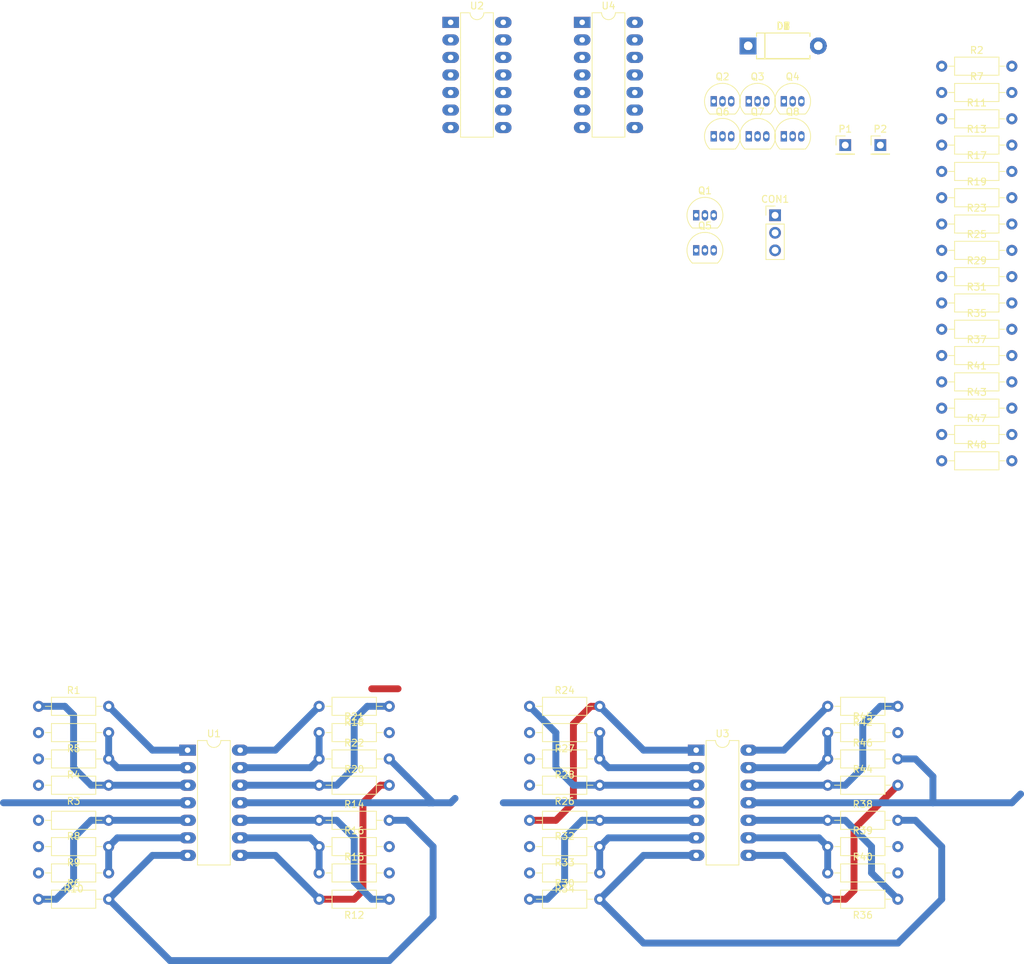
<source format=kicad_pcb>
(kicad_pcb (version 4) (host pcbnew 4.0.4-stable)

  (general
    (links 137)
    (no_connects 90)
    (area 17.035 16.955 228.030002 196.895001)
    (thickness 1.6)
    (drawings 0)
    (tracks 128)
    (zones 0)
    (modules 71)
    (nets 61)
  )

  (page A4)
  (layers
    (0 F.Cu signal)
    (31 B.Cu signal)
    (32 B.Adhes user)
    (33 F.Adhes user)
    (34 B.Paste user)
    (35 F.Paste user)
    (36 B.SilkS user)
    (37 F.SilkS user)
    (38 B.Mask user)
    (39 F.Mask user)
    (40 Dwgs.User user)
    (41 Cmts.User user)
    (42 Eco1.User user)
    (43 Eco2.User user)
    (44 Edge.Cuts user)
    (45 Margin user)
    (46 B.CrtYd user)
    (47 F.CrtYd user)
    (48 B.Fab user)
    (49 F.Fab user)
  )

  (setup
    (last_trace_width 1)
    (trace_clearance 0.2)
    (zone_clearance 0.508)
    (zone_45_only no)
    (trace_min 0.2)
    (segment_width 0.2)
    (edge_width 0.15)
    (via_size 0.6)
    (via_drill 0.4)
    (via_min_size 0.4)
    (via_min_drill 0.3)
    (uvia_size 0.3)
    (uvia_drill 0.1)
    (uvias_allowed no)
    (uvia_min_size 0.2)
    (uvia_min_drill 0.1)
    (pcb_text_width 0.3)
    (pcb_text_size 1.5 1.5)
    (mod_edge_width 0.15)
    (mod_text_size 1 1)
    (mod_text_width 0.15)
    (pad_size 1.524 1.524)
    (pad_drill 0.762)
    (pad_to_mask_clearance 0.2)
    (aux_axis_origin 0 0)
    (visible_elements FFFFFF7F)
    (pcbplotparams
      (layerselection 0x00030_80000001)
      (usegerberextensions false)
      (excludeedgelayer true)
      (linewidth 0.100000)
      (plotframeref false)
      (viasonmask false)
      (mode 1)
      (useauxorigin false)
      (hpglpennumber 1)
      (hpglpenspeed 20)
      (hpglpendiameter 15)
      (hpglpenoverlay 2)
      (psnegative false)
      (psa4output false)
      (plotreference true)
      (plotvalue true)
      (plotinvisibletext false)
      (padsonsilk false)
      (subtractmaskfromsilk false)
      (outputformat 1)
      (mirror false)
      (drillshape 1)
      (scaleselection 1)
      (outputdirectory ""))
  )

  (net 0 "")
  (net 1 GND)
  (net 2 "Net-(CON1-Pad2)")
  (net 3 VCC)
  (net 4 "Net-(D1-Pad1)")
  (net 5 "Net-(D1-Pad2)")
  (net 6 "Net-(D2-Pad1)")
  (net 7 "Net-(D2-Pad2)")
  (net 8 "Net-(D3-Pad1)")
  (net 9 "Net-(D3-Pad2)")
  (net 10 "Net-(D4-Pad1)")
  (net 11 "Net-(D4-Pad2)")
  (net 12 "Net-(D5-Pad1)")
  (net 13 "Net-(D5-Pad2)")
  (net 14 "Net-(D6-Pad1)")
  (net 15 "Net-(D6-Pad2)")
  (net 16 "Net-(D7-Pad1)")
  (net 17 "Net-(D7-Pad2)")
  (net 18 "Net-(D8-Pad1)")
  (net 19 "Net-(D8-Pad2)")
  (net 20 "Net-(P1-Pad1)")
  (net 21 "Net-(P2-Pad1)")
  (net 22 "Net-(Q1-Pad2)")
  (net 23 "Net-(Q2-Pad2)")
  (net 24 "Net-(Q2-Pad3)")
  (net 25 "Net-(Q3-Pad2)")
  (net 26 "Net-(Q3-Pad3)")
  (net 27 "Net-(Q4-Pad2)")
  (net 28 "Net-(Q4-Pad3)")
  (net 29 "Net-(Q5-Pad2)")
  (net 30 "Net-(Q5-Pad3)")
  (net 31 "Net-(Q6-Pad2)")
  (net 32 "Net-(Q6-Pad3)")
  (net 33 "Net-(Q7-Pad2)")
  (net 34 "Net-(Q7-Pad3)")
  (net 35 "Net-(Q8-Pad2)")
  (net 36 "Net-(Q8-Pad3)")
  (net 37 "Net-(R1-Pad1)")
  (net 38 "Net-(R1-Pad2)")
  (net 39 "Net-(R4-Pad1)")
  (net 40 "Net-(R6-Pad1)")
  (net 41 "Net-(R14-Pad2)")
  (net 42 "Net-(R10-Pad1)")
  (net 43 "Net-(R12-Pad1)")
  (net 44 "Net-(R12-Pad2)")
  (net 45 "Net-(R15-Pad1)")
  (net 46 "Net-(R18-Pad1)")
  (net 47 "Net-(R18-Pad2)")
  (net 48 "Net-(R21-Pad1)")
  (net 49 "Net-(R24-Pad1)")
  (net 50 "Net-(R24-Pad2)")
  (net 51 "Net-(R27-Pad1)")
  (net 52 "Net-(R30-Pad1)")
  (net 53 "Net-(R30-Pad2)")
  (net 54 "Net-(R33-Pad1)")
  (net 55 "Net-(R36-Pad1)")
  (net 56 "Net-(R36-Pad2)")
  (net 57 "Net-(R39-Pad1)")
  (net 58 "Net-(R42-Pad1)")
  (net 59 "Net-(R42-Pad2)")
  (net 60 "Net-(R45-Pad1)")

  (net_class Default "This is the default net class."
    (clearance 0.2)
    (trace_width 1)
    (via_dia 0.6)
    (via_drill 0.4)
    (uvia_dia 0.3)
    (uvia_drill 0.1)
    (add_net GND)
    (add_net "Net-(CON1-Pad2)")
    (add_net "Net-(D1-Pad1)")
    (add_net "Net-(D1-Pad2)")
    (add_net "Net-(D2-Pad1)")
    (add_net "Net-(D2-Pad2)")
    (add_net "Net-(D3-Pad1)")
    (add_net "Net-(D3-Pad2)")
    (add_net "Net-(D4-Pad1)")
    (add_net "Net-(D4-Pad2)")
    (add_net "Net-(D5-Pad1)")
    (add_net "Net-(D5-Pad2)")
    (add_net "Net-(D6-Pad1)")
    (add_net "Net-(D6-Pad2)")
    (add_net "Net-(D7-Pad1)")
    (add_net "Net-(D7-Pad2)")
    (add_net "Net-(D8-Pad1)")
    (add_net "Net-(D8-Pad2)")
    (add_net "Net-(P1-Pad1)")
    (add_net "Net-(P2-Pad1)")
    (add_net "Net-(Q1-Pad2)")
    (add_net "Net-(Q2-Pad2)")
    (add_net "Net-(Q2-Pad3)")
    (add_net "Net-(Q3-Pad2)")
    (add_net "Net-(Q3-Pad3)")
    (add_net "Net-(Q4-Pad2)")
    (add_net "Net-(Q4-Pad3)")
    (add_net "Net-(Q5-Pad2)")
    (add_net "Net-(Q5-Pad3)")
    (add_net "Net-(Q6-Pad2)")
    (add_net "Net-(Q6-Pad3)")
    (add_net "Net-(Q7-Pad2)")
    (add_net "Net-(Q7-Pad3)")
    (add_net "Net-(Q8-Pad2)")
    (add_net "Net-(Q8-Pad3)")
    (add_net "Net-(R1-Pad1)")
    (add_net "Net-(R1-Pad2)")
    (add_net "Net-(R10-Pad1)")
    (add_net "Net-(R12-Pad1)")
    (add_net "Net-(R12-Pad2)")
    (add_net "Net-(R14-Pad2)")
    (add_net "Net-(R15-Pad1)")
    (add_net "Net-(R18-Pad1)")
    (add_net "Net-(R18-Pad2)")
    (add_net "Net-(R21-Pad1)")
    (add_net "Net-(R24-Pad1)")
    (add_net "Net-(R24-Pad2)")
    (add_net "Net-(R27-Pad1)")
    (add_net "Net-(R30-Pad1)")
    (add_net "Net-(R30-Pad2)")
    (add_net "Net-(R33-Pad1)")
    (add_net "Net-(R36-Pad1)")
    (add_net "Net-(R36-Pad2)")
    (add_net "Net-(R39-Pad1)")
    (add_net "Net-(R4-Pad1)")
    (add_net "Net-(R42-Pad1)")
    (add_net "Net-(R42-Pad2)")
    (add_net "Net-(R45-Pad1)")
    (add_net "Net-(R6-Pad1)")
    (add_net VCC)
  )

  (module Pin_Headers_Local:Pin_Header_Straight_1x03_Pitch2.54mm (layer F.Cu) (tedit 58CD4EC1) (tstamp 59312824)
    (at 191.77 48.26)
    (descr "Through hole straight pin header, 1x03, 2.54mm pitch, single row")
    (tags "Through hole pin header THT 1x03 2.54mm single row")
    (path /5917001A)
    (fp_text reference CON1 (at 0 -2.33) (layer F.SilkS)
      (effects (font (size 1 1) (thickness 0.15)))
    )
    (fp_text value BARREL_JACK (at 0 7.41) (layer F.Fab)
      (effects (font (size 1 1) (thickness 0.15)))
    )
    (fp_line (start -1.27 -1.27) (end -1.27 6.35) (layer F.Fab) (width 0.1))
    (fp_line (start -1.27 6.35) (end 1.27 6.35) (layer F.Fab) (width 0.1))
    (fp_line (start 1.27 6.35) (end 1.27 -1.27) (layer F.Fab) (width 0.1))
    (fp_line (start 1.27 -1.27) (end -1.27 -1.27) (layer F.Fab) (width 0.1))
    (fp_line (start -1.33 1.27) (end -1.33 6.41) (layer F.SilkS) (width 0.12))
    (fp_line (start -1.33 6.41) (end 1.33 6.41) (layer F.SilkS) (width 0.12))
    (fp_line (start 1.33 6.41) (end 1.33 1.27) (layer F.SilkS) (width 0.12))
    (fp_line (start 1.33 1.27) (end -1.33 1.27) (layer F.SilkS) (width 0.12))
    (fp_line (start -1.33 0) (end -1.33 -1.33) (layer F.SilkS) (width 0.12))
    (fp_line (start -1.33 -1.33) (end 0 -1.33) (layer F.SilkS) (width 0.12))
    (fp_line (start -1.8 -1.8) (end -1.8 6.85) (layer F.CrtYd) (width 0.05))
    (fp_line (start -1.8 6.85) (end 1.8 6.85) (layer F.CrtYd) (width 0.05))
    (fp_line (start 1.8 6.85) (end 1.8 -1.8) (layer F.CrtYd) (width 0.05))
    (fp_line (start 1.8 -1.8) (end -1.8 -1.8) (layer F.CrtYd) (width 0.05))
    (fp_text user %R (at 0 -2.33) (layer F.Fab)
      (effects (font (size 1 1) (thickness 0.15)))
    )
    (pad 1 thru_hole rect (at 0 0) (size 1.7 1.7) (drill 1) (layers *.Cu *.Mask)
      (net 1 GND))
    (pad 2 thru_hole oval (at 0 2.54) (size 1.7 1.7) (drill 1) (layers *.Cu *.Mask)
      (net 2 "Net-(CON1-Pad2)"))
    (pad 3 thru_hole oval (at 0 5.08) (size 1.7 1.7) (drill 1) (layers *.Cu *.Mask)
      (net 3 VCC))
    (model ${KISYS3DMOD}/Pin_Headers.3dshapes/Pin_Header_Straight_1x03_Pitch2.54mm.wrl
      (at (xyz 0 -0.1 0))
      (scale (xyz 1 1 1))
      (rotate (xyz 0 0 90))
    )
  )

  (module Diodes_ThroughHole_Local:D_DO-15_P10.16mm_Horizontal (layer F.Cu) (tedit 5877C982) (tstamp 5931283C)
    (at 187.8711 23.7236)
    (descr "D, DO-15 series, Axial, Horizontal, pin pitch=10.16mm, , length*diameter=7.6*3.6mm^2, , http://www.diodes.com/_files/packages/DO-15.pdf")
    (tags "D DO-15 series Axial Horizontal pin pitch 10.16mm  length 7.6mm diameter 3.6mm")
    (path /59153142)
    (fp_text reference D1 (at 5.08 -2.86) (layer F.SilkS)
      (effects (font (size 1 1) (thickness 0.15)))
    )
    (fp_text value D (at 5.08 2.86) (layer F.Fab)
      (effects (font (size 1 1) (thickness 0.15)))
    )
    (fp_line (start 1.28 -1.8) (end 1.28 1.8) (layer F.Fab) (width 0.1))
    (fp_line (start 1.28 1.8) (end 8.88 1.8) (layer F.Fab) (width 0.1))
    (fp_line (start 8.88 1.8) (end 8.88 -1.8) (layer F.Fab) (width 0.1))
    (fp_line (start 8.88 -1.8) (end 1.28 -1.8) (layer F.Fab) (width 0.1))
    (fp_line (start 0 0) (end 1.28 0) (layer F.Fab) (width 0.1))
    (fp_line (start 10.16 0) (end 8.88 0) (layer F.Fab) (width 0.1))
    (fp_line (start 2.42 -1.8) (end 2.42 1.8) (layer F.Fab) (width 0.1))
    (fp_line (start 1.22 -1.38) (end 1.22 -1.86) (layer F.SilkS) (width 0.12))
    (fp_line (start 1.22 -1.86) (end 8.94 -1.86) (layer F.SilkS) (width 0.12))
    (fp_line (start 8.94 -1.86) (end 8.94 -1.38) (layer F.SilkS) (width 0.12))
    (fp_line (start 1.22 1.38) (end 1.22 1.86) (layer F.SilkS) (width 0.12))
    (fp_line (start 1.22 1.86) (end 8.94 1.86) (layer F.SilkS) (width 0.12))
    (fp_line (start 8.94 1.86) (end 8.94 1.38) (layer F.SilkS) (width 0.12))
    (fp_line (start 2.42 -1.86) (end 2.42 1.86) (layer F.SilkS) (width 0.12))
    (fp_line (start -1.45 -2.15) (end -1.45 2.15) (layer F.CrtYd) (width 0.05))
    (fp_line (start -1.45 2.15) (end 11.65 2.15) (layer F.CrtYd) (width 0.05))
    (fp_line (start 11.65 2.15) (end 11.65 -2.15) (layer F.CrtYd) (width 0.05))
    (fp_line (start 11.65 -2.15) (end -1.45 -2.15) (layer F.CrtYd) (width 0.05))
    (pad 1 thru_hole rect (at 0 0) (size 2.4 2.4) (drill 1.2) (layers *.Cu *.Mask)
      (net 4 "Net-(D1-Pad1)"))
    (pad 2 thru_hole oval (at 10.16 0) (size 2.4 2.4) (drill 1.2) (layers *.Cu *.Mask)
      (net 5 "Net-(D1-Pad2)"))
    (model Diodes_THT.3dshapes/D_DO-15_P10.16mm_Horizontal.wrl
      (at (xyz 0 0 0))
      (scale (xyz 0.393701 0.393701 0.393701))
      (rotate (xyz 0 0 0))
    )
  )

  (module Diodes_ThroughHole_Local:D_DO-15_P10.16mm_Horizontal (layer F.Cu) (tedit 5877C982) (tstamp 59312854)
    (at 187.8711 23.7236)
    (descr "D, DO-15 series, Axial, Horizontal, pin pitch=10.16mm, , length*diameter=7.6*3.6mm^2, , http://www.diodes.com/_files/packages/DO-15.pdf")
    (tags "D DO-15 series Axial Horizontal pin pitch 10.16mm  length 7.6mm diameter 3.6mm")
    (path /591551DB)
    (fp_text reference D2 (at 5.08 -2.86) (layer F.SilkS)
      (effects (font (size 1 1) (thickness 0.15)))
    )
    (fp_text value D (at 5.08 2.86) (layer F.Fab)
      (effects (font (size 1 1) (thickness 0.15)))
    )
    (fp_line (start 1.28 -1.8) (end 1.28 1.8) (layer F.Fab) (width 0.1))
    (fp_line (start 1.28 1.8) (end 8.88 1.8) (layer F.Fab) (width 0.1))
    (fp_line (start 8.88 1.8) (end 8.88 -1.8) (layer F.Fab) (width 0.1))
    (fp_line (start 8.88 -1.8) (end 1.28 -1.8) (layer F.Fab) (width 0.1))
    (fp_line (start 0 0) (end 1.28 0) (layer F.Fab) (width 0.1))
    (fp_line (start 10.16 0) (end 8.88 0) (layer F.Fab) (width 0.1))
    (fp_line (start 2.42 -1.8) (end 2.42 1.8) (layer F.Fab) (width 0.1))
    (fp_line (start 1.22 -1.38) (end 1.22 -1.86) (layer F.SilkS) (width 0.12))
    (fp_line (start 1.22 -1.86) (end 8.94 -1.86) (layer F.SilkS) (width 0.12))
    (fp_line (start 8.94 -1.86) (end 8.94 -1.38) (layer F.SilkS) (width 0.12))
    (fp_line (start 1.22 1.38) (end 1.22 1.86) (layer F.SilkS) (width 0.12))
    (fp_line (start 1.22 1.86) (end 8.94 1.86) (layer F.SilkS) (width 0.12))
    (fp_line (start 8.94 1.86) (end 8.94 1.38) (layer F.SilkS) (width 0.12))
    (fp_line (start 2.42 -1.86) (end 2.42 1.86) (layer F.SilkS) (width 0.12))
    (fp_line (start -1.45 -2.15) (end -1.45 2.15) (layer F.CrtYd) (width 0.05))
    (fp_line (start -1.45 2.15) (end 11.65 2.15) (layer F.CrtYd) (width 0.05))
    (fp_line (start 11.65 2.15) (end 11.65 -2.15) (layer F.CrtYd) (width 0.05))
    (fp_line (start 11.65 -2.15) (end -1.45 -2.15) (layer F.CrtYd) (width 0.05))
    (pad 1 thru_hole rect (at 0 0) (size 2.4 2.4) (drill 1.2) (layers *.Cu *.Mask)
      (net 6 "Net-(D2-Pad1)"))
    (pad 2 thru_hole oval (at 10.16 0) (size 2.4 2.4) (drill 1.2) (layers *.Cu *.Mask)
      (net 7 "Net-(D2-Pad2)"))
    (model Diodes_THT.3dshapes/D_DO-15_P10.16mm_Horizontal.wrl
      (at (xyz 0 0 0))
      (scale (xyz 0.393701 0.393701 0.393701))
      (rotate (xyz 0 0 0))
    )
  )

  (module Diodes_ThroughHole_Local:D_DO-15_P10.16mm_Horizontal (layer F.Cu) (tedit 5877C982) (tstamp 5931286C)
    (at 187.8711 23.7236)
    (descr "D, DO-15 series, Axial, Horizontal, pin pitch=10.16mm, , length*diameter=7.6*3.6mm^2, , http://www.diodes.com/_files/packages/DO-15.pdf")
    (tags "D DO-15 series Axial Horizontal pin pitch 10.16mm  length 7.6mm diameter 3.6mm")
    (path /59158424)
    (fp_text reference D3 (at 5.08 -2.86) (layer F.SilkS)
      (effects (font (size 1 1) (thickness 0.15)))
    )
    (fp_text value D (at 5.08 2.86) (layer F.Fab)
      (effects (font (size 1 1) (thickness 0.15)))
    )
    (fp_line (start 1.28 -1.8) (end 1.28 1.8) (layer F.Fab) (width 0.1))
    (fp_line (start 1.28 1.8) (end 8.88 1.8) (layer F.Fab) (width 0.1))
    (fp_line (start 8.88 1.8) (end 8.88 -1.8) (layer F.Fab) (width 0.1))
    (fp_line (start 8.88 -1.8) (end 1.28 -1.8) (layer F.Fab) (width 0.1))
    (fp_line (start 0 0) (end 1.28 0) (layer F.Fab) (width 0.1))
    (fp_line (start 10.16 0) (end 8.88 0) (layer F.Fab) (width 0.1))
    (fp_line (start 2.42 -1.8) (end 2.42 1.8) (layer F.Fab) (width 0.1))
    (fp_line (start 1.22 -1.38) (end 1.22 -1.86) (layer F.SilkS) (width 0.12))
    (fp_line (start 1.22 -1.86) (end 8.94 -1.86) (layer F.SilkS) (width 0.12))
    (fp_line (start 8.94 -1.86) (end 8.94 -1.38) (layer F.SilkS) (width 0.12))
    (fp_line (start 1.22 1.38) (end 1.22 1.86) (layer F.SilkS) (width 0.12))
    (fp_line (start 1.22 1.86) (end 8.94 1.86) (layer F.SilkS) (width 0.12))
    (fp_line (start 8.94 1.86) (end 8.94 1.38) (layer F.SilkS) (width 0.12))
    (fp_line (start 2.42 -1.86) (end 2.42 1.86) (layer F.SilkS) (width 0.12))
    (fp_line (start -1.45 -2.15) (end -1.45 2.15) (layer F.CrtYd) (width 0.05))
    (fp_line (start -1.45 2.15) (end 11.65 2.15) (layer F.CrtYd) (width 0.05))
    (fp_line (start 11.65 2.15) (end 11.65 -2.15) (layer F.CrtYd) (width 0.05))
    (fp_line (start 11.65 -2.15) (end -1.45 -2.15) (layer F.CrtYd) (width 0.05))
    (pad 1 thru_hole rect (at 0 0) (size 2.4 2.4) (drill 1.2) (layers *.Cu *.Mask)
      (net 8 "Net-(D3-Pad1)"))
    (pad 2 thru_hole oval (at 10.16 0) (size 2.4 2.4) (drill 1.2) (layers *.Cu *.Mask)
      (net 9 "Net-(D3-Pad2)"))
    (model Diodes_THT.3dshapes/D_DO-15_P10.16mm_Horizontal.wrl
      (at (xyz 0 0 0))
      (scale (xyz 0.393701 0.393701 0.393701))
      (rotate (xyz 0 0 0))
    )
  )

  (module Diodes_ThroughHole_Local:D_DO-15_P10.16mm_Horizontal (layer F.Cu) (tedit 5877C982) (tstamp 59312884)
    (at 187.8711 23.7236)
    (descr "D, DO-15 series, Axial, Horizontal, pin pitch=10.16mm, , length*diameter=7.6*3.6mm^2, , http://www.diodes.com/_files/packages/DO-15.pdf")
    (tags "D DO-15 series Axial Horizontal pin pitch 10.16mm  length 7.6mm diameter 3.6mm")
    (path /59158454)
    (fp_text reference D4 (at 5.08 -2.86) (layer F.SilkS)
      (effects (font (size 1 1) (thickness 0.15)))
    )
    (fp_text value D (at 5.08 2.86) (layer F.Fab)
      (effects (font (size 1 1) (thickness 0.15)))
    )
    (fp_line (start 1.28 -1.8) (end 1.28 1.8) (layer F.Fab) (width 0.1))
    (fp_line (start 1.28 1.8) (end 8.88 1.8) (layer F.Fab) (width 0.1))
    (fp_line (start 8.88 1.8) (end 8.88 -1.8) (layer F.Fab) (width 0.1))
    (fp_line (start 8.88 -1.8) (end 1.28 -1.8) (layer F.Fab) (width 0.1))
    (fp_line (start 0 0) (end 1.28 0) (layer F.Fab) (width 0.1))
    (fp_line (start 10.16 0) (end 8.88 0) (layer F.Fab) (width 0.1))
    (fp_line (start 2.42 -1.8) (end 2.42 1.8) (layer F.Fab) (width 0.1))
    (fp_line (start 1.22 -1.38) (end 1.22 -1.86) (layer F.SilkS) (width 0.12))
    (fp_line (start 1.22 -1.86) (end 8.94 -1.86) (layer F.SilkS) (width 0.12))
    (fp_line (start 8.94 -1.86) (end 8.94 -1.38) (layer F.SilkS) (width 0.12))
    (fp_line (start 1.22 1.38) (end 1.22 1.86) (layer F.SilkS) (width 0.12))
    (fp_line (start 1.22 1.86) (end 8.94 1.86) (layer F.SilkS) (width 0.12))
    (fp_line (start 8.94 1.86) (end 8.94 1.38) (layer F.SilkS) (width 0.12))
    (fp_line (start 2.42 -1.86) (end 2.42 1.86) (layer F.SilkS) (width 0.12))
    (fp_line (start -1.45 -2.15) (end -1.45 2.15) (layer F.CrtYd) (width 0.05))
    (fp_line (start -1.45 2.15) (end 11.65 2.15) (layer F.CrtYd) (width 0.05))
    (fp_line (start 11.65 2.15) (end 11.65 -2.15) (layer F.CrtYd) (width 0.05))
    (fp_line (start 11.65 -2.15) (end -1.45 -2.15) (layer F.CrtYd) (width 0.05))
    (pad 1 thru_hole rect (at 0 0) (size 2.4 2.4) (drill 1.2) (layers *.Cu *.Mask)
      (net 10 "Net-(D4-Pad1)"))
    (pad 2 thru_hole oval (at 10.16 0) (size 2.4 2.4) (drill 1.2) (layers *.Cu *.Mask)
      (net 11 "Net-(D4-Pad2)"))
    (model Diodes_THT.3dshapes/D_DO-15_P10.16mm_Horizontal.wrl
      (at (xyz 0 0 0))
      (scale (xyz 0.393701 0.393701 0.393701))
      (rotate (xyz 0 0 0))
    )
  )

  (module Diodes_ThroughHole_Local:D_DO-15_P10.16mm_Horizontal (layer F.Cu) (tedit 5877C982) (tstamp 5931289C)
    (at 187.8711 23.7236)
    (descr "D, DO-15 series, Axial, Horizontal, pin pitch=10.16mm, , length*diameter=7.6*3.6mm^2, , http://www.diodes.com/_files/packages/DO-15.pdf")
    (tags "D DO-15 series Axial Horizontal pin pitch 10.16mm  length 7.6mm diameter 3.6mm")
    (path /5915D715)
    (fp_text reference D5 (at 5.08 -2.86) (layer F.SilkS)
      (effects (font (size 1 1) (thickness 0.15)))
    )
    (fp_text value D (at 5.08 2.86) (layer F.Fab)
      (effects (font (size 1 1) (thickness 0.15)))
    )
    (fp_line (start 1.28 -1.8) (end 1.28 1.8) (layer F.Fab) (width 0.1))
    (fp_line (start 1.28 1.8) (end 8.88 1.8) (layer F.Fab) (width 0.1))
    (fp_line (start 8.88 1.8) (end 8.88 -1.8) (layer F.Fab) (width 0.1))
    (fp_line (start 8.88 -1.8) (end 1.28 -1.8) (layer F.Fab) (width 0.1))
    (fp_line (start 0 0) (end 1.28 0) (layer F.Fab) (width 0.1))
    (fp_line (start 10.16 0) (end 8.88 0) (layer F.Fab) (width 0.1))
    (fp_line (start 2.42 -1.8) (end 2.42 1.8) (layer F.Fab) (width 0.1))
    (fp_line (start 1.22 -1.38) (end 1.22 -1.86) (layer F.SilkS) (width 0.12))
    (fp_line (start 1.22 -1.86) (end 8.94 -1.86) (layer F.SilkS) (width 0.12))
    (fp_line (start 8.94 -1.86) (end 8.94 -1.38) (layer F.SilkS) (width 0.12))
    (fp_line (start 1.22 1.38) (end 1.22 1.86) (layer F.SilkS) (width 0.12))
    (fp_line (start 1.22 1.86) (end 8.94 1.86) (layer F.SilkS) (width 0.12))
    (fp_line (start 8.94 1.86) (end 8.94 1.38) (layer F.SilkS) (width 0.12))
    (fp_line (start 2.42 -1.86) (end 2.42 1.86) (layer F.SilkS) (width 0.12))
    (fp_line (start -1.45 -2.15) (end -1.45 2.15) (layer F.CrtYd) (width 0.05))
    (fp_line (start -1.45 2.15) (end 11.65 2.15) (layer F.CrtYd) (width 0.05))
    (fp_line (start 11.65 2.15) (end 11.65 -2.15) (layer F.CrtYd) (width 0.05))
    (fp_line (start 11.65 -2.15) (end -1.45 -2.15) (layer F.CrtYd) (width 0.05))
    (pad 1 thru_hole rect (at 0 0) (size 2.4 2.4) (drill 1.2) (layers *.Cu *.Mask)
      (net 12 "Net-(D5-Pad1)"))
    (pad 2 thru_hole oval (at 10.16 0) (size 2.4 2.4) (drill 1.2) (layers *.Cu *.Mask)
      (net 13 "Net-(D5-Pad2)"))
    (model Diodes_THT.3dshapes/D_DO-15_P10.16mm_Horizontal.wrl
      (at (xyz 0 0 0))
      (scale (xyz 0.393701 0.393701 0.393701))
      (rotate (xyz 0 0 0))
    )
  )

  (module Diodes_ThroughHole_Local:D_DO-15_P10.16mm_Horizontal (layer F.Cu) (tedit 5877C982) (tstamp 593128B4)
    (at 187.8711 23.7236)
    (descr "D, DO-15 series, Axial, Horizontal, pin pitch=10.16mm, , length*diameter=7.6*3.6mm^2, , http://www.diodes.com/_files/packages/DO-15.pdf")
    (tags "D DO-15 series Axial Horizontal pin pitch 10.16mm  length 7.6mm diameter 3.6mm")
    (path /5915D745)
    (fp_text reference D6 (at 5.08 -2.86) (layer F.SilkS)
      (effects (font (size 1 1) (thickness 0.15)))
    )
    (fp_text value D (at 5.08 2.86) (layer F.Fab)
      (effects (font (size 1 1) (thickness 0.15)))
    )
    (fp_line (start 1.28 -1.8) (end 1.28 1.8) (layer F.Fab) (width 0.1))
    (fp_line (start 1.28 1.8) (end 8.88 1.8) (layer F.Fab) (width 0.1))
    (fp_line (start 8.88 1.8) (end 8.88 -1.8) (layer F.Fab) (width 0.1))
    (fp_line (start 8.88 -1.8) (end 1.28 -1.8) (layer F.Fab) (width 0.1))
    (fp_line (start 0 0) (end 1.28 0) (layer F.Fab) (width 0.1))
    (fp_line (start 10.16 0) (end 8.88 0) (layer F.Fab) (width 0.1))
    (fp_line (start 2.42 -1.8) (end 2.42 1.8) (layer F.Fab) (width 0.1))
    (fp_line (start 1.22 -1.38) (end 1.22 -1.86) (layer F.SilkS) (width 0.12))
    (fp_line (start 1.22 -1.86) (end 8.94 -1.86) (layer F.SilkS) (width 0.12))
    (fp_line (start 8.94 -1.86) (end 8.94 -1.38) (layer F.SilkS) (width 0.12))
    (fp_line (start 1.22 1.38) (end 1.22 1.86) (layer F.SilkS) (width 0.12))
    (fp_line (start 1.22 1.86) (end 8.94 1.86) (layer F.SilkS) (width 0.12))
    (fp_line (start 8.94 1.86) (end 8.94 1.38) (layer F.SilkS) (width 0.12))
    (fp_line (start 2.42 -1.86) (end 2.42 1.86) (layer F.SilkS) (width 0.12))
    (fp_line (start -1.45 -2.15) (end -1.45 2.15) (layer F.CrtYd) (width 0.05))
    (fp_line (start -1.45 2.15) (end 11.65 2.15) (layer F.CrtYd) (width 0.05))
    (fp_line (start 11.65 2.15) (end 11.65 -2.15) (layer F.CrtYd) (width 0.05))
    (fp_line (start 11.65 -2.15) (end -1.45 -2.15) (layer F.CrtYd) (width 0.05))
    (pad 1 thru_hole rect (at 0 0) (size 2.4 2.4) (drill 1.2) (layers *.Cu *.Mask)
      (net 14 "Net-(D6-Pad1)"))
    (pad 2 thru_hole oval (at 10.16 0) (size 2.4 2.4) (drill 1.2) (layers *.Cu *.Mask)
      (net 15 "Net-(D6-Pad2)"))
    (model Diodes_THT.3dshapes/D_DO-15_P10.16mm_Horizontal.wrl
      (at (xyz 0 0 0))
      (scale (xyz 0.393701 0.393701 0.393701))
      (rotate (xyz 0 0 0))
    )
  )

  (module Diodes_ThroughHole_Local:D_DO-15_P10.16mm_Horizontal (layer F.Cu) (tedit 5877C982) (tstamp 593128CC)
    (at 187.8711 23.7236)
    (descr "D, DO-15 series, Axial, Horizontal, pin pitch=10.16mm, , length*diameter=7.6*3.6mm^2, , http://www.diodes.com/_files/packages/DO-15.pdf")
    (tags "D DO-15 series Axial Horizontal pin pitch 10.16mm  length 7.6mm diameter 3.6mm")
    (path /5915D7A1)
    (fp_text reference D7 (at 5.08 -2.86) (layer F.SilkS)
      (effects (font (size 1 1) (thickness 0.15)))
    )
    (fp_text value D (at 5.08 2.86) (layer F.Fab)
      (effects (font (size 1 1) (thickness 0.15)))
    )
    (fp_line (start 1.28 -1.8) (end 1.28 1.8) (layer F.Fab) (width 0.1))
    (fp_line (start 1.28 1.8) (end 8.88 1.8) (layer F.Fab) (width 0.1))
    (fp_line (start 8.88 1.8) (end 8.88 -1.8) (layer F.Fab) (width 0.1))
    (fp_line (start 8.88 -1.8) (end 1.28 -1.8) (layer F.Fab) (width 0.1))
    (fp_line (start 0 0) (end 1.28 0) (layer F.Fab) (width 0.1))
    (fp_line (start 10.16 0) (end 8.88 0) (layer F.Fab) (width 0.1))
    (fp_line (start 2.42 -1.8) (end 2.42 1.8) (layer F.Fab) (width 0.1))
    (fp_line (start 1.22 -1.38) (end 1.22 -1.86) (layer F.SilkS) (width 0.12))
    (fp_line (start 1.22 -1.86) (end 8.94 -1.86) (layer F.SilkS) (width 0.12))
    (fp_line (start 8.94 -1.86) (end 8.94 -1.38) (layer F.SilkS) (width 0.12))
    (fp_line (start 1.22 1.38) (end 1.22 1.86) (layer F.SilkS) (width 0.12))
    (fp_line (start 1.22 1.86) (end 8.94 1.86) (layer F.SilkS) (width 0.12))
    (fp_line (start 8.94 1.86) (end 8.94 1.38) (layer F.SilkS) (width 0.12))
    (fp_line (start 2.42 -1.86) (end 2.42 1.86) (layer F.SilkS) (width 0.12))
    (fp_line (start -1.45 -2.15) (end -1.45 2.15) (layer F.CrtYd) (width 0.05))
    (fp_line (start -1.45 2.15) (end 11.65 2.15) (layer F.CrtYd) (width 0.05))
    (fp_line (start 11.65 2.15) (end 11.65 -2.15) (layer F.CrtYd) (width 0.05))
    (fp_line (start 11.65 -2.15) (end -1.45 -2.15) (layer F.CrtYd) (width 0.05))
    (pad 1 thru_hole rect (at 0 0) (size 2.4 2.4) (drill 1.2) (layers *.Cu *.Mask)
      (net 16 "Net-(D7-Pad1)"))
    (pad 2 thru_hole oval (at 10.16 0) (size 2.4 2.4) (drill 1.2) (layers *.Cu *.Mask)
      (net 17 "Net-(D7-Pad2)"))
    (model Diodes_THT.3dshapes/D_DO-15_P10.16mm_Horizontal.wrl
      (at (xyz 0 0 0))
      (scale (xyz 0.393701 0.393701 0.393701))
      (rotate (xyz 0 0 0))
    )
  )

  (module Diodes_ThroughHole_Local:D_DO-15_P10.16mm_Horizontal (layer F.Cu) (tedit 5877C982) (tstamp 593128E4)
    (at 187.8711 23.7236)
    (descr "D, DO-15 series, Axial, Horizontal, pin pitch=10.16mm, , length*diameter=7.6*3.6mm^2, , http://www.diodes.com/_files/packages/DO-15.pdf")
    (tags "D DO-15 series Axial Horizontal pin pitch 10.16mm  length 7.6mm diameter 3.6mm")
    (path /5915D7D1)
    (fp_text reference D8 (at 5.08 -2.86) (layer F.SilkS)
      (effects (font (size 1 1) (thickness 0.15)))
    )
    (fp_text value D (at 5.08 2.86) (layer F.Fab)
      (effects (font (size 1 1) (thickness 0.15)))
    )
    (fp_line (start 1.28 -1.8) (end 1.28 1.8) (layer F.Fab) (width 0.1))
    (fp_line (start 1.28 1.8) (end 8.88 1.8) (layer F.Fab) (width 0.1))
    (fp_line (start 8.88 1.8) (end 8.88 -1.8) (layer F.Fab) (width 0.1))
    (fp_line (start 8.88 -1.8) (end 1.28 -1.8) (layer F.Fab) (width 0.1))
    (fp_line (start 0 0) (end 1.28 0) (layer F.Fab) (width 0.1))
    (fp_line (start 10.16 0) (end 8.88 0) (layer F.Fab) (width 0.1))
    (fp_line (start 2.42 -1.8) (end 2.42 1.8) (layer F.Fab) (width 0.1))
    (fp_line (start 1.22 -1.38) (end 1.22 -1.86) (layer F.SilkS) (width 0.12))
    (fp_line (start 1.22 -1.86) (end 8.94 -1.86) (layer F.SilkS) (width 0.12))
    (fp_line (start 8.94 -1.86) (end 8.94 -1.38) (layer F.SilkS) (width 0.12))
    (fp_line (start 1.22 1.38) (end 1.22 1.86) (layer F.SilkS) (width 0.12))
    (fp_line (start 1.22 1.86) (end 8.94 1.86) (layer F.SilkS) (width 0.12))
    (fp_line (start 8.94 1.86) (end 8.94 1.38) (layer F.SilkS) (width 0.12))
    (fp_line (start 2.42 -1.86) (end 2.42 1.86) (layer F.SilkS) (width 0.12))
    (fp_line (start -1.45 -2.15) (end -1.45 2.15) (layer F.CrtYd) (width 0.05))
    (fp_line (start -1.45 2.15) (end 11.65 2.15) (layer F.CrtYd) (width 0.05))
    (fp_line (start 11.65 2.15) (end 11.65 -2.15) (layer F.CrtYd) (width 0.05))
    (fp_line (start 11.65 -2.15) (end -1.45 -2.15) (layer F.CrtYd) (width 0.05))
    (pad 1 thru_hole rect (at 0 0) (size 2.4 2.4) (drill 1.2) (layers *.Cu *.Mask)
      (net 18 "Net-(D8-Pad1)"))
    (pad 2 thru_hole oval (at 10.16 0) (size 2.4 2.4) (drill 1.2) (layers *.Cu *.Mask)
      (net 19 "Net-(D8-Pad2)"))
    (model Diodes_THT.3dshapes/D_DO-15_P10.16mm_Horizontal.wrl
      (at (xyz 0 0 0))
      (scale (xyz 0.393701 0.393701 0.393701))
      (rotate (xyz 0 0 0))
    )
  )

  (module Pin_Headers_Local:Pin_Header_Straight_1x01_Pitch2.54mm (layer F.Cu) (tedit 58CD4EC1) (tstamp 593128F8)
    (at 201.93 38.1)
    (descr "Through hole straight pin header, 1x01, 2.54mm pitch, single row")
    (tags "Through hole pin header THT 1x01 2.54mm single row")
    (path /59172821)
    (fp_text reference P1 (at 0 -2.33) (layer F.SilkS)
      (effects (font (size 1 1) (thickness 0.15)))
    )
    (fp_text value CONN_01X01 (at 0 2.33) (layer F.Fab)
      (effects (font (size 1 1) (thickness 0.15)))
    )
    (fp_line (start -1.27 -1.27) (end -1.27 1.27) (layer F.Fab) (width 0.1))
    (fp_line (start -1.27 1.27) (end 1.27 1.27) (layer F.Fab) (width 0.1))
    (fp_line (start 1.27 1.27) (end 1.27 -1.27) (layer F.Fab) (width 0.1))
    (fp_line (start 1.27 -1.27) (end -1.27 -1.27) (layer F.Fab) (width 0.1))
    (fp_line (start -1.33 1.27) (end -1.33 1.33) (layer F.SilkS) (width 0.12))
    (fp_line (start -1.33 1.33) (end 1.33 1.33) (layer F.SilkS) (width 0.12))
    (fp_line (start 1.33 1.33) (end 1.33 1.27) (layer F.SilkS) (width 0.12))
    (fp_line (start 1.33 1.27) (end -1.33 1.27) (layer F.SilkS) (width 0.12))
    (fp_line (start -1.33 0) (end -1.33 -1.33) (layer F.SilkS) (width 0.12))
    (fp_line (start -1.33 -1.33) (end 0 -1.33) (layer F.SilkS) (width 0.12))
    (fp_line (start -1.8 -1.8) (end -1.8 1.8) (layer F.CrtYd) (width 0.05))
    (fp_line (start -1.8 1.8) (end 1.8 1.8) (layer F.CrtYd) (width 0.05))
    (fp_line (start 1.8 1.8) (end 1.8 -1.8) (layer F.CrtYd) (width 0.05))
    (fp_line (start 1.8 -1.8) (end -1.8 -1.8) (layer F.CrtYd) (width 0.05))
    (fp_text user %R (at 0 -2.33) (layer F.Fab)
      (effects (font (size 1 1) (thickness 0.15)))
    )
    (pad 1 thru_hole rect (at 0 0) (size 1.7 1.7) (drill 1) (layers *.Cu *.Mask)
      (net 20 "Net-(P1-Pad1)"))
    (model ${KISYS3DMOD}/Pin_Headers.3dshapes/Pin_Header_Straight_1x01_Pitch2.54mm.wrl
      (at (xyz 0 0 0))
      (scale (xyz 1 1 1))
      (rotate (xyz 0 0 90))
    )
  )

  (module Pin_Headers_Local:Pin_Header_Straight_1x01_Pitch2.54mm (layer F.Cu) (tedit 58CD4EC1) (tstamp 5931290C)
    (at 207.01 38.1)
    (descr "Through hole straight pin header, 1x01, 2.54mm pitch, single row")
    (tags "Through hole pin header THT 1x01 2.54mm single row")
    (path /591722F7)
    (fp_text reference P2 (at 0 -2.33) (layer F.SilkS)
      (effects (font (size 1 1) (thickness 0.15)))
    )
    (fp_text value CONN_01X01 (at 0 2.33) (layer F.Fab)
      (effects (font (size 1 1) (thickness 0.15)))
    )
    (fp_line (start -1.27 -1.27) (end -1.27 1.27) (layer F.Fab) (width 0.1))
    (fp_line (start -1.27 1.27) (end 1.27 1.27) (layer F.Fab) (width 0.1))
    (fp_line (start 1.27 1.27) (end 1.27 -1.27) (layer F.Fab) (width 0.1))
    (fp_line (start 1.27 -1.27) (end -1.27 -1.27) (layer F.Fab) (width 0.1))
    (fp_line (start -1.33 1.27) (end -1.33 1.33) (layer F.SilkS) (width 0.12))
    (fp_line (start -1.33 1.33) (end 1.33 1.33) (layer F.SilkS) (width 0.12))
    (fp_line (start 1.33 1.33) (end 1.33 1.27) (layer F.SilkS) (width 0.12))
    (fp_line (start 1.33 1.27) (end -1.33 1.27) (layer F.SilkS) (width 0.12))
    (fp_line (start -1.33 0) (end -1.33 -1.33) (layer F.SilkS) (width 0.12))
    (fp_line (start -1.33 -1.33) (end 0 -1.33) (layer F.SilkS) (width 0.12))
    (fp_line (start -1.8 -1.8) (end -1.8 1.8) (layer F.CrtYd) (width 0.05))
    (fp_line (start -1.8 1.8) (end 1.8 1.8) (layer F.CrtYd) (width 0.05))
    (fp_line (start 1.8 1.8) (end 1.8 -1.8) (layer F.CrtYd) (width 0.05))
    (fp_line (start 1.8 -1.8) (end -1.8 -1.8) (layer F.CrtYd) (width 0.05))
    (fp_text user %R (at 0 -2.33) (layer F.Fab)
      (effects (font (size 1 1) (thickness 0.15)))
    )
    (pad 1 thru_hole rect (at 0 0) (size 1.7 1.7) (drill 1) (layers *.Cu *.Mask)
      (net 21 "Net-(P2-Pad1)"))
    (model ${KISYS3DMOD}/Pin_Headers.3dshapes/Pin_Header_Straight_1x01_Pitch2.54mm.wrl
      (at (xyz 0 0 0))
      (scale (xyz 1 1 1))
      (rotate (xyz 0 0 90))
    )
  )

  (module TO_SOT_Packages_THT_Local:TO-92_Inline_Narrow_Oval (layer F.Cu) (tedit 58CE52AF) (tstamp 5931291E)
    (at 180.34 48.26)
    (descr "TO-92 leads in-line, narrow, oval pads, drill 0.6mm (see NXP sot054_po.pdf)")
    (tags "to-92 sc-43 sc-43a sot54 PA33 transistor")
    (path /59148B0E)
    (fp_text reference Q1 (at 1.27 -3.56) (layer F.SilkS)
      (effects (font (size 1 1) (thickness 0.15)))
    )
    (fp_text value BC557 (at 1.27 2.79) (layer F.Fab)
      (effects (font (size 1 1) (thickness 0.15)))
    )
    (fp_text user %R (at 1.27 -3.56) (layer F.Fab)
      (effects (font (size 1 1) (thickness 0.15)))
    )
    (fp_line (start -0.53 1.85) (end 3.07 1.85) (layer F.SilkS) (width 0.12))
    (fp_line (start -0.5 1.75) (end 3 1.75) (layer F.Fab) (width 0.1))
    (fp_line (start -1.46 -2.73) (end 4 -2.73) (layer F.CrtYd) (width 0.05))
    (fp_line (start -1.46 -2.73) (end -1.46 2.01) (layer F.CrtYd) (width 0.05))
    (fp_line (start 4 2.01) (end 4 -2.73) (layer F.CrtYd) (width 0.05))
    (fp_line (start 4 2.01) (end -1.46 2.01) (layer F.CrtYd) (width 0.05))
    (fp_arc (start 1.27 0) (end 1.27 -2.48) (angle 135) (layer F.Fab) (width 0.1))
    (fp_arc (start 1.27 0) (end 1.27 -2.6) (angle -135) (layer F.SilkS) (width 0.12))
    (fp_arc (start 1.27 0) (end 1.27 -2.48) (angle -135) (layer F.Fab) (width 0.1))
    (fp_arc (start 1.27 0) (end 1.27 -2.6) (angle 135) (layer F.SilkS) (width 0.12))
    (pad 2 thru_hole oval (at 1.27 0 180) (size 0.9 1.5) (drill 0.6) (layers *.Cu *.Mask)
      (net 22 "Net-(Q1-Pad2)"))
    (pad 3 thru_hole oval (at 2.54 0 180) (size 0.9 1.5) (drill 0.6) (layers *.Cu *.Mask)
      (net 3 VCC))
    (pad 1 thru_hole rect (at 0 0 180) (size 0.9 1.5) (drill 0.6) (layers *.Cu *.Mask)
      (net 5 "Net-(D1-Pad2)"))
    (model ${KISYS3DMOD}/TO_SOT_Packages_THT.3dshapes/TO-92_Inline_Narrow_Oval.wrl
      (at (xyz 0.05 0 0))
      (scale (xyz 1 1 1))
      (rotate (xyz 0 0 -90))
    )
  )

  (module TO_SOT_Packages_THT_Local:TO-92_Inline_Narrow_Oval (layer F.Cu) (tedit 58CE52AF) (tstamp 59312930)
    (at 182.88 31.75)
    (descr "TO-92 leads in-line, narrow, oval pads, drill 0.6mm (see NXP sot054_po.pdf)")
    (tags "to-92 sc-43 sc-43a sot54 PA33 transistor")
    (path /591551B7)
    (fp_text reference Q2 (at 1.27 -3.56) (layer F.SilkS)
      (effects (font (size 1 1) (thickness 0.15)))
    )
    (fp_text value BC557 (at 1.27 2.79) (layer F.Fab)
      (effects (font (size 1 1) (thickness 0.15)))
    )
    (fp_text user %R (at 1.27 -3.56) (layer F.Fab)
      (effects (font (size 1 1) (thickness 0.15)))
    )
    (fp_line (start -0.53 1.85) (end 3.07 1.85) (layer F.SilkS) (width 0.12))
    (fp_line (start -0.5 1.75) (end 3 1.75) (layer F.Fab) (width 0.1))
    (fp_line (start -1.46 -2.73) (end 4 -2.73) (layer F.CrtYd) (width 0.05))
    (fp_line (start -1.46 -2.73) (end -1.46 2.01) (layer F.CrtYd) (width 0.05))
    (fp_line (start 4 2.01) (end 4 -2.73) (layer F.CrtYd) (width 0.05))
    (fp_line (start 4 2.01) (end -1.46 2.01) (layer F.CrtYd) (width 0.05))
    (fp_arc (start 1.27 0) (end 1.27 -2.48) (angle 135) (layer F.Fab) (width 0.1))
    (fp_arc (start 1.27 0) (end 1.27 -2.6) (angle -135) (layer F.SilkS) (width 0.12))
    (fp_arc (start 1.27 0) (end 1.27 -2.48) (angle -135) (layer F.Fab) (width 0.1))
    (fp_arc (start 1.27 0) (end 1.27 -2.6) (angle 135) (layer F.SilkS) (width 0.12))
    (pad 2 thru_hole oval (at 1.27 0 180) (size 0.9 1.5) (drill 0.6) (layers *.Cu *.Mask)
      (net 23 "Net-(Q2-Pad2)"))
    (pad 3 thru_hole oval (at 2.54 0 180) (size 0.9 1.5) (drill 0.6) (layers *.Cu *.Mask)
      (net 24 "Net-(Q2-Pad3)"))
    (pad 1 thru_hole rect (at 0 0 180) (size 0.9 1.5) (drill 0.6) (layers *.Cu *.Mask)
      (net 7 "Net-(D2-Pad2)"))
    (model ${KISYS3DMOD}/TO_SOT_Packages_THT.3dshapes/TO-92_Inline_Narrow_Oval.wrl
      (at (xyz 0.05 0 0))
      (scale (xyz 1 1 1))
      (rotate (xyz 0 0 -90))
    )
  )

  (module TO_SOT_Packages_THT_Local:TO-92_Inline_Narrow_Oval (layer F.Cu) (tedit 58CE52AF) (tstamp 59312942)
    (at 187.96 31.75)
    (descr "TO-92 leads in-line, narrow, oval pads, drill 0.6mm (see NXP sot054_po.pdf)")
    (tags "to-92 sc-43 sc-43a sot54 PA33 transistor")
    (path /59158400)
    (fp_text reference Q3 (at 1.27 -3.56) (layer F.SilkS)
      (effects (font (size 1 1) (thickness 0.15)))
    )
    (fp_text value BC557 (at 1.27 2.79) (layer F.Fab)
      (effects (font (size 1 1) (thickness 0.15)))
    )
    (fp_text user %R (at 1.27 -3.56) (layer F.Fab)
      (effects (font (size 1 1) (thickness 0.15)))
    )
    (fp_line (start -0.53 1.85) (end 3.07 1.85) (layer F.SilkS) (width 0.12))
    (fp_line (start -0.5 1.75) (end 3 1.75) (layer F.Fab) (width 0.1))
    (fp_line (start -1.46 -2.73) (end 4 -2.73) (layer F.CrtYd) (width 0.05))
    (fp_line (start -1.46 -2.73) (end -1.46 2.01) (layer F.CrtYd) (width 0.05))
    (fp_line (start 4 2.01) (end 4 -2.73) (layer F.CrtYd) (width 0.05))
    (fp_line (start 4 2.01) (end -1.46 2.01) (layer F.CrtYd) (width 0.05))
    (fp_arc (start 1.27 0) (end 1.27 -2.48) (angle 135) (layer F.Fab) (width 0.1))
    (fp_arc (start 1.27 0) (end 1.27 -2.6) (angle -135) (layer F.SilkS) (width 0.12))
    (fp_arc (start 1.27 0) (end 1.27 -2.48) (angle -135) (layer F.Fab) (width 0.1))
    (fp_arc (start 1.27 0) (end 1.27 -2.6) (angle 135) (layer F.SilkS) (width 0.12))
    (pad 2 thru_hole oval (at 1.27 0 180) (size 0.9 1.5) (drill 0.6) (layers *.Cu *.Mask)
      (net 25 "Net-(Q3-Pad2)"))
    (pad 3 thru_hole oval (at 2.54 0 180) (size 0.9 1.5) (drill 0.6) (layers *.Cu *.Mask)
      (net 26 "Net-(Q3-Pad3)"))
    (pad 1 thru_hole rect (at 0 0 180) (size 0.9 1.5) (drill 0.6) (layers *.Cu *.Mask)
      (net 9 "Net-(D3-Pad2)"))
    (model ${KISYS3DMOD}/TO_SOT_Packages_THT.3dshapes/TO-92_Inline_Narrow_Oval.wrl
      (at (xyz 0.05 0 0))
      (scale (xyz 1 1 1))
      (rotate (xyz 0 0 -90))
    )
  )

  (module TO_SOT_Packages_THT_Local:TO-92_Inline_Narrow_Oval (layer F.Cu) (tedit 58CE52AF) (tstamp 59312954)
    (at 193.04 31.75)
    (descr "TO-92 leads in-line, narrow, oval pads, drill 0.6mm (see NXP sot054_po.pdf)")
    (tags "to-92 sc-43 sc-43a sot54 PA33 transistor")
    (path /59158430)
    (fp_text reference Q4 (at 1.27 -3.56) (layer F.SilkS)
      (effects (font (size 1 1) (thickness 0.15)))
    )
    (fp_text value BC557 (at 1.27 2.79) (layer F.Fab)
      (effects (font (size 1 1) (thickness 0.15)))
    )
    (fp_text user %R (at 1.27 -3.56) (layer F.Fab)
      (effects (font (size 1 1) (thickness 0.15)))
    )
    (fp_line (start -0.53 1.85) (end 3.07 1.85) (layer F.SilkS) (width 0.12))
    (fp_line (start -0.5 1.75) (end 3 1.75) (layer F.Fab) (width 0.1))
    (fp_line (start -1.46 -2.73) (end 4 -2.73) (layer F.CrtYd) (width 0.05))
    (fp_line (start -1.46 -2.73) (end -1.46 2.01) (layer F.CrtYd) (width 0.05))
    (fp_line (start 4 2.01) (end 4 -2.73) (layer F.CrtYd) (width 0.05))
    (fp_line (start 4 2.01) (end -1.46 2.01) (layer F.CrtYd) (width 0.05))
    (fp_arc (start 1.27 0) (end 1.27 -2.48) (angle 135) (layer F.Fab) (width 0.1))
    (fp_arc (start 1.27 0) (end 1.27 -2.6) (angle -135) (layer F.SilkS) (width 0.12))
    (fp_arc (start 1.27 0) (end 1.27 -2.48) (angle -135) (layer F.Fab) (width 0.1))
    (fp_arc (start 1.27 0) (end 1.27 -2.6) (angle 135) (layer F.SilkS) (width 0.12))
    (pad 2 thru_hole oval (at 1.27 0 180) (size 0.9 1.5) (drill 0.6) (layers *.Cu *.Mask)
      (net 27 "Net-(Q4-Pad2)"))
    (pad 3 thru_hole oval (at 2.54 0 180) (size 0.9 1.5) (drill 0.6) (layers *.Cu *.Mask)
      (net 28 "Net-(Q4-Pad3)"))
    (pad 1 thru_hole rect (at 0 0 180) (size 0.9 1.5) (drill 0.6) (layers *.Cu *.Mask)
      (net 11 "Net-(D4-Pad2)"))
    (model ${KISYS3DMOD}/TO_SOT_Packages_THT.3dshapes/TO-92_Inline_Narrow_Oval.wrl
      (at (xyz 0.05 0 0))
      (scale (xyz 1 1 1))
      (rotate (xyz 0 0 -90))
    )
  )

  (module TO_SOT_Packages_THT_Local:TO-92_Inline_Narrow_Oval (layer F.Cu) (tedit 58CE52AF) (tstamp 59312966)
    (at 180.34 53.34)
    (descr "TO-92 leads in-line, narrow, oval pads, drill 0.6mm (see NXP sot054_po.pdf)")
    (tags "to-92 sc-43 sc-43a sot54 PA33 transistor")
    (path /5915D6F1)
    (fp_text reference Q5 (at 1.27 -3.56) (layer F.SilkS)
      (effects (font (size 1 1) (thickness 0.15)))
    )
    (fp_text value BC557 (at 1.27 2.79) (layer F.Fab)
      (effects (font (size 1 1) (thickness 0.15)))
    )
    (fp_text user %R (at 1.27 -3.56) (layer F.Fab)
      (effects (font (size 1 1) (thickness 0.15)))
    )
    (fp_line (start -0.53 1.85) (end 3.07 1.85) (layer F.SilkS) (width 0.12))
    (fp_line (start -0.5 1.75) (end 3 1.75) (layer F.Fab) (width 0.1))
    (fp_line (start -1.46 -2.73) (end 4 -2.73) (layer F.CrtYd) (width 0.05))
    (fp_line (start -1.46 -2.73) (end -1.46 2.01) (layer F.CrtYd) (width 0.05))
    (fp_line (start 4 2.01) (end 4 -2.73) (layer F.CrtYd) (width 0.05))
    (fp_line (start 4 2.01) (end -1.46 2.01) (layer F.CrtYd) (width 0.05))
    (fp_arc (start 1.27 0) (end 1.27 -2.48) (angle 135) (layer F.Fab) (width 0.1))
    (fp_arc (start 1.27 0) (end 1.27 -2.6) (angle -135) (layer F.SilkS) (width 0.12))
    (fp_arc (start 1.27 0) (end 1.27 -2.48) (angle -135) (layer F.Fab) (width 0.1))
    (fp_arc (start 1.27 0) (end 1.27 -2.6) (angle 135) (layer F.SilkS) (width 0.12))
    (pad 2 thru_hole oval (at 1.27 0 180) (size 0.9 1.5) (drill 0.6) (layers *.Cu *.Mask)
      (net 29 "Net-(Q5-Pad2)"))
    (pad 3 thru_hole oval (at 2.54 0 180) (size 0.9 1.5) (drill 0.6) (layers *.Cu *.Mask)
      (net 30 "Net-(Q5-Pad3)"))
    (pad 1 thru_hole rect (at 0 0 180) (size 0.9 1.5) (drill 0.6) (layers *.Cu *.Mask)
      (net 13 "Net-(D5-Pad2)"))
    (model ${KISYS3DMOD}/TO_SOT_Packages_THT.3dshapes/TO-92_Inline_Narrow_Oval.wrl
      (at (xyz 0.05 0 0))
      (scale (xyz 1 1 1))
      (rotate (xyz 0 0 -90))
    )
  )

  (module TO_SOT_Packages_THT_Local:TO-92_Inline_Narrow_Oval (layer F.Cu) (tedit 58CE52AF) (tstamp 59312978)
    (at 182.88 36.83)
    (descr "TO-92 leads in-line, narrow, oval pads, drill 0.6mm (see NXP sot054_po.pdf)")
    (tags "to-92 sc-43 sc-43a sot54 PA33 transistor")
    (path /5915D721)
    (fp_text reference Q6 (at 1.27 -3.56) (layer F.SilkS)
      (effects (font (size 1 1) (thickness 0.15)))
    )
    (fp_text value BC557 (at 1.27 2.79) (layer F.Fab)
      (effects (font (size 1 1) (thickness 0.15)))
    )
    (fp_text user %R (at 1.27 -3.56) (layer F.Fab)
      (effects (font (size 1 1) (thickness 0.15)))
    )
    (fp_line (start -0.53 1.85) (end 3.07 1.85) (layer F.SilkS) (width 0.12))
    (fp_line (start -0.5 1.75) (end 3 1.75) (layer F.Fab) (width 0.1))
    (fp_line (start -1.46 -2.73) (end 4 -2.73) (layer F.CrtYd) (width 0.05))
    (fp_line (start -1.46 -2.73) (end -1.46 2.01) (layer F.CrtYd) (width 0.05))
    (fp_line (start 4 2.01) (end 4 -2.73) (layer F.CrtYd) (width 0.05))
    (fp_line (start 4 2.01) (end -1.46 2.01) (layer F.CrtYd) (width 0.05))
    (fp_arc (start 1.27 0) (end 1.27 -2.48) (angle 135) (layer F.Fab) (width 0.1))
    (fp_arc (start 1.27 0) (end 1.27 -2.6) (angle -135) (layer F.SilkS) (width 0.12))
    (fp_arc (start 1.27 0) (end 1.27 -2.48) (angle -135) (layer F.Fab) (width 0.1))
    (fp_arc (start 1.27 0) (end 1.27 -2.6) (angle 135) (layer F.SilkS) (width 0.12))
    (pad 2 thru_hole oval (at 1.27 0 180) (size 0.9 1.5) (drill 0.6) (layers *.Cu *.Mask)
      (net 31 "Net-(Q6-Pad2)"))
    (pad 3 thru_hole oval (at 2.54 0 180) (size 0.9 1.5) (drill 0.6) (layers *.Cu *.Mask)
      (net 32 "Net-(Q6-Pad3)"))
    (pad 1 thru_hole rect (at 0 0 180) (size 0.9 1.5) (drill 0.6) (layers *.Cu *.Mask)
      (net 15 "Net-(D6-Pad2)"))
    (model ${KISYS3DMOD}/TO_SOT_Packages_THT.3dshapes/TO-92_Inline_Narrow_Oval.wrl
      (at (xyz 0.05 0 0))
      (scale (xyz 1 1 1))
      (rotate (xyz 0 0 -90))
    )
  )

  (module TO_SOT_Packages_THT_Local:TO-92_Inline_Narrow_Oval (layer F.Cu) (tedit 58CE52AF) (tstamp 5931298A)
    (at 187.96 36.83)
    (descr "TO-92 leads in-line, narrow, oval pads, drill 0.6mm (see NXP sot054_po.pdf)")
    (tags "to-92 sc-43 sc-43a sot54 PA33 transistor")
    (path /5915D77D)
    (fp_text reference Q7 (at 1.27 -3.56) (layer F.SilkS)
      (effects (font (size 1 1) (thickness 0.15)))
    )
    (fp_text value BC557 (at 1.27 2.79) (layer F.Fab)
      (effects (font (size 1 1) (thickness 0.15)))
    )
    (fp_text user %R (at 1.27 -3.56) (layer F.Fab)
      (effects (font (size 1 1) (thickness 0.15)))
    )
    (fp_line (start -0.53 1.85) (end 3.07 1.85) (layer F.SilkS) (width 0.12))
    (fp_line (start -0.5 1.75) (end 3 1.75) (layer F.Fab) (width 0.1))
    (fp_line (start -1.46 -2.73) (end 4 -2.73) (layer F.CrtYd) (width 0.05))
    (fp_line (start -1.46 -2.73) (end -1.46 2.01) (layer F.CrtYd) (width 0.05))
    (fp_line (start 4 2.01) (end 4 -2.73) (layer F.CrtYd) (width 0.05))
    (fp_line (start 4 2.01) (end -1.46 2.01) (layer F.CrtYd) (width 0.05))
    (fp_arc (start 1.27 0) (end 1.27 -2.48) (angle 135) (layer F.Fab) (width 0.1))
    (fp_arc (start 1.27 0) (end 1.27 -2.6) (angle -135) (layer F.SilkS) (width 0.12))
    (fp_arc (start 1.27 0) (end 1.27 -2.48) (angle -135) (layer F.Fab) (width 0.1))
    (fp_arc (start 1.27 0) (end 1.27 -2.6) (angle 135) (layer F.SilkS) (width 0.12))
    (pad 2 thru_hole oval (at 1.27 0 180) (size 0.9 1.5) (drill 0.6) (layers *.Cu *.Mask)
      (net 33 "Net-(Q7-Pad2)"))
    (pad 3 thru_hole oval (at 2.54 0 180) (size 0.9 1.5) (drill 0.6) (layers *.Cu *.Mask)
      (net 34 "Net-(Q7-Pad3)"))
    (pad 1 thru_hole rect (at 0 0 180) (size 0.9 1.5) (drill 0.6) (layers *.Cu *.Mask)
      (net 17 "Net-(D7-Pad2)"))
    (model ${KISYS3DMOD}/TO_SOT_Packages_THT.3dshapes/TO-92_Inline_Narrow_Oval.wrl
      (at (xyz 0.05 0 0))
      (scale (xyz 1 1 1))
      (rotate (xyz 0 0 -90))
    )
  )

  (module TO_SOT_Packages_THT_Local:TO-92_Inline_Narrow_Oval (layer F.Cu) (tedit 58CE52AF) (tstamp 5931299C)
    (at 193.04 36.83)
    (descr "TO-92 leads in-line, narrow, oval pads, drill 0.6mm (see NXP sot054_po.pdf)")
    (tags "to-92 sc-43 sc-43a sot54 PA33 transistor")
    (path /5915D7AD)
    (fp_text reference Q8 (at 1.27 -3.56) (layer F.SilkS)
      (effects (font (size 1 1) (thickness 0.15)))
    )
    (fp_text value BC557 (at 1.27 2.79) (layer F.Fab)
      (effects (font (size 1 1) (thickness 0.15)))
    )
    (fp_text user %R (at 1.27 -3.56) (layer F.Fab)
      (effects (font (size 1 1) (thickness 0.15)))
    )
    (fp_line (start -0.53 1.85) (end 3.07 1.85) (layer F.SilkS) (width 0.12))
    (fp_line (start -0.5 1.75) (end 3 1.75) (layer F.Fab) (width 0.1))
    (fp_line (start -1.46 -2.73) (end 4 -2.73) (layer F.CrtYd) (width 0.05))
    (fp_line (start -1.46 -2.73) (end -1.46 2.01) (layer F.CrtYd) (width 0.05))
    (fp_line (start 4 2.01) (end 4 -2.73) (layer F.CrtYd) (width 0.05))
    (fp_line (start 4 2.01) (end -1.46 2.01) (layer F.CrtYd) (width 0.05))
    (fp_arc (start 1.27 0) (end 1.27 -2.48) (angle 135) (layer F.Fab) (width 0.1))
    (fp_arc (start 1.27 0) (end 1.27 -2.6) (angle -135) (layer F.SilkS) (width 0.12))
    (fp_arc (start 1.27 0) (end 1.27 -2.48) (angle -135) (layer F.Fab) (width 0.1))
    (fp_arc (start 1.27 0) (end 1.27 -2.6) (angle 135) (layer F.SilkS) (width 0.12))
    (pad 2 thru_hole oval (at 1.27 0 180) (size 0.9 1.5) (drill 0.6) (layers *.Cu *.Mask)
      (net 35 "Net-(Q8-Pad2)"))
    (pad 3 thru_hole oval (at 2.54 0 180) (size 0.9 1.5) (drill 0.6) (layers *.Cu *.Mask)
      (net 36 "Net-(Q8-Pad3)"))
    (pad 1 thru_hole rect (at 0 0 180) (size 0.9 1.5) (drill 0.6) (layers *.Cu *.Mask)
      (net 19 "Net-(D8-Pad2)"))
    (model ${KISYS3DMOD}/TO_SOT_Packages_THT.3dshapes/TO-92_Inline_Narrow_Oval.wrl
      (at (xyz 0.05 0 0))
      (scale (xyz 1 1 1))
      (rotate (xyz 0 0 -90))
    )
  )

  (module Housings_DIP_Local:DIP-14_W7.62mm_LongPads (layer F.Cu) (tedit 58CC8E2C) (tstamp 59312C2E)
    (at 106.68 125.73)
    (descr "14-lead dip package, row spacing 7.62 mm (300 mils), LongPads")
    (tags "DIL DIP PDIP 2.54mm 7.62mm 300mil LongPads")
    (path /5914BA6B)
    (fp_text reference U1 (at 3.81 -2.39) (layer F.SilkS)
      (effects (font (size 1 1) (thickness 0.15)))
    )
    (fp_text value LM324 (at 3.81 17.63) (layer F.Fab)
      (effects (font (size 1 1) (thickness 0.15)))
    )
    (fp_text user %R (at 3.81 7.62) (layer F.Fab)
      (effects (font (size 1 1) (thickness 0.15)))
    )
    (fp_line (start 1.635 -1.27) (end 6.985 -1.27) (layer F.Fab) (width 0.1))
    (fp_line (start 6.985 -1.27) (end 6.985 16.51) (layer F.Fab) (width 0.1))
    (fp_line (start 6.985 16.51) (end 0.635 16.51) (layer F.Fab) (width 0.1))
    (fp_line (start 0.635 16.51) (end 0.635 -0.27) (layer F.Fab) (width 0.1))
    (fp_line (start 0.635 -0.27) (end 1.635 -1.27) (layer F.Fab) (width 0.1))
    (fp_line (start 2.81 -1.39) (end 1.44 -1.39) (layer F.SilkS) (width 0.12))
    (fp_line (start 1.44 -1.39) (end 1.44 16.63) (layer F.SilkS) (width 0.12))
    (fp_line (start 1.44 16.63) (end 6.18 16.63) (layer F.SilkS) (width 0.12))
    (fp_line (start 6.18 16.63) (end 6.18 -1.39) (layer F.SilkS) (width 0.12))
    (fp_line (start 6.18 -1.39) (end 4.81 -1.39) (layer F.SilkS) (width 0.12))
    (fp_line (start -1.5 -1.6) (end -1.5 16.8) (layer F.CrtYd) (width 0.05))
    (fp_line (start -1.5 16.8) (end 9.1 16.8) (layer F.CrtYd) (width 0.05))
    (fp_line (start 9.1 16.8) (end 9.1 -1.6) (layer F.CrtYd) (width 0.05))
    (fp_line (start 9.1 -1.6) (end -1.5 -1.6) (layer F.CrtYd) (width 0.05))
    (fp_arc (start 3.81 -1.39) (end 2.81 -1.39) (angle -180) (layer F.SilkS) (width 0.12))
    (pad 1 thru_hole rect (at 0 0) (size 2.4 1.6) (drill 0.8) (layers *.Cu *.Mask)
      (net 38 "Net-(R1-Pad2)"))
    (pad 8 thru_hole oval (at 7.62 15.24) (size 2.4 1.6) (drill 0.8) (layers *.Cu *.Mask)
      (net 44 "Net-(R12-Pad2)"))
    (pad 2 thru_hole oval (at 0 2.54) (size 2.4 1.6) (drill 0.8) (layers *.Cu *.Mask)
      (net 39 "Net-(R4-Pad1)"))
    (pad 9 thru_hole oval (at 7.62 12.7) (size 2.4 1.6) (drill 0.8) (layers *.Cu *.Mask)
      (net 45 "Net-(R15-Pad1)"))
    (pad 3 thru_hole oval (at 0 5.08) (size 2.4 1.6) (drill 0.8) (layers *.Cu *.Mask)
      (net 37 "Net-(R1-Pad1)"))
    (pad 10 thru_hole oval (at 7.62 10.16) (size 2.4 1.6) (drill 0.8) (layers *.Cu *.Mask)
      (net 43 "Net-(R12-Pad1)"))
    (pad 4 thru_hole oval (at 0 7.62) (size 2.4 1.6) (drill 0.8) (layers *.Cu *.Mask)
      (net 3 VCC))
    (pad 11 thru_hole oval (at 7.62 7.62) (size 2.4 1.6) (drill 0.8) (layers *.Cu *.Mask)
      (net 1 GND))
    (pad 5 thru_hole oval (at 0 10.16) (size 2.4 1.6) (drill 0.8) (layers *.Cu *.Mask)
      (net 40 "Net-(R6-Pad1)"))
    (pad 12 thru_hole oval (at 7.62 5.08) (size 2.4 1.6) (drill 0.8) (layers *.Cu *.Mask)
      (net 46 "Net-(R18-Pad1)"))
    (pad 6 thru_hole oval (at 0 12.7) (size 2.4 1.6) (drill 0.8) (layers *.Cu *.Mask)
      (net 42 "Net-(R10-Pad1)"))
    (pad 13 thru_hole oval (at 7.62 2.54) (size 2.4 1.6) (drill 0.8) (layers *.Cu *.Mask)
      (net 48 "Net-(R21-Pad1)"))
    (pad 7 thru_hole oval (at 0 15.24) (size 2.4 1.6) (drill 0.8) (layers *.Cu *.Mask)
      (net 41 "Net-(R14-Pad2)"))
    (pad 14 thru_hole oval (at 7.62 0) (size 2.4 1.6) (drill 0.8) (layers *.Cu *.Mask)
      (net 47 "Net-(R18-Pad2)"))
    (model Housings_DIP.3dshapes/DIP-14_W7.62mm_LongPads.wrl
      (at (xyz 0 0 0))
      (scale (xyz 1 1 1))
      (rotate (xyz 0 0 0))
    )
  )

  (module Housings_DIP_Local:DIP-14_W7.62mm_LongPads (layer F.Cu) (tedit 58CC8E2C) (tstamp 59312C50)
    (at 144.78 20.32)
    (descr "14-lead dip package, row spacing 7.62 mm (300 mils), LongPads")
    (tags "DIL DIP PDIP 2.54mm 7.62mm 300mil LongPads")
    (path /59148A20)
    (fp_text reference U2 (at 3.81 -2.39) (layer F.SilkS)
      (effects (font (size 1 1) (thickness 0.15)))
    )
    (fp_text value LM339 (at 3.81 17.63) (layer F.Fab)
      (effects (font (size 1 1) (thickness 0.15)))
    )
    (fp_text user %R (at 3.81 7.62) (layer F.Fab)
      (effects (font (size 1 1) (thickness 0.15)))
    )
    (fp_line (start 1.635 -1.27) (end 6.985 -1.27) (layer F.Fab) (width 0.1))
    (fp_line (start 6.985 -1.27) (end 6.985 16.51) (layer F.Fab) (width 0.1))
    (fp_line (start 6.985 16.51) (end 0.635 16.51) (layer F.Fab) (width 0.1))
    (fp_line (start 0.635 16.51) (end 0.635 -0.27) (layer F.Fab) (width 0.1))
    (fp_line (start 0.635 -0.27) (end 1.635 -1.27) (layer F.Fab) (width 0.1))
    (fp_line (start 2.81 -1.39) (end 1.44 -1.39) (layer F.SilkS) (width 0.12))
    (fp_line (start 1.44 -1.39) (end 1.44 16.63) (layer F.SilkS) (width 0.12))
    (fp_line (start 1.44 16.63) (end 6.18 16.63) (layer F.SilkS) (width 0.12))
    (fp_line (start 6.18 16.63) (end 6.18 -1.39) (layer F.SilkS) (width 0.12))
    (fp_line (start 6.18 -1.39) (end 4.81 -1.39) (layer F.SilkS) (width 0.12))
    (fp_line (start -1.5 -1.6) (end -1.5 16.8) (layer F.CrtYd) (width 0.05))
    (fp_line (start -1.5 16.8) (end 9.1 16.8) (layer F.CrtYd) (width 0.05))
    (fp_line (start 9.1 16.8) (end 9.1 -1.6) (layer F.CrtYd) (width 0.05))
    (fp_line (start 9.1 -1.6) (end -1.5 -1.6) (layer F.CrtYd) (width 0.05))
    (fp_arc (start 3.81 -1.39) (end 2.81 -1.39) (angle -180) (layer F.SilkS) (width 0.12))
    (pad 1 thru_hole rect (at 0 0) (size 2.4 1.6) (drill 0.8) (layers *.Cu *.Mask)
      (net 23 "Net-(Q2-Pad2)"))
    (pad 8 thru_hole oval (at 7.62 15.24) (size 2.4 1.6) (drill 0.8) (layers *.Cu *.Mask)
      (net 28 "Net-(Q4-Pad3)"))
    (pad 2 thru_hole oval (at 0 2.54) (size 2.4 1.6) (drill 0.8) (layers *.Cu *.Mask)
      (net 22 "Net-(Q1-Pad2)"))
    (pad 9 thru_hole oval (at 7.62 12.7) (size 2.4 1.6) (drill 0.8) (layers *.Cu *.Mask)
      (net 47 "Net-(R18-Pad2)"))
    (pad 3 thru_hole oval (at 0 5.08) (size 2.4 1.6) (drill 0.8) (layers *.Cu *.Mask)
      (net 3 VCC))
    (pad 10 thru_hole oval (at 7.62 10.16) (size 2.4 1.6) (drill 0.8) (layers *.Cu *.Mask)
      (net 26 "Net-(Q3-Pad3)"))
    (pad 4 thru_hole oval (at 0 7.62) (size 2.4 1.6) (drill 0.8) (layers *.Cu *.Mask)
      (net 3 VCC))
    (pad 11 thru_hole oval (at 7.62 7.62) (size 2.4 1.6) (drill 0.8) (layers *.Cu *.Mask)
      (net 44 "Net-(R12-Pad2)"))
    (pad 5 thru_hole oval (at 0 10.16) (size 2.4 1.6) (drill 0.8) (layers *.Cu *.Mask)
      (net 38 "Net-(R1-Pad2)"))
    (pad 12 thru_hole oval (at 7.62 5.08) (size 2.4 1.6) (drill 0.8) (layers *.Cu *.Mask)
      (net 1 GND))
    (pad 6 thru_hole oval (at 0 12.7) (size 2.4 1.6) (drill 0.8) (layers *.Cu *.Mask)
      (net 24 "Net-(Q2-Pad3)"))
    (pad 13 thru_hole oval (at 7.62 2.54) (size 2.4 1.6) (drill 0.8) (layers *.Cu *.Mask)
      (net 25 "Net-(Q3-Pad2)"))
    (pad 7 thru_hole oval (at 0 15.24) (size 2.4 1.6) (drill 0.8) (layers *.Cu *.Mask)
      (net 41 "Net-(R14-Pad2)"))
    (pad 14 thru_hole oval (at 7.62 0) (size 2.4 1.6) (drill 0.8) (layers *.Cu *.Mask)
      (net 27 "Net-(Q4-Pad2)"))
    (model Housings_DIP.3dshapes/DIP-14_W7.62mm_LongPads.wrl
      (at (xyz 0 0 0))
      (scale (xyz 1 1 1))
      (rotate (xyz 0 0 0))
    )
  )

  (module Housings_DIP_Local:DIP-14_W7.62mm_LongPads (layer F.Cu) (tedit 58CC8E2C) (tstamp 59312C72)
    (at 180.34 125.73)
    (descr "14-lead dip package, row spacing 7.62 mm (300 mils), LongPads")
    (tags "DIL DIP PDIP 2.54mm 7.62mm 300mil LongPads")
    (path /5915D6F7)
    (fp_text reference U3 (at 3.81 -2.39) (layer F.SilkS)
      (effects (font (size 1 1) (thickness 0.15)))
    )
    (fp_text value LM324 (at 3.81 17.63) (layer F.Fab)
      (effects (font (size 1 1) (thickness 0.15)))
    )
    (fp_text user %R (at 3.81 7.62) (layer F.Fab)
      (effects (font (size 1 1) (thickness 0.15)))
    )
    (fp_line (start 1.635 -1.27) (end 6.985 -1.27) (layer F.Fab) (width 0.1))
    (fp_line (start 6.985 -1.27) (end 6.985 16.51) (layer F.Fab) (width 0.1))
    (fp_line (start 6.985 16.51) (end 0.635 16.51) (layer F.Fab) (width 0.1))
    (fp_line (start 0.635 16.51) (end 0.635 -0.27) (layer F.Fab) (width 0.1))
    (fp_line (start 0.635 -0.27) (end 1.635 -1.27) (layer F.Fab) (width 0.1))
    (fp_line (start 2.81 -1.39) (end 1.44 -1.39) (layer F.SilkS) (width 0.12))
    (fp_line (start 1.44 -1.39) (end 1.44 16.63) (layer F.SilkS) (width 0.12))
    (fp_line (start 1.44 16.63) (end 6.18 16.63) (layer F.SilkS) (width 0.12))
    (fp_line (start 6.18 16.63) (end 6.18 -1.39) (layer F.SilkS) (width 0.12))
    (fp_line (start 6.18 -1.39) (end 4.81 -1.39) (layer F.SilkS) (width 0.12))
    (fp_line (start -1.5 -1.6) (end -1.5 16.8) (layer F.CrtYd) (width 0.05))
    (fp_line (start -1.5 16.8) (end 9.1 16.8) (layer F.CrtYd) (width 0.05))
    (fp_line (start 9.1 16.8) (end 9.1 -1.6) (layer F.CrtYd) (width 0.05))
    (fp_line (start 9.1 -1.6) (end -1.5 -1.6) (layer F.CrtYd) (width 0.05))
    (fp_arc (start 3.81 -1.39) (end 2.81 -1.39) (angle -180) (layer F.SilkS) (width 0.12))
    (pad 1 thru_hole rect (at 0 0) (size 2.4 1.6) (drill 0.8) (layers *.Cu *.Mask)
      (net 50 "Net-(R24-Pad2)"))
    (pad 8 thru_hole oval (at 7.62 15.24) (size 2.4 1.6) (drill 0.8) (layers *.Cu *.Mask)
      (net 56 "Net-(R36-Pad2)"))
    (pad 2 thru_hole oval (at 0 2.54) (size 2.4 1.6) (drill 0.8) (layers *.Cu *.Mask)
      (net 51 "Net-(R27-Pad1)"))
    (pad 9 thru_hole oval (at 7.62 12.7) (size 2.4 1.6) (drill 0.8) (layers *.Cu *.Mask)
      (net 57 "Net-(R39-Pad1)"))
    (pad 3 thru_hole oval (at 0 5.08) (size 2.4 1.6) (drill 0.8) (layers *.Cu *.Mask)
      (net 49 "Net-(R24-Pad1)"))
    (pad 10 thru_hole oval (at 7.62 10.16) (size 2.4 1.6) (drill 0.8) (layers *.Cu *.Mask)
      (net 55 "Net-(R36-Pad1)"))
    (pad 4 thru_hole oval (at 0 7.62) (size 2.4 1.6) (drill 0.8) (layers *.Cu *.Mask)
      (net 3 VCC))
    (pad 11 thru_hole oval (at 7.62 7.62) (size 2.4 1.6) (drill 0.8) (layers *.Cu *.Mask)
      (net 1 GND))
    (pad 5 thru_hole oval (at 0 10.16) (size 2.4 1.6) (drill 0.8) (layers *.Cu *.Mask)
      (net 52 "Net-(R30-Pad1)"))
    (pad 12 thru_hole oval (at 7.62 5.08) (size 2.4 1.6) (drill 0.8) (layers *.Cu *.Mask)
      (net 58 "Net-(R42-Pad1)"))
    (pad 6 thru_hole oval (at 0 12.7) (size 2.4 1.6) (drill 0.8) (layers *.Cu *.Mask)
      (net 54 "Net-(R33-Pad1)"))
    (pad 13 thru_hole oval (at 7.62 2.54) (size 2.4 1.6) (drill 0.8) (layers *.Cu *.Mask)
      (net 60 "Net-(R45-Pad1)"))
    (pad 7 thru_hole oval (at 0 15.24) (size 2.4 1.6) (drill 0.8) (layers *.Cu *.Mask)
      (net 53 "Net-(R30-Pad2)"))
    (pad 14 thru_hole oval (at 7.62 0) (size 2.4 1.6) (drill 0.8) (layers *.Cu *.Mask)
      (net 59 "Net-(R42-Pad2)"))
    (model Housings_DIP.3dshapes/DIP-14_W7.62mm_LongPads.wrl
      (at (xyz 0 0 0))
      (scale (xyz 1 1 1))
      (rotate (xyz 0 0 0))
    )
  )

  (module Housings_DIP_Local:DIP-14_W7.62mm_LongPads (layer F.Cu) (tedit 591A8999) (tstamp 59312C94)
    (at 163.83 20.32)
    (descr "14-lead dip package, row spacing 7.62 mm (300 mils), LongPads")
    (tags "DIL DIP PDIP 2.54mm 7.62mm 300mil LongPads")
    (path /5915D6EB)
    (fp_text reference U4 (at 3.81 -2.39) (layer F.SilkS)
      (effects (font (size 1 1) (thickness 0.15)))
    )
    (fp_text value LM339 (at 3.81 17.63) (layer F.Fab)
      (effects (font (size 1 1) (thickness 0.15)))
    )
    (fp_text user %R (at 3.81 5.08) (layer F.Fab)
      (effects (font (size 1 1) (thickness 0.15)))
    )
    (fp_line (start 1.635 -1.27) (end 6.985 -1.27) (layer F.Fab) (width 0.1))
    (fp_line (start 6.985 -1.27) (end 6.985 16.51) (layer F.Fab) (width 0.1))
    (fp_line (start 6.985 16.51) (end 0.635 16.51) (layer F.Fab) (width 0.1))
    (fp_line (start 0.635 16.51) (end 0.635 -0.27) (layer F.Fab) (width 0.1))
    (fp_line (start 0.635 -0.27) (end 1.635 -1.27) (layer F.Fab) (width 0.1))
    (fp_line (start 2.81 -1.39) (end 1.44 -1.39) (layer F.SilkS) (width 0.12))
    (fp_line (start 1.44 -1.39) (end 1.44 16.63) (layer F.SilkS) (width 0.12))
    (fp_line (start 1.44 16.63) (end 6.18 16.63) (layer F.SilkS) (width 0.12))
    (fp_line (start 6.18 16.63) (end 6.18 -1.39) (layer F.SilkS) (width 0.12))
    (fp_line (start 6.18 -1.39) (end 4.81 -1.39) (layer F.SilkS) (width 0.12))
    (fp_line (start -1.5 -1.6) (end -1.5 16.8) (layer F.CrtYd) (width 0.05))
    (fp_line (start -1.5 16.8) (end 9.1 16.8) (layer F.CrtYd) (width 0.05))
    (fp_line (start 9.1 16.8) (end 9.1 -1.6) (layer F.CrtYd) (width 0.05))
    (fp_line (start 9.1 -1.6) (end -1.5 -1.6) (layer F.CrtYd) (width 0.05))
    (fp_arc (start 3.81 -1.39) (end 2.81 -1.39) (angle -180) (layer F.SilkS) (width 0.12))
    (pad 1 thru_hole rect (at 0 0) (size 2.4 1.6) (drill 0.8) (layers *.Cu *.Mask)
      (net 31 "Net-(Q6-Pad2)"))
    (pad 8 thru_hole oval (at 7.62 15.24) (size 2.4 1.6) (drill 0.8) (layers *.Cu *.Mask)
      (net 36 "Net-(Q8-Pad3)"))
    (pad 2 thru_hole oval (at 0 2.54) (size 2.4 1.6) (drill 0.8) (layers *.Cu *.Mask)
      (net 29 "Net-(Q5-Pad2)"))
    (pad 9 thru_hole oval (at 7.62 12.7) (size 2.4 1.6) (drill 0.8) (layers *.Cu *.Mask)
      (net 59 "Net-(R42-Pad2)"))
    (pad 3 thru_hole oval (at 0 5.08) (size 2.4 1.6) (drill 0.8) (layers *.Cu *.Mask)
      (net 3 VCC))
    (pad 10 thru_hole oval (at 7.62 10.16) (size 2.4 1.6) (drill 0.8) (layers *.Cu *.Mask)
      (net 34 "Net-(Q7-Pad3)"))
    (pad 4 thru_hole oval (at 0 7.62) (size 2.4 1.6) (drill 0.8) (layers *.Cu *.Mask)
      (net 30 "Net-(Q5-Pad3)"))
    (pad 11 thru_hole oval (at 7.62 7.62) (size 2.4 1.6) (drill 0.8) (layers *.Cu *.Mask)
      (net 56 "Net-(R36-Pad2)"))
    (pad 5 thru_hole oval (at 0 10.16) (size 2.4 1.6) (drill 0.8) (layers *.Cu *.Mask)
      (net 50 "Net-(R24-Pad2)"))
    (pad 12 thru_hole oval (at 7.62 5.08) (size 2.4 1.6) (drill 0.8) (layers *.Cu *.Mask)
      (net 1 GND))
    (pad 6 thru_hole oval (at 0 12.7) (size 2.4 1.6) (drill 0.8) (layers *.Cu *.Mask)
      (net 32 "Net-(Q6-Pad3)"))
    (pad 13 thru_hole oval (at 7.62 2.54) (size 2.4 1.6) (drill 0.8) (layers *.Cu *.Mask)
      (net 33 "Net-(Q7-Pad2)"))
    (pad 7 thru_hole oval (at 0 15.24) (size 2.4 1.6) (drill 0.8) (layers *.Cu *.Mask)
      (net 53 "Net-(R30-Pad2)"))
    (pad 14 thru_hole oval (at 7.62 0) (size 2.4 1.6) (drill 0.8) (layers *.Cu *.Mask)
      (net 35 "Net-(Q8-Pad2)"))
    (model Housings_DIP.3dshapes/DIP-14_W7.62mm_LongPads.wrl
      (at (xyz 0 0 0))
      (scale (xyz 1 1 1))
      (rotate (xyz 0 0 0))
    )
  )

  (module Resistors_ThroughHole_Local:R_Axial_DIN0207_L6.3mm_D2.5mm_P10.16mm_Horizontal (layer F.Cu) (tedit 5874F706) (tstamp 5947E14E)
    (at 85.09 119.38)
    (descr "Resistor, Axial_DIN0207 series, Axial, Horizontal, pin pitch=10.16mm, 0.25W = 1/4W, length*diameter=6.3*2.5mm^2, http://cdn-reichelt.de/documents/datenblatt/B400/1_4W%23YAG.pdf")
    (tags "Resistor Axial_DIN0207 series Axial Horizontal pin pitch 10.16mm 0.25W = 1/4W length 6.3mm diameter 2.5mm")
    (path /59150740)
    (fp_text reference R1 (at 5.08 -2.31) (layer F.SilkS)
      (effects (font (size 1 1) (thickness 0.15)))
    )
    (fp_text value 1K (at 5.08 2.31) (layer F.Fab)
      (effects (font (size 1 1) (thickness 0.15)))
    )
    (fp_line (start 1.93 -1.25) (end 1.93 1.25) (layer F.Fab) (width 0.1))
    (fp_line (start 1.93 1.25) (end 8.23 1.25) (layer F.Fab) (width 0.1))
    (fp_line (start 8.23 1.25) (end 8.23 -1.25) (layer F.Fab) (width 0.1))
    (fp_line (start 8.23 -1.25) (end 1.93 -1.25) (layer F.Fab) (width 0.1))
    (fp_line (start 0 0) (end 1.93 0) (layer F.Fab) (width 0.1))
    (fp_line (start 10.16 0) (end 8.23 0) (layer F.Fab) (width 0.1))
    (fp_line (start 1.87 -1.31) (end 1.87 1.31) (layer F.SilkS) (width 0.12))
    (fp_line (start 1.87 1.31) (end 8.29 1.31) (layer F.SilkS) (width 0.12))
    (fp_line (start 8.29 1.31) (end 8.29 -1.31) (layer F.SilkS) (width 0.12))
    (fp_line (start 8.29 -1.31) (end 1.87 -1.31) (layer F.SilkS) (width 0.12))
    (fp_line (start 0.98 0) (end 1.87 0) (layer F.SilkS) (width 0.12))
    (fp_line (start 9.18 0) (end 8.29 0) (layer F.SilkS) (width 0.12))
    (fp_line (start -1.05 -1.6) (end -1.05 1.6) (layer F.CrtYd) (width 0.05))
    (fp_line (start -1.05 1.6) (end 11.25 1.6) (layer F.CrtYd) (width 0.05))
    (fp_line (start 11.25 1.6) (end 11.25 -1.6) (layer F.CrtYd) (width 0.05))
    (fp_line (start 11.25 -1.6) (end -1.05 -1.6) (layer F.CrtYd) (width 0.05))
    (pad 1 thru_hole circle (at 0 0) (size 1.6 1.6) (drill 0.8) (layers *.Cu *.Mask)
      (net 37 "Net-(R1-Pad1)"))
    (pad 2 thru_hole oval (at 10.16 0) (size 1.6 1.6) (drill 0.8) (layers *.Cu *.Mask)
      (net 38 "Net-(R1-Pad2)"))
    (model Resistors_THT.3dshapes/R_Axial_DIN0207_L6.3mm_D2.5mm_P10.16mm_Horizontal.wrl
      (at (xyz 0 0 0))
      (scale (xyz 0.393701 0.393701 0.393701))
      (rotate (xyz 0 0 0))
    )
  )

  (module Resistors_ThroughHole_Local:R_Axial_DIN0207_L6.3mm_D2.5mm_P10.16mm_Horizontal (layer F.Cu) (tedit 5874F706) (tstamp 5947E163)
    (at 215.9 26.67)
    (descr "Resistor, Axial_DIN0207 series, Axial, Horizontal, pin pitch=10.16mm, 0.25W = 1/4W, length*diameter=6.3*2.5mm^2, http://cdn-reichelt.de/documents/datenblatt/B400/1_4W%23YAG.pdf")
    (tags "Resistor Axial_DIN0207 series Axial Horizontal pin pitch 10.16mm 0.25W = 1/4W length 6.3mm diameter 2.5mm")
    (path /591604FA)
    (fp_text reference R2 (at 5.08 -2.31) (layer F.SilkS)
      (effects (font (size 1 1) (thickness 0.15)))
    )
    (fp_text value 1K (at 5.08 2.31) (layer F.Fab)
      (effects (font (size 1 1) (thickness 0.15)))
    )
    (fp_line (start 1.93 -1.25) (end 1.93 1.25) (layer F.Fab) (width 0.1))
    (fp_line (start 1.93 1.25) (end 8.23 1.25) (layer F.Fab) (width 0.1))
    (fp_line (start 8.23 1.25) (end 8.23 -1.25) (layer F.Fab) (width 0.1))
    (fp_line (start 8.23 -1.25) (end 1.93 -1.25) (layer F.Fab) (width 0.1))
    (fp_line (start 0 0) (end 1.93 0) (layer F.Fab) (width 0.1))
    (fp_line (start 10.16 0) (end 8.23 0) (layer F.Fab) (width 0.1))
    (fp_line (start 1.87 -1.31) (end 1.87 1.31) (layer F.SilkS) (width 0.12))
    (fp_line (start 1.87 1.31) (end 8.29 1.31) (layer F.SilkS) (width 0.12))
    (fp_line (start 8.29 1.31) (end 8.29 -1.31) (layer F.SilkS) (width 0.12))
    (fp_line (start 8.29 -1.31) (end 1.87 -1.31) (layer F.SilkS) (width 0.12))
    (fp_line (start 0.98 0) (end 1.87 0) (layer F.SilkS) (width 0.12))
    (fp_line (start 9.18 0) (end 8.29 0) (layer F.SilkS) (width 0.12))
    (fp_line (start -1.05 -1.6) (end -1.05 1.6) (layer F.CrtYd) (width 0.05))
    (fp_line (start -1.05 1.6) (end 11.25 1.6) (layer F.CrtYd) (width 0.05))
    (fp_line (start 11.25 1.6) (end 11.25 -1.6) (layer F.CrtYd) (width 0.05))
    (fp_line (start 11.25 -1.6) (end -1.05 -1.6) (layer F.CrtYd) (width 0.05))
    (pad 1 thru_hole circle (at 0 0) (size 1.6 1.6) (drill 0.8) (layers *.Cu *.Mask)
      (net 20 "Net-(P1-Pad1)"))
    (pad 2 thru_hole oval (at 10.16 0) (size 1.6 1.6) (drill 0.8) (layers *.Cu *.Mask)
      (net 4 "Net-(D1-Pad1)"))
    (model Resistors_THT.3dshapes/R_Axial_DIN0207_L6.3mm_D2.5mm_P10.16mm_Horizontal.wrl
      (at (xyz 0 0 0))
      (scale (xyz 0.393701 0.393701 0.393701))
      (rotate (xyz 0 0 0))
    )
  )

  (module Resistors_ThroughHole_Local:R_Axial_DIN0207_L6.3mm_D2.5mm_P10.16mm_Horizontal (layer F.Cu) (tedit 5874F706) (tstamp 5947E178)
    (at 95.25 130.81 180)
    (descr "Resistor, Axial_DIN0207 series, Axial, Horizontal, pin pitch=10.16mm, 0.25W = 1/4W, length*diameter=6.3*2.5mm^2, http://cdn-reichelt.de/documents/datenblatt/B400/1_4W%23YAG.pdf")
    (tags "Resistor Axial_DIN0207 series Axial Horizontal pin pitch 10.16mm 0.25W = 1/4W length 6.3mm diameter 2.5mm")
    (path /5914D6BF)
    (fp_text reference R3 (at 5.08 -2.31 180) (layer F.SilkS)
      (effects (font (size 1 1) (thickness 0.15)))
    )
    (fp_text value 1K (at 5.08 2.31 180) (layer F.Fab)
      (effects (font (size 1 1) (thickness 0.15)))
    )
    (fp_line (start 1.93 -1.25) (end 1.93 1.25) (layer F.Fab) (width 0.1))
    (fp_line (start 1.93 1.25) (end 8.23 1.25) (layer F.Fab) (width 0.1))
    (fp_line (start 8.23 1.25) (end 8.23 -1.25) (layer F.Fab) (width 0.1))
    (fp_line (start 8.23 -1.25) (end 1.93 -1.25) (layer F.Fab) (width 0.1))
    (fp_line (start 0 0) (end 1.93 0) (layer F.Fab) (width 0.1))
    (fp_line (start 10.16 0) (end 8.23 0) (layer F.Fab) (width 0.1))
    (fp_line (start 1.87 -1.31) (end 1.87 1.31) (layer F.SilkS) (width 0.12))
    (fp_line (start 1.87 1.31) (end 8.29 1.31) (layer F.SilkS) (width 0.12))
    (fp_line (start 8.29 1.31) (end 8.29 -1.31) (layer F.SilkS) (width 0.12))
    (fp_line (start 8.29 -1.31) (end 1.87 -1.31) (layer F.SilkS) (width 0.12))
    (fp_line (start 0.98 0) (end 1.87 0) (layer F.SilkS) (width 0.12))
    (fp_line (start 9.18 0) (end 8.29 0) (layer F.SilkS) (width 0.12))
    (fp_line (start -1.05 -1.6) (end -1.05 1.6) (layer F.CrtYd) (width 0.05))
    (fp_line (start -1.05 1.6) (end 11.25 1.6) (layer F.CrtYd) (width 0.05))
    (fp_line (start 11.25 1.6) (end 11.25 -1.6) (layer F.CrtYd) (width 0.05))
    (fp_line (start 11.25 -1.6) (end -1.05 -1.6) (layer F.CrtYd) (width 0.05))
    (pad 1 thru_hole circle (at 0 0 180) (size 1.6 1.6) (drill 0.8) (layers *.Cu *.Mask)
      (net 37 "Net-(R1-Pad1)"))
    (pad 2 thru_hole oval (at 10.16 0 180) (size 1.6 1.6) (drill 0.8) (layers *.Cu *.Mask)
      (net 21 "Net-(P2-Pad1)"))
    (model Resistors_THT.3dshapes/R_Axial_DIN0207_L6.3mm_D2.5mm_P10.16mm_Horizontal.wrl
      (at (xyz 0 0 0))
      (scale (xyz 0.393701 0.393701 0.393701))
      (rotate (xyz 0 0 0))
    )
  )

  (module Resistors_ThroughHole_Local:R_Axial_DIN0207_L6.3mm_D2.5mm_P10.16mm_Horizontal (layer F.Cu) (tedit 5874F706) (tstamp 5947E18D)
    (at 95.25 127 180)
    (descr "Resistor, Axial_DIN0207 series, Axial, Horizontal, pin pitch=10.16mm, 0.25W = 1/4W, length*diameter=6.3*2.5mm^2, http://cdn-reichelt.de/documents/datenblatt/B400/1_4W%23YAG.pdf")
    (tags "Resistor Axial_DIN0207 series Axial Horizontal pin pitch 10.16mm 0.25W = 1/4W length 6.3mm diameter 2.5mm")
    (path /591504A2)
    (fp_text reference R4 (at 5.08 -2.31 180) (layer F.SilkS)
      (effects (font (size 1 1) (thickness 0.15)))
    )
    (fp_text value 1K (at 5.08 2.31 180) (layer F.Fab)
      (effects (font (size 1 1) (thickness 0.15)))
    )
    (fp_line (start 1.93 -1.25) (end 1.93 1.25) (layer F.Fab) (width 0.1))
    (fp_line (start 1.93 1.25) (end 8.23 1.25) (layer F.Fab) (width 0.1))
    (fp_line (start 8.23 1.25) (end 8.23 -1.25) (layer F.Fab) (width 0.1))
    (fp_line (start 8.23 -1.25) (end 1.93 -1.25) (layer F.Fab) (width 0.1))
    (fp_line (start 0 0) (end 1.93 0) (layer F.Fab) (width 0.1))
    (fp_line (start 10.16 0) (end 8.23 0) (layer F.Fab) (width 0.1))
    (fp_line (start 1.87 -1.31) (end 1.87 1.31) (layer F.SilkS) (width 0.12))
    (fp_line (start 1.87 1.31) (end 8.29 1.31) (layer F.SilkS) (width 0.12))
    (fp_line (start 8.29 1.31) (end 8.29 -1.31) (layer F.SilkS) (width 0.12))
    (fp_line (start 8.29 -1.31) (end 1.87 -1.31) (layer F.SilkS) (width 0.12))
    (fp_line (start 0.98 0) (end 1.87 0) (layer F.SilkS) (width 0.12))
    (fp_line (start 9.18 0) (end 8.29 0) (layer F.SilkS) (width 0.12))
    (fp_line (start -1.05 -1.6) (end -1.05 1.6) (layer F.CrtYd) (width 0.05))
    (fp_line (start -1.05 1.6) (end 11.25 1.6) (layer F.CrtYd) (width 0.05))
    (fp_line (start 11.25 1.6) (end 11.25 -1.6) (layer F.CrtYd) (width 0.05))
    (fp_line (start 11.25 -1.6) (end -1.05 -1.6) (layer F.CrtYd) (width 0.05))
    (pad 1 thru_hole circle (at 0 0 180) (size 1.6 1.6) (drill 0.8) (layers *.Cu *.Mask)
      (net 39 "Net-(R4-Pad1)"))
    (pad 2 thru_hole oval (at 10.16 0 180) (size 1.6 1.6) (drill 0.8) (layers *.Cu *.Mask)
      (net 1 GND))
    (model Resistors_THT.3dshapes/R_Axial_DIN0207_L6.3mm_D2.5mm_P10.16mm_Horizontal.wrl
      (at (xyz 0 0 0))
      (scale (xyz 0.393701 0.393701 0.393701))
      (rotate (xyz 0 0 0))
    )
  )

  (module Resistors_ThroughHole_Local:R_Axial_DIN0207_L6.3mm_D2.5mm_P10.16mm_Horizontal (layer F.Cu) (tedit 5874F706) (tstamp 5947E1A2)
    (at 95.25 123.19 180)
    (descr "Resistor, Axial_DIN0207 series, Axial, Horizontal, pin pitch=10.16mm, 0.25W = 1/4W, length*diameter=6.3*2.5mm^2, http://cdn-reichelt.de/documents/datenblatt/B400/1_4W%23YAG.pdf")
    (tags "Resistor Axial_DIN0207 series Axial Horizontal pin pitch 10.16mm 0.25W = 1/4W length 6.3mm diameter 2.5mm")
    (path /591505EC)
    (fp_text reference R5 (at 5.08 -2.31 180) (layer F.SilkS)
      (effects (font (size 1 1) (thickness 0.15)))
    )
    (fp_text value 1K (at 5.08 2.31 180) (layer F.Fab)
      (effects (font (size 1 1) (thickness 0.15)))
    )
    (fp_line (start 1.93 -1.25) (end 1.93 1.25) (layer F.Fab) (width 0.1))
    (fp_line (start 1.93 1.25) (end 8.23 1.25) (layer F.Fab) (width 0.1))
    (fp_line (start 8.23 1.25) (end 8.23 -1.25) (layer F.Fab) (width 0.1))
    (fp_line (start 8.23 -1.25) (end 1.93 -1.25) (layer F.Fab) (width 0.1))
    (fp_line (start 0 0) (end 1.93 0) (layer F.Fab) (width 0.1))
    (fp_line (start 10.16 0) (end 8.23 0) (layer F.Fab) (width 0.1))
    (fp_line (start 1.87 -1.31) (end 1.87 1.31) (layer F.SilkS) (width 0.12))
    (fp_line (start 1.87 1.31) (end 8.29 1.31) (layer F.SilkS) (width 0.12))
    (fp_line (start 8.29 1.31) (end 8.29 -1.31) (layer F.SilkS) (width 0.12))
    (fp_line (start 8.29 -1.31) (end 1.87 -1.31) (layer F.SilkS) (width 0.12))
    (fp_line (start 0.98 0) (end 1.87 0) (layer F.SilkS) (width 0.12))
    (fp_line (start 9.18 0) (end 8.29 0) (layer F.SilkS) (width 0.12))
    (fp_line (start -1.05 -1.6) (end -1.05 1.6) (layer F.CrtYd) (width 0.05))
    (fp_line (start -1.05 1.6) (end 11.25 1.6) (layer F.CrtYd) (width 0.05))
    (fp_line (start 11.25 1.6) (end 11.25 -1.6) (layer F.CrtYd) (width 0.05))
    (fp_line (start 11.25 -1.6) (end -1.05 -1.6) (layer F.CrtYd) (width 0.05))
    (pad 1 thru_hole circle (at 0 0 180) (size 1.6 1.6) (drill 0.8) (layers *.Cu *.Mask)
      (net 39 "Net-(R4-Pad1)"))
    (pad 2 thru_hole oval (at 10.16 0 180) (size 1.6 1.6) (drill 0.8) (layers *.Cu *.Mask)
      (net 1 GND))
    (model Resistors_THT.3dshapes/R_Axial_DIN0207_L6.3mm_D2.5mm_P10.16mm_Horizontal.wrl
      (at (xyz 0 0 0))
      (scale (xyz 0.393701 0.393701 0.393701))
      (rotate (xyz 0 0 0))
    )
  )

  (module Resistors_ThroughHole_Local:R_Axial_DIN0207_L6.3mm_D2.5mm_P10.16mm_Horizontal (layer F.Cu) (tedit 5874F706) (tstamp 5947E1B7)
    (at 85.09 147.32)
    (descr "Resistor, Axial_DIN0207 series, Axial, Horizontal, pin pitch=10.16mm, 0.25W = 1/4W, length*diameter=6.3*2.5mm^2, http://cdn-reichelt.de/documents/datenblatt/B400/1_4W%23YAG.pdf")
    (tags "Resistor Axial_DIN0207 series Axial Horizontal pin pitch 10.16mm 0.25W = 1/4W length 6.3mm diameter 2.5mm")
    (path /591551D5)
    (fp_text reference R6 (at 5.08 -2.31) (layer F.SilkS)
      (effects (font (size 1 1) (thickness 0.15)))
    )
    (fp_text value 1K (at 5.08 2.31) (layer F.Fab)
      (effects (font (size 1 1) (thickness 0.15)))
    )
    (fp_line (start 1.93 -1.25) (end 1.93 1.25) (layer F.Fab) (width 0.1))
    (fp_line (start 1.93 1.25) (end 8.23 1.25) (layer F.Fab) (width 0.1))
    (fp_line (start 8.23 1.25) (end 8.23 -1.25) (layer F.Fab) (width 0.1))
    (fp_line (start 8.23 -1.25) (end 1.93 -1.25) (layer F.Fab) (width 0.1))
    (fp_line (start 0 0) (end 1.93 0) (layer F.Fab) (width 0.1))
    (fp_line (start 10.16 0) (end 8.23 0) (layer F.Fab) (width 0.1))
    (fp_line (start 1.87 -1.31) (end 1.87 1.31) (layer F.SilkS) (width 0.12))
    (fp_line (start 1.87 1.31) (end 8.29 1.31) (layer F.SilkS) (width 0.12))
    (fp_line (start 8.29 1.31) (end 8.29 -1.31) (layer F.SilkS) (width 0.12))
    (fp_line (start 8.29 -1.31) (end 1.87 -1.31) (layer F.SilkS) (width 0.12))
    (fp_line (start 0.98 0) (end 1.87 0) (layer F.SilkS) (width 0.12))
    (fp_line (start 9.18 0) (end 8.29 0) (layer F.SilkS) (width 0.12))
    (fp_line (start -1.05 -1.6) (end -1.05 1.6) (layer F.CrtYd) (width 0.05))
    (fp_line (start -1.05 1.6) (end 11.25 1.6) (layer F.CrtYd) (width 0.05))
    (fp_line (start 11.25 1.6) (end 11.25 -1.6) (layer F.CrtYd) (width 0.05))
    (fp_line (start 11.25 -1.6) (end -1.05 -1.6) (layer F.CrtYd) (width 0.05))
    (pad 1 thru_hole circle (at 0 0) (size 1.6 1.6) (drill 0.8) (layers *.Cu *.Mask)
      (net 40 "Net-(R6-Pad1)"))
    (pad 2 thru_hole oval (at 10.16 0) (size 1.6 1.6) (drill 0.8) (layers *.Cu *.Mask)
      (net 41 "Net-(R14-Pad2)"))
    (model Resistors_THT.3dshapes/R_Axial_DIN0207_L6.3mm_D2.5mm_P10.16mm_Horizontal.wrl
      (at (xyz 0 0 0))
      (scale (xyz 0.393701 0.393701 0.393701))
      (rotate (xyz 0 0 0))
    )
  )

  (module Resistors_ThroughHole_Local:R_Axial_DIN0207_L6.3mm_D2.5mm_P10.16mm_Horizontal (layer F.Cu) (tedit 5874F706) (tstamp 5947E1CC)
    (at 215.9 30.48)
    (descr "Resistor, Axial_DIN0207 series, Axial, Horizontal, pin pitch=10.16mm, 0.25W = 1/4W, length*diameter=6.3*2.5mm^2, http://cdn-reichelt.de/documents/datenblatt/B400/1_4W%23YAG.pdf")
    (tags "Resistor Axial_DIN0207 series Axial Horizontal pin pitch 10.16mm 0.25W = 1/4W length 6.3mm diameter 2.5mm")
    (path /59160A95)
    (fp_text reference R7 (at 5.08 -2.31) (layer F.SilkS)
      (effects (font (size 1 1) (thickness 0.15)))
    )
    (fp_text value 1K (at 5.08 2.31) (layer F.Fab)
      (effects (font (size 1 1) (thickness 0.15)))
    )
    (fp_line (start 1.93 -1.25) (end 1.93 1.25) (layer F.Fab) (width 0.1))
    (fp_line (start 1.93 1.25) (end 8.23 1.25) (layer F.Fab) (width 0.1))
    (fp_line (start 8.23 1.25) (end 8.23 -1.25) (layer F.Fab) (width 0.1))
    (fp_line (start 8.23 -1.25) (end 1.93 -1.25) (layer F.Fab) (width 0.1))
    (fp_line (start 0 0) (end 1.93 0) (layer F.Fab) (width 0.1))
    (fp_line (start 10.16 0) (end 8.23 0) (layer F.Fab) (width 0.1))
    (fp_line (start 1.87 -1.31) (end 1.87 1.31) (layer F.SilkS) (width 0.12))
    (fp_line (start 1.87 1.31) (end 8.29 1.31) (layer F.SilkS) (width 0.12))
    (fp_line (start 8.29 1.31) (end 8.29 -1.31) (layer F.SilkS) (width 0.12))
    (fp_line (start 8.29 -1.31) (end 1.87 -1.31) (layer F.SilkS) (width 0.12))
    (fp_line (start 0.98 0) (end 1.87 0) (layer F.SilkS) (width 0.12))
    (fp_line (start 9.18 0) (end 8.29 0) (layer F.SilkS) (width 0.12))
    (fp_line (start -1.05 -1.6) (end -1.05 1.6) (layer F.CrtYd) (width 0.05))
    (fp_line (start -1.05 1.6) (end 11.25 1.6) (layer F.CrtYd) (width 0.05))
    (fp_line (start 11.25 1.6) (end 11.25 -1.6) (layer F.CrtYd) (width 0.05))
    (fp_line (start 11.25 -1.6) (end -1.05 -1.6) (layer F.CrtYd) (width 0.05))
    (pad 1 thru_hole circle (at 0 0) (size 1.6 1.6) (drill 0.8) (layers *.Cu *.Mask)
      (net 20 "Net-(P1-Pad1)"))
    (pad 2 thru_hole oval (at 10.16 0) (size 1.6 1.6) (drill 0.8) (layers *.Cu *.Mask)
      (net 6 "Net-(D2-Pad1)"))
    (model Resistors_THT.3dshapes/R_Axial_DIN0207_L6.3mm_D2.5mm_P10.16mm_Horizontal.wrl
      (at (xyz 0 0 0))
      (scale (xyz 0.393701 0.393701 0.393701))
      (rotate (xyz 0 0 0))
    )
  )

  (module Resistors_ThroughHole_Local:R_Axial_DIN0207_L6.3mm_D2.5mm_P10.16mm_Horizontal (layer F.Cu) (tedit 591AD545) (tstamp 5947E1E1)
    (at 95.25 135.89 180)
    (descr "Resistor, Axial_DIN0207 series, Axial, Horizontal, pin pitch=10.16mm, 0.25W = 1/4W, length*diameter=6.3*2.5mm^2, http://cdn-reichelt.de/documents/datenblatt/B400/1_4W%23YAG.pdf")
    (tags "Resistor Axial_DIN0207 series Axial Horizontal pin pitch 10.16mm 0.25W = 1/4W length 6.3mm diameter 2.5mm")
    (path /591551C3)
    (fp_text reference R8 (at 5.08 -2.31 180) (layer F.SilkS)
      (effects (font (size 1 1) (thickness 0.15)))
    )
    (fp_text value 1K (at 5.08 2.31 270) (layer F.Fab)
      (effects (font (size 1 1) (thickness 0.15)))
    )
    (fp_line (start 1.93 -1.25) (end 1.93 1.25) (layer F.Fab) (width 0.1))
    (fp_line (start 1.93 1.25) (end 8.23 1.25) (layer F.Fab) (width 0.1))
    (fp_line (start 8.23 1.25) (end 8.23 -1.25) (layer F.Fab) (width 0.1))
    (fp_line (start 8.23 -1.25) (end 1.93 -1.25) (layer F.Fab) (width 0.1))
    (fp_line (start 0 0) (end 1.93 0) (layer F.Fab) (width 0.1))
    (fp_line (start 10.16 0) (end 8.23 0) (layer F.Fab) (width 0.1))
    (fp_line (start 1.87 -1.31) (end 1.87 1.31) (layer F.SilkS) (width 0.12))
    (fp_line (start 1.87 1.31) (end 8.29 1.31) (layer F.SilkS) (width 0.12))
    (fp_line (start 8.29 1.31) (end 8.29 -1.31) (layer F.SilkS) (width 0.12))
    (fp_line (start 8.29 -1.31) (end 1.87 -1.31) (layer F.SilkS) (width 0.12))
    (fp_line (start 0.98 0) (end 1.87 0) (layer F.SilkS) (width 0.12))
    (fp_line (start 9.18 0) (end 8.29 0) (layer F.SilkS) (width 0.12))
    (fp_line (start -1.05 -1.6) (end -1.05 1.6) (layer F.CrtYd) (width 0.05))
    (fp_line (start -1.05 1.6) (end 11.25 1.6) (layer F.CrtYd) (width 0.05))
    (fp_line (start 11.25 1.6) (end 11.25 -1.6) (layer F.CrtYd) (width 0.05))
    (fp_line (start 11.25 -1.6) (end -1.05 -1.6) (layer F.CrtYd) (width 0.05))
    (pad 1 thru_hole circle (at 0 0 180) (size 1.6 1.6) (drill 0.8) (layers *.Cu *.Mask)
      (net 40 "Net-(R6-Pad1)"))
    (pad 2 thru_hole oval (at 10.16 0 180) (size 1.6 1.6) (drill 0.8) (layers *.Cu *.Mask)
      (net 38 "Net-(R1-Pad2)"))
    (model Resistors_THT.3dshapes/R_Axial_DIN0207_L6.3mm_D2.5mm_P10.16mm_Horizontal.wrl
      (at (xyz 0 0 0))
      (scale (xyz 0.393701 0.393701 0.393701))
      (rotate (xyz 0 0 0))
    )
  )

  (module Resistors_ThroughHole_Local:R_Axial_DIN0207_L6.3mm_D2.5mm_P10.16mm_Horizontal (layer F.Cu) (tedit 5874F706) (tstamp 5947E1F6)
    (at 95.25 139.7 180)
    (descr "Resistor, Axial_DIN0207 series, Axial, Horizontal, pin pitch=10.16mm, 0.25W = 1/4W, length*diameter=6.3*2.5mm^2, http://cdn-reichelt.de/documents/datenblatt/B400/1_4W%23YAG.pdf")
    (tags "Resistor Axial_DIN0207 series Axial Horizontal pin pitch 10.16mm 0.25W = 1/4W length 6.3mm diameter 2.5mm")
    (path /591551C9)
    (fp_text reference R9 (at 5.08 -2.31 180) (layer F.SilkS)
      (effects (font (size 1 1) (thickness 0.15)))
    )
    (fp_text value 1K (at 5.08 2.31 180) (layer F.Fab)
      (effects (font (size 1 1) (thickness 0.15)))
    )
    (fp_line (start 1.93 -1.25) (end 1.93 1.25) (layer F.Fab) (width 0.1))
    (fp_line (start 1.93 1.25) (end 8.23 1.25) (layer F.Fab) (width 0.1))
    (fp_line (start 8.23 1.25) (end 8.23 -1.25) (layer F.Fab) (width 0.1))
    (fp_line (start 8.23 -1.25) (end 1.93 -1.25) (layer F.Fab) (width 0.1))
    (fp_line (start 0 0) (end 1.93 0) (layer F.Fab) (width 0.1))
    (fp_line (start 10.16 0) (end 8.23 0) (layer F.Fab) (width 0.1))
    (fp_line (start 1.87 -1.31) (end 1.87 1.31) (layer F.SilkS) (width 0.12))
    (fp_line (start 1.87 1.31) (end 8.29 1.31) (layer F.SilkS) (width 0.12))
    (fp_line (start 8.29 1.31) (end 8.29 -1.31) (layer F.SilkS) (width 0.12))
    (fp_line (start 8.29 -1.31) (end 1.87 -1.31) (layer F.SilkS) (width 0.12))
    (fp_line (start 0.98 0) (end 1.87 0) (layer F.SilkS) (width 0.12))
    (fp_line (start 9.18 0) (end 8.29 0) (layer F.SilkS) (width 0.12))
    (fp_line (start -1.05 -1.6) (end -1.05 1.6) (layer F.CrtYd) (width 0.05))
    (fp_line (start -1.05 1.6) (end 11.25 1.6) (layer F.CrtYd) (width 0.05))
    (fp_line (start 11.25 1.6) (end 11.25 -1.6) (layer F.CrtYd) (width 0.05))
    (fp_line (start 11.25 -1.6) (end -1.05 -1.6) (layer F.CrtYd) (width 0.05))
    (pad 1 thru_hole circle (at 0 0 180) (size 1.6 1.6) (drill 0.8) (layers *.Cu *.Mask)
      (net 42 "Net-(R10-Pad1)"))
    (pad 2 thru_hole oval (at 10.16 0 180) (size 1.6 1.6) (drill 0.8) (layers *.Cu *.Mask)
      (net 5 "Net-(D1-Pad2)"))
    (model Resistors_THT.3dshapes/R_Axial_DIN0207_L6.3mm_D2.5mm_P10.16mm_Horizontal.wrl
      (at (xyz 0 0 0))
      (scale (xyz 0.393701 0.393701 0.393701))
      (rotate (xyz 0 0 0))
    )
  )

  (module Resistors_ThroughHole_Local:R_Axial_DIN0207_L6.3mm_D2.5mm_P10.16mm_Horizontal (layer F.Cu) (tedit 5874F706) (tstamp 5947E20B)
    (at 95.25 143.51 180)
    (descr "Resistor, Axial_DIN0207 series, Axial, Horizontal, pin pitch=10.16mm, 0.25W = 1/4W, length*diameter=6.3*2.5mm^2, http://cdn-reichelt.de/documents/datenblatt/B400/1_4W%23YAG.pdf")
    (tags "Resistor Axial_DIN0207 series Axial Horizontal pin pitch 10.16mm 0.25W = 1/4W length 6.3mm diameter 2.5mm")
    (path /591551CF)
    (fp_text reference R10 (at 5.08 -2.31 180) (layer F.SilkS)
      (effects (font (size 1 1) (thickness 0.15)))
    )
    (fp_text value 1K (at 5.08 2.31 180) (layer F.Fab)
      (effects (font (size 1 1) (thickness 0.15)))
    )
    (fp_line (start 1.93 -1.25) (end 1.93 1.25) (layer F.Fab) (width 0.1))
    (fp_line (start 1.93 1.25) (end 8.23 1.25) (layer F.Fab) (width 0.1))
    (fp_line (start 8.23 1.25) (end 8.23 -1.25) (layer F.Fab) (width 0.1))
    (fp_line (start 8.23 -1.25) (end 1.93 -1.25) (layer F.Fab) (width 0.1))
    (fp_line (start 0 0) (end 1.93 0) (layer F.Fab) (width 0.1))
    (fp_line (start 10.16 0) (end 8.23 0) (layer F.Fab) (width 0.1))
    (fp_line (start 1.87 -1.31) (end 1.87 1.31) (layer F.SilkS) (width 0.12))
    (fp_line (start 1.87 1.31) (end 8.29 1.31) (layer F.SilkS) (width 0.12))
    (fp_line (start 8.29 1.31) (end 8.29 -1.31) (layer F.SilkS) (width 0.12))
    (fp_line (start 8.29 -1.31) (end 1.87 -1.31) (layer F.SilkS) (width 0.12))
    (fp_line (start 0.98 0) (end 1.87 0) (layer F.SilkS) (width 0.12))
    (fp_line (start 9.18 0) (end 8.29 0) (layer F.SilkS) (width 0.12))
    (fp_line (start -1.05 -1.6) (end -1.05 1.6) (layer F.CrtYd) (width 0.05))
    (fp_line (start -1.05 1.6) (end 11.25 1.6) (layer F.CrtYd) (width 0.05))
    (fp_line (start 11.25 1.6) (end 11.25 -1.6) (layer F.CrtYd) (width 0.05))
    (fp_line (start 11.25 -1.6) (end -1.05 -1.6) (layer F.CrtYd) (width 0.05))
    (pad 1 thru_hole circle (at 0 0 180) (size 1.6 1.6) (drill 0.8) (layers *.Cu *.Mask)
      (net 42 "Net-(R10-Pad1)"))
    (pad 2 thru_hole oval (at 10.16 0 180) (size 1.6 1.6) (drill 0.8) (layers *.Cu *.Mask)
      (net 1 GND))
    (model Resistors_THT.3dshapes/R_Axial_DIN0207_L6.3mm_D2.5mm_P10.16mm_Horizontal.wrl
      (at (xyz 0 0 0))
      (scale (xyz 0.393701 0.393701 0.393701))
      (rotate (xyz 0 0 0))
    )
  )

  (module Resistors_ThroughHole_Local:R_Axial_DIN0207_L6.3mm_D2.5mm_P10.16mm_Horizontal (layer F.Cu) (tedit 5874F706) (tstamp 5947E220)
    (at 215.9 34.29)
    (descr "Resistor, Axial_DIN0207 series, Axial, Horizontal, pin pitch=10.16mm, 0.25W = 1/4W, length*diameter=6.3*2.5mm^2, http://cdn-reichelt.de/documents/datenblatt/B400/1_4W%23YAG.pdf")
    (tags "Resistor Axial_DIN0207 series Axial Horizontal pin pitch 10.16mm 0.25W = 1/4W length 6.3mm diameter 2.5mm")
    (path /59149C66)
    (fp_text reference R11 (at 5.08 -2.31) (layer F.SilkS)
      (effects (font (size 1 1) (thickness 0.15)))
    )
    (fp_text value 16K (at 5.08 2.31) (layer F.Fab)
      (effects (font (size 1 1) (thickness 0.15)))
    )
    (fp_line (start 1.93 -1.25) (end 1.93 1.25) (layer F.Fab) (width 0.1))
    (fp_line (start 1.93 1.25) (end 8.23 1.25) (layer F.Fab) (width 0.1))
    (fp_line (start 8.23 1.25) (end 8.23 -1.25) (layer F.Fab) (width 0.1))
    (fp_line (start 8.23 -1.25) (end 1.93 -1.25) (layer F.Fab) (width 0.1))
    (fp_line (start 0 0) (end 1.93 0) (layer F.Fab) (width 0.1))
    (fp_line (start 10.16 0) (end 8.23 0) (layer F.Fab) (width 0.1))
    (fp_line (start 1.87 -1.31) (end 1.87 1.31) (layer F.SilkS) (width 0.12))
    (fp_line (start 1.87 1.31) (end 8.29 1.31) (layer F.SilkS) (width 0.12))
    (fp_line (start 8.29 1.31) (end 8.29 -1.31) (layer F.SilkS) (width 0.12))
    (fp_line (start 8.29 -1.31) (end 1.87 -1.31) (layer F.SilkS) (width 0.12))
    (fp_line (start 0.98 0) (end 1.87 0) (layer F.SilkS) (width 0.12))
    (fp_line (start 9.18 0) (end 8.29 0) (layer F.SilkS) (width 0.12))
    (fp_line (start -1.05 -1.6) (end -1.05 1.6) (layer F.CrtYd) (width 0.05))
    (fp_line (start -1.05 1.6) (end 11.25 1.6) (layer F.CrtYd) (width 0.05))
    (fp_line (start 11.25 1.6) (end 11.25 -1.6) (layer F.CrtYd) (width 0.05))
    (fp_line (start 11.25 -1.6) (end -1.05 -1.6) (layer F.CrtYd) (width 0.05))
    (pad 1 thru_hole circle (at 0 0) (size 1.6 1.6) (drill 0.8) (layers *.Cu *.Mask)
      (net 24 "Net-(Q2-Pad3)"))
    (pad 2 thru_hole oval (at 10.16 0) (size 1.6 1.6) (drill 0.8) (layers *.Cu *.Mask)
      (net 3 VCC))
    (model Resistors_THT.3dshapes/R_Axial_DIN0207_L6.3mm_D2.5mm_P10.16mm_Horizontal.wrl
      (at (xyz 0 0 0))
      (scale (xyz 0.393701 0.393701 0.393701))
      (rotate (xyz 0 0 0))
    )
  )

  (module Resistors_ThroughHole_Local:R_Axial_DIN0207_L6.3mm_D2.5mm_P10.16mm_Horizontal (layer F.Cu) (tedit 5874F706) (tstamp 5947E235)
    (at 135.89 147.32 180)
    (descr "Resistor, Axial_DIN0207 series, Axial, Horizontal, pin pitch=10.16mm, 0.25W = 1/4W, length*diameter=6.3*2.5mm^2, http://cdn-reichelt.de/documents/datenblatt/B400/1_4W%23YAG.pdf")
    (tags "Resistor Axial_DIN0207 series Axial Horizontal pin pitch 10.16mm 0.25W = 1/4W length 6.3mm diameter 2.5mm")
    (path /5915841E)
    (fp_text reference R12 (at 5.08 -2.31 180) (layer F.SilkS)
      (effects (font (size 1 1) (thickness 0.15)))
    )
    (fp_text value 1K (at 5.08 2.31 180) (layer F.Fab)
      (effects (font (size 1 1) (thickness 0.15)))
    )
    (fp_line (start 1.93 -1.25) (end 1.93 1.25) (layer F.Fab) (width 0.1))
    (fp_line (start 1.93 1.25) (end 8.23 1.25) (layer F.Fab) (width 0.1))
    (fp_line (start 8.23 1.25) (end 8.23 -1.25) (layer F.Fab) (width 0.1))
    (fp_line (start 8.23 -1.25) (end 1.93 -1.25) (layer F.Fab) (width 0.1))
    (fp_line (start 0 0) (end 1.93 0) (layer F.Fab) (width 0.1))
    (fp_line (start 10.16 0) (end 8.23 0) (layer F.Fab) (width 0.1))
    (fp_line (start 1.87 -1.31) (end 1.87 1.31) (layer F.SilkS) (width 0.12))
    (fp_line (start 1.87 1.31) (end 8.29 1.31) (layer F.SilkS) (width 0.12))
    (fp_line (start 8.29 1.31) (end 8.29 -1.31) (layer F.SilkS) (width 0.12))
    (fp_line (start 8.29 -1.31) (end 1.87 -1.31) (layer F.SilkS) (width 0.12))
    (fp_line (start 0.98 0) (end 1.87 0) (layer F.SilkS) (width 0.12))
    (fp_line (start 9.18 0) (end 8.29 0) (layer F.SilkS) (width 0.12))
    (fp_line (start -1.05 -1.6) (end -1.05 1.6) (layer F.CrtYd) (width 0.05))
    (fp_line (start -1.05 1.6) (end 11.25 1.6) (layer F.CrtYd) (width 0.05))
    (fp_line (start 11.25 1.6) (end 11.25 -1.6) (layer F.CrtYd) (width 0.05))
    (fp_line (start 11.25 -1.6) (end -1.05 -1.6) (layer F.CrtYd) (width 0.05))
    (pad 1 thru_hole circle (at 0 0 180) (size 1.6 1.6) (drill 0.8) (layers *.Cu *.Mask)
      (net 43 "Net-(R12-Pad1)"))
    (pad 2 thru_hole oval (at 10.16 0 180) (size 1.6 1.6) (drill 0.8) (layers *.Cu *.Mask)
      (net 44 "Net-(R12-Pad2)"))
    (model Resistors_THT.3dshapes/R_Axial_DIN0207_L6.3mm_D2.5mm_P10.16mm_Horizontal.wrl
      (at (xyz 0 0 0))
      (scale (xyz 0.393701 0.393701 0.393701))
      (rotate (xyz 0 0 0))
    )
  )

  (module Resistors_ThroughHole_Local:R_Axial_DIN0207_L6.3mm_D2.5mm_P10.16mm_Horizontal (layer F.Cu) (tedit 5874F706) (tstamp 5947E24A)
    (at 215.9 38.1)
    (descr "Resistor, Axial_DIN0207 series, Axial, Horizontal, pin pitch=10.16mm, 0.25W = 1/4W, length*diameter=6.3*2.5mm^2, http://cdn-reichelt.de/documents/datenblatt/B400/1_4W%23YAG.pdf")
    (tags "Resistor Axial_DIN0207 series Axial Horizontal pin pitch 10.16mm 0.25W = 1/4W length 6.3mm diameter 2.5mm")
    (path /59160C97)
    (fp_text reference R13 (at 5.08 -2.31) (layer F.SilkS)
      (effects (font (size 1 1) (thickness 0.15)))
    )
    (fp_text value 1K (at 5.08 2.31) (layer F.Fab)
      (effects (font (size 1 1) (thickness 0.15)))
    )
    (fp_line (start 1.93 -1.25) (end 1.93 1.25) (layer F.Fab) (width 0.1))
    (fp_line (start 1.93 1.25) (end 8.23 1.25) (layer F.Fab) (width 0.1))
    (fp_line (start 8.23 1.25) (end 8.23 -1.25) (layer F.Fab) (width 0.1))
    (fp_line (start 8.23 -1.25) (end 1.93 -1.25) (layer F.Fab) (width 0.1))
    (fp_line (start 0 0) (end 1.93 0) (layer F.Fab) (width 0.1))
    (fp_line (start 10.16 0) (end 8.23 0) (layer F.Fab) (width 0.1))
    (fp_line (start 1.87 -1.31) (end 1.87 1.31) (layer F.SilkS) (width 0.12))
    (fp_line (start 1.87 1.31) (end 8.29 1.31) (layer F.SilkS) (width 0.12))
    (fp_line (start 8.29 1.31) (end 8.29 -1.31) (layer F.SilkS) (width 0.12))
    (fp_line (start 8.29 -1.31) (end 1.87 -1.31) (layer F.SilkS) (width 0.12))
    (fp_line (start 0.98 0) (end 1.87 0) (layer F.SilkS) (width 0.12))
    (fp_line (start 9.18 0) (end 8.29 0) (layer F.SilkS) (width 0.12))
    (fp_line (start -1.05 -1.6) (end -1.05 1.6) (layer F.CrtYd) (width 0.05))
    (fp_line (start -1.05 1.6) (end 11.25 1.6) (layer F.CrtYd) (width 0.05))
    (fp_line (start 11.25 1.6) (end 11.25 -1.6) (layer F.CrtYd) (width 0.05))
    (fp_line (start 11.25 -1.6) (end -1.05 -1.6) (layer F.CrtYd) (width 0.05))
    (pad 1 thru_hole circle (at 0 0) (size 1.6 1.6) (drill 0.8) (layers *.Cu *.Mask)
      (net 20 "Net-(P1-Pad1)"))
    (pad 2 thru_hole oval (at 10.16 0) (size 1.6 1.6) (drill 0.8) (layers *.Cu *.Mask)
      (net 8 "Net-(D3-Pad1)"))
    (model Resistors_THT.3dshapes/R_Axial_DIN0207_L6.3mm_D2.5mm_P10.16mm_Horizontal.wrl
      (at (xyz 0 0 0))
      (scale (xyz 0.393701 0.393701 0.393701))
      (rotate (xyz 0 0 0))
    )
  )

  (module Resistors_ThroughHole_Local:R_Axial_DIN0207_L6.3mm_D2.5mm_P10.16mm_Horizontal (layer F.Cu) (tedit 5874F706) (tstamp 5947E25F)
    (at 125.73 135.89)
    (descr "Resistor, Axial_DIN0207 series, Axial, Horizontal, pin pitch=10.16mm, 0.25W = 1/4W, length*diameter=6.3*2.5mm^2, http://cdn-reichelt.de/documents/datenblatt/B400/1_4W%23YAG.pdf")
    (tags "Resistor Axial_DIN0207 series Axial Horizontal pin pitch 10.16mm 0.25W = 1/4W length 6.3mm diameter 2.5mm")
    (path /5915840C)
    (fp_text reference R14 (at 5.08 -2.31) (layer F.SilkS)
      (effects (font (size 1 1) (thickness 0.15)))
    )
    (fp_text value 1K (at 5.08 2.31) (layer F.Fab)
      (effects (font (size 1 1) (thickness 0.15)))
    )
    (fp_line (start 1.93 -1.25) (end 1.93 1.25) (layer F.Fab) (width 0.1))
    (fp_line (start 1.93 1.25) (end 8.23 1.25) (layer F.Fab) (width 0.1))
    (fp_line (start 8.23 1.25) (end 8.23 -1.25) (layer F.Fab) (width 0.1))
    (fp_line (start 8.23 -1.25) (end 1.93 -1.25) (layer F.Fab) (width 0.1))
    (fp_line (start 0 0) (end 1.93 0) (layer F.Fab) (width 0.1))
    (fp_line (start 10.16 0) (end 8.23 0) (layer F.Fab) (width 0.1))
    (fp_line (start 1.87 -1.31) (end 1.87 1.31) (layer F.SilkS) (width 0.12))
    (fp_line (start 1.87 1.31) (end 8.29 1.31) (layer F.SilkS) (width 0.12))
    (fp_line (start 8.29 1.31) (end 8.29 -1.31) (layer F.SilkS) (width 0.12))
    (fp_line (start 8.29 -1.31) (end 1.87 -1.31) (layer F.SilkS) (width 0.12))
    (fp_line (start 0.98 0) (end 1.87 0) (layer F.SilkS) (width 0.12))
    (fp_line (start 9.18 0) (end 8.29 0) (layer F.SilkS) (width 0.12))
    (fp_line (start -1.05 -1.6) (end -1.05 1.6) (layer F.CrtYd) (width 0.05))
    (fp_line (start -1.05 1.6) (end 11.25 1.6) (layer F.CrtYd) (width 0.05))
    (fp_line (start 11.25 1.6) (end 11.25 -1.6) (layer F.CrtYd) (width 0.05))
    (fp_line (start 11.25 -1.6) (end -1.05 -1.6) (layer F.CrtYd) (width 0.05))
    (pad 1 thru_hole circle (at 0 0) (size 1.6 1.6) (drill 0.8) (layers *.Cu *.Mask)
      (net 43 "Net-(R12-Pad1)"))
    (pad 2 thru_hole oval (at 10.16 0) (size 1.6 1.6) (drill 0.8) (layers *.Cu *.Mask)
      (net 41 "Net-(R14-Pad2)"))
    (model Resistors_THT.3dshapes/R_Axial_DIN0207_L6.3mm_D2.5mm_P10.16mm_Horizontal.wrl
      (at (xyz 0 0 0))
      (scale (xyz 0.393701 0.393701 0.393701))
      (rotate (xyz 0 0 0))
    )
  )

  (module Resistors_ThroughHole_Local:R_Axial_DIN0207_L6.3mm_D2.5mm_P10.16mm_Horizontal (layer F.Cu) (tedit 5874F706) (tstamp 5947E274)
    (at 125.73 143.51)
    (descr "Resistor, Axial_DIN0207 series, Axial, Horizontal, pin pitch=10.16mm, 0.25W = 1/4W, length*diameter=6.3*2.5mm^2, http://cdn-reichelt.de/documents/datenblatt/B400/1_4W%23YAG.pdf")
    (tags "Resistor Axial_DIN0207 series Axial Horizontal pin pitch 10.16mm 0.25W = 1/4W length 6.3mm diameter 2.5mm")
    (path /59158412)
    (fp_text reference R15 (at 5.08 -2.31) (layer F.SilkS)
      (effects (font (size 1 1) (thickness 0.15)))
    )
    (fp_text value 1K (at 5.08 2.31) (layer F.Fab)
      (effects (font (size 1 1) (thickness 0.15)))
    )
    (fp_line (start 1.93 -1.25) (end 1.93 1.25) (layer F.Fab) (width 0.1))
    (fp_line (start 1.93 1.25) (end 8.23 1.25) (layer F.Fab) (width 0.1))
    (fp_line (start 8.23 1.25) (end 8.23 -1.25) (layer F.Fab) (width 0.1))
    (fp_line (start 8.23 -1.25) (end 1.93 -1.25) (layer F.Fab) (width 0.1))
    (fp_line (start 0 0) (end 1.93 0) (layer F.Fab) (width 0.1))
    (fp_line (start 10.16 0) (end 8.23 0) (layer F.Fab) (width 0.1))
    (fp_line (start 1.87 -1.31) (end 1.87 1.31) (layer F.SilkS) (width 0.12))
    (fp_line (start 1.87 1.31) (end 8.29 1.31) (layer F.SilkS) (width 0.12))
    (fp_line (start 8.29 1.31) (end 8.29 -1.31) (layer F.SilkS) (width 0.12))
    (fp_line (start 8.29 -1.31) (end 1.87 -1.31) (layer F.SilkS) (width 0.12))
    (fp_line (start 0.98 0) (end 1.87 0) (layer F.SilkS) (width 0.12))
    (fp_line (start 9.18 0) (end 8.29 0) (layer F.SilkS) (width 0.12))
    (fp_line (start -1.05 -1.6) (end -1.05 1.6) (layer F.CrtYd) (width 0.05))
    (fp_line (start -1.05 1.6) (end 11.25 1.6) (layer F.CrtYd) (width 0.05))
    (fp_line (start 11.25 1.6) (end 11.25 -1.6) (layer F.CrtYd) (width 0.05))
    (fp_line (start 11.25 -1.6) (end -1.05 -1.6) (layer F.CrtYd) (width 0.05))
    (pad 1 thru_hole circle (at 0 0) (size 1.6 1.6) (drill 0.8) (layers *.Cu *.Mask)
      (net 45 "Net-(R15-Pad1)"))
    (pad 2 thru_hole oval (at 10.16 0) (size 1.6 1.6) (drill 0.8) (layers *.Cu *.Mask)
      (net 7 "Net-(D2-Pad2)"))
    (model Resistors_THT.3dshapes/R_Axial_DIN0207_L6.3mm_D2.5mm_P10.16mm_Horizontal.wrl
      (at (xyz 0 0 0))
      (scale (xyz 0.393701 0.393701 0.393701))
      (rotate (xyz 0 0 0))
    )
  )

  (module Resistors_ThroughHole_Local:R_Axial_DIN0207_L6.3mm_D2.5mm_P10.16mm_Horizontal (layer F.Cu) (tedit 5874F706) (tstamp 5947E289)
    (at 125.73 139.7)
    (descr "Resistor, Axial_DIN0207 series, Axial, Horizontal, pin pitch=10.16mm, 0.25W = 1/4W, length*diameter=6.3*2.5mm^2, http://cdn-reichelt.de/documents/datenblatt/B400/1_4W%23YAG.pdf")
    (tags "Resistor Axial_DIN0207 series Axial Horizontal pin pitch 10.16mm 0.25W = 1/4W length 6.3mm diameter 2.5mm")
    (path /59158418)
    (fp_text reference R16 (at 5.08 -2.31) (layer F.SilkS)
      (effects (font (size 1 1) (thickness 0.15)))
    )
    (fp_text value 1K (at 5.08 2.31) (layer F.Fab)
      (effects (font (size 1 1) (thickness 0.15)))
    )
    (fp_line (start 1.93 -1.25) (end 1.93 1.25) (layer F.Fab) (width 0.1))
    (fp_line (start 1.93 1.25) (end 8.23 1.25) (layer F.Fab) (width 0.1))
    (fp_line (start 8.23 1.25) (end 8.23 -1.25) (layer F.Fab) (width 0.1))
    (fp_line (start 8.23 -1.25) (end 1.93 -1.25) (layer F.Fab) (width 0.1))
    (fp_line (start 0 0) (end 1.93 0) (layer F.Fab) (width 0.1))
    (fp_line (start 10.16 0) (end 8.23 0) (layer F.Fab) (width 0.1))
    (fp_line (start 1.87 -1.31) (end 1.87 1.31) (layer F.SilkS) (width 0.12))
    (fp_line (start 1.87 1.31) (end 8.29 1.31) (layer F.SilkS) (width 0.12))
    (fp_line (start 8.29 1.31) (end 8.29 -1.31) (layer F.SilkS) (width 0.12))
    (fp_line (start 8.29 -1.31) (end 1.87 -1.31) (layer F.SilkS) (width 0.12))
    (fp_line (start 0.98 0) (end 1.87 0) (layer F.SilkS) (width 0.12))
    (fp_line (start 9.18 0) (end 8.29 0) (layer F.SilkS) (width 0.12))
    (fp_line (start -1.05 -1.6) (end -1.05 1.6) (layer F.CrtYd) (width 0.05))
    (fp_line (start -1.05 1.6) (end 11.25 1.6) (layer F.CrtYd) (width 0.05))
    (fp_line (start 11.25 1.6) (end 11.25 -1.6) (layer F.CrtYd) (width 0.05))
    (fp_line (start 11.25 -1.6) (end -1.05 -1.6) (layer F.CrtYd) (width 0.05))
    (pad 1 thru_hole circle (at 0 0) (size 1.6 1.6) (drill 0.8) (layers *.Cu *.Mask)
      (net 45 "Net-(R15-Pad1)"))
    (pad 2 thru_hole oval (at 10.16 0) (size 1.6 1.6) (drill 0.8) (layers *.Cu *.Mask)
      (net 1 GND))
    (model Resistors_THT.3dshapes/R_Axial_DIN0207_L6.3mm_D2.5mm_P10.16mm_Horizontal.wrl
      (at (xyz 0 0 0))
      (scale (xyz 0.393701 0.393701 0.393701))
      (rotate (xyz 0 0 0))
    )
  )

  (module Resistors_ThroughHole_Local:R_Axial_DIN0207_L6.3mm_D2.5mm_P10.16mm_Horizontal (layer F.Cu) (tedit 5874F706) (tstamp 5947E29E)
    (at 215.9 41.91)
    (descr "Resistor, Axial_DIN0207 series, Axial, Horizontal, pin pitch=10.16mm, 0.25W = 1/4W, length*diameter=6.3*2.5mm^2, http://cdn-reichelt.de/documents/datenblatt/B400/1_4W%23YAG.pdf")
    (tags "Resistor Axial_DIN0207 series Axial Horizontal pin pitch 10.16mm 0.25W = 1/4W length 6.3mm diameter 2.5mm")
    (path /59149C6C)
    (fp_text reference R17 (at 5.08 -2.31) (layer F.SilkS)
      (effects (font (size 1 1) (thickness 0.15)))
    )
    (fp_text value 8K (at 5.08 2.31) (layer F.Fab)
      (effects (font (size 1 1) (thickness 0.15)))
    )
    (fp_line (start 1.93 -1.25) (end 1.93 1.25) (layer F.Fab) (width 0.1))
    (fp_line (start 1.93 1.25) (end 8.23 1.25) (layer F.Fab) (width 0.1))
    (fp_line (start 8.23 1.25) (end 8.23 -1.25) (layer F.Fab) (width 0.1))
    (fp_line (start 8.23 -1.25) (end 1.93 -1.25) (layer F.Fab) (width 0.1))
    (fp_line (start 0 0) (end 1.93 0) (layer F.Fab) (width 0.1))
    (fp_line (start 10.16 0) (end 8.23 0) (layer F.Fab) (width 0.1))
    (fp_line (start 1.87 -1.31) (end 1.87 1.31) (layer F.SilkS) (width 0.12))
    (fp_line (start 1.87 1.31) (end 8.29 1.31) (layer F.SilkS) (width 0.12))
    (fp_line (start 8.29 1.31) (end 8.29 -1.31) (layer F.SilkS) (width 0.12))
    (fp_line (start 8.29 -1.31) (end 1.87 -1.31) (layer F.SilkS) (width 0.12))
    (fp_line (start 0.98 0) (end 1.87 0) (layer F.SilkS) (width 0.12))
    (fp_line (start 9.18 0) (end 8.29 0) (layer F.SilkS) (width 0.12))
    (fp_line (start -1.05 -1.6) (end -1.05 1.6) (layer F.CrtYd) (width 0.05))
    (fp_line (start -1.05 1.6) (end 11.25 1.6) (layer F.CrtYd) (width 0.05))
    (fp_line (start 11.25 1.6) (end 11.25 -1.6) (layer F.CrtYd) (width 0.05))
    (fp_line (start 11.25 -1.6) (end -1.05 -1.6) (layer F.CrtYd) (width 0.05))
    (pad 1 thru_hole circle (at 0 0) (size 1.6 1.6) (drill 0.8) (layers *.Cu *.Mask)
      (net 26 "Net-(Q3-Pad3)"))
    (pad 2 thru_hole oval (at 10.16 0) (size 1.6 1.6) (drill 0.8) (layers *.Cu *.Mask)
      (net 24 "Net-(Q2-Pad3)"))
    (model Resistors_THT.3dshapes/R_Axial_DIN0207_L6.3mm_D2.5mm_P10.16mm_Horizontal.wrl
      (at (xyz 0 0 0))
      (scale (xyz 0.393701 0.393701 0.393701))
      (rotate (xyz 0 0 0))
    )
  )

  (module Resistors_ThroughHole_Local:R_Axial_DIN0207_L6.3mm_D2.5mm_P10.16mm_Horizontal (layer F.Cu) (tedit 5874F706) (tstamp 5947E2B3)
    (at 135.89 119.38 180)
    (descr "Resistor, Axial_DIN0207 series, Axial, Horizontal, pin pitch=10.16mm, 0.25W = 1/4W, length*diameter=6.3*2.5mm^2, http://cdn-reichelt.de/documents/datenblatt/B400/1_4W%23YAG.pdf")
    (tags "Resistor Axial_DIN0207 series Axial Horizontal pin pitch 10.16mm 0.25W = 1/4W length 6.3mm diameter 2.5mm")
    (path /5915844E)
    (fp_text reference R18 (at 5.08 -2.31 180) (layer F.SilkS)
      (effects (font (size 1 1) (thickness 0.15)))
    )
    (fp_text value 1K (at 5.08 2.31 180) (layer F.Fab)
      (effects (font (size 1 1) (thickness 0.15)))
    )
    (fp_line (start 1.93 -1.25) (end 1.93 1.25) (layer F.Fab) (width 0.1))
    (fp_line (start 1.93 1.25) (end 8.23 1.25) (layer F.Fab) (width 0.1))
    (fp_line (start 8.23 1.25) (end 8.23 -1.25) (layer F.Fab) (width 0.1))
    (fp_line (start 8.23 -1.25) (end 1.93 -1.25) (layer F.Fab) (width 0.1))
    (fp_line (start 0 0) (end 1.93 0) (layer F.Fab) (width 0.1))
    (fp_line (start 10.16 0) (end 8.23 0) (layer F.Fab) (width 0.1))
    (fp_line (start 1.87 -1.31) (end 1.87 1.31) (layer F.SilkS) (width 0.12))
    (fp_line (start 1.87 1.31) (end 8.29 1.31) (layer F.SilkS) (width 0.12))
    (fp_line (start 8.29 1.31) (end 8.29 -1.31) (layer F.SilkS) (width 0.12))
    (fp_line (start 8.29 -1.31) (end 1.87 -1.31) (layer F.SilkS) (width 0.12))
    (fp_line (start 0.98 0) (end 1.87 0) (layer F.SilkS) (width 0.12))
    (fp_line (start 9.18 0) (end 8.29 0) (layer F.SilkS) (width 0.12))
    (fp_line (start -1.05 -1.6) (end -1.05 1.6) (layer F.CrtYd) (width 0.05))
    (fp_line (start -1.05 1.6) (end 11.25 1.6) (layer F.CrtYd) (width 0.05))
    (fp_line (start 11.25 1.6) (end 11.25 -1.6) (layer F.CrtYd) (width 0.05))
    (fp_line (start 11.25 -1.6) (end -1.05 -1.6) (layer F.CrtYd) (width 0.05))
    (pad 1 thru_hole circle (at 0 0 180) (size 1.6 1.6) (drill 0.8) (layers *.Cu *.Mask)
      (net 46 "Net-(R18-Pad1)"))
    (pad 2 thru_hole oval (at 10.16 0 180) (size 1.6 1.6) (drill 0.8) (layers *.Cu *.Mask)
      (net 47 "Net-(R18-Pad2)"))
    (model Resistors_THT.3dshapes/R_Axial_DIN0207_L6.3mm_D2.5mm_P10.16mm_Horizontal.wrl
      (at (xyz 0 0 0))
      (scale (xyz 0.393701 0.393701 0.393701))
      (rotate (xyz 0 0 0))
    )
  )

  (module Resistors_ThroughHole_Local:R_Axial_DIN0207_L6.3mm_D2.5mm_P10.16mm_Horizontal (layer F.Cu) (tedit 5874F706) (tstamp 5947E2C8)
    (at 215.9 45.72)
    (descr "Resistor, Axial_DIN0207 series, Axial, Horizontal, pin pitch=10.16mm, 0.25W = 1/4W, length*diameter=6.3*2.5mm^2, http://cdn-reichelt.de/documents/datenblatt/B400/1_4W%23YAG.pdf")
    (tags "Resistor Axial_DIN0207 series Axial Horizontal pin pitch 10.16mm 0.25W = 1/4W length 6.3mm diameter 2.5mm")
    (path /59160E09)
    (fp_text reference R19 (at 5.08 -2.31) (layer F.SilkS)
      (effects (font (size 1 1) (thickness 0.15)))
    )
    (fp_text value 1K (at 5.08 2.31) (layer F.Fab)
      (effects (font (size 1 1) (thickness 0.15)))
    )
    (fp_line (start 1.93 -1.25) (end 1.93 1.25) (layer F.Fab) (width 0.1))
    (fp_line (start 1.93 1.25) (end 8.23 1.25) (layer F.Fab) (width 0.1))
    (fp_line (start 8.23 1.25) (end 8.23 -1.25) (layer F.Fab) (width 0.1))
    (fp_line (start 8.23 -1.25) (end 1.93 -1.25) (layer F.Fab) (width 0.1))
    (fp_line (start 0 0) (end 1.93 0) (layer F.Fab) (width 0.1))
    (fp_line (start 10.16 0) (end 8.23 0) (layer F.Fab) (width 0.1))
    (fp_line (start 1.87 -1.31) (end 1.87 1.31) (layer F.SilkS) (width 0.12))
    (fp_line (start 1.87 1.31) (end 8.29 1.31) (layer F.SilkS) (width 0.12))
    (fp_line (start 8.29 1.31) (end 8.29 -1.31) (layer F.SilkS) (width 0.12))
    (fp_line (start 8.29 -1.31) (end 1.87 -1.31) (layer F.SilkS) (width 0.12))
    (fp_line (start 0.98 0) (end 1.87 0) (layer F.SilkS) (width 0.12))
    (fp_line (start 9.18 0) (end 8.29 0) (layer F.SilkS) (width 0.12))
    (fp_line (start -1.05 -1.6) (end -1.05 1.6) (layer F.CrtYd) (width 0.05))
    (fp_line (start -1.05 1.6) (end 11.25 1.6) (layer F.CrtYd) (width 0.05))
    (fp_line (start 11.25 1.6) (end 11.25 -1.6) (layer F.CrtYd) (width 0.05))
    (fp_line (start 11.25 -1.6) (end -1.05 -1.6) (layer F.CrtYd) (width 0.05))
    (pad 1 thru_hole circle (at 0 0) (size 1.6 1.6) (drill 0.8) (layers *.Cu *.Mask)
      (net 20 "Net-(P1-Pad1)"))
    (pad 2 thru_hole oval (at 10.16 0) (size 1.6 1.6) (drill 0.8) (layers *.Cu *.Mask)
      (net 10 "Net-(D4-Pad1)"))
    (model Resistors_THT.3dshapes/R_Axial_DIN0207_L6.3mm_D2.5mm_P10.16mm_Horizontal.wrl
      (at (xyz 0 0 0))
      (scale (xyz 0.393701 0.393701 0.393701))
      (rotate (xyz 0 0 0))
    )
  )

  (module Resistors_ThroughHole_Local:R_Axial_DIN0207_L6.3mm_D2.5mm_P10.16mm_Horizontal (layer F.Cu) (tedit 5874F706) (tstamp 5947E2DD)
    (at 125.73 130.81)
    (descr "Resistor, Axial_DIN0207 series, Axial, Horizontal, pin pitch=10.16mm, 0.25W = 1/4W, length*diameter=6.3*2.5mm^2, http://cdn-reichelt.de/documents/datenblatt/B400/1_4W%23YAG.pdf")
    (tags "Resistor Axial_DIN0207 series Axial Horizontal pin pitch 10.16mm 0.25W = 1/4W length 6.3mm diameter 2.5mm")
    (path /5915843C)
    (fp_text reference R20 (at 5.08 -2.31) (layer F.SilkS)
      (effects (font (size 1 1) (thickness 0.15)))
    )
    (fp_text value 1K (at 5.08 2.31) (layer F.Fab)
      (effects (font (size 1 1) (thickness 0.15)))
    )
    (fp_line (start 1.93 -1.25) (end 1.93 1.25) (layer F.Fab) (width 0.1))
    (fp_line (start 1.93 1.25) (end 8.23 1.25) (layer F.Fab) (width 0.1))
    (fp_line (start 8.23 1.25) (end 8.23 -1.25) (layer F.Fab) (width 0.1))
    (fp_line (start 8.23 -1.25) (end 1.93 -1.25) (layer F.Fab) (width 0.1))
    (fp_line (start 0 0) (end 1.93 0) (layer F.Fab) (width 0.1))
    (fp_line (start 10.16 0) (end 8.23 0) (layer F.Fab) (width 0.1))
    (fp_line (start 1.87 -1.31) (end 1.87 1.31) (layer F.SilkS) (width 0.12))
    (fp_line (start 1.87 1.31) (end 8.29 1.31) (layer F.SilkS) (width 0.12))
    (fp_line (start 8.29 1.31) (end 8.29 -1.31) (layer F.SilkS) (width 0.12))
    (fp_line (start 8.29 -1.31) (end 1.87 -1.31) (layer F.SilkS) (width 0.12))
    (fp_line (start 0.98 0) (end 1.87 0) (layer F.SilkS) (width 0.12))
    (fp_line (start 9.18 0) (end 8.29 0) (layer F.SilkS) (width 0.12))
    (fp_line (start -1.05 -1.6) (end -1.05 1.6) (layer F.CrtYd) (width 0.05))
    (fp_line (start -1.05 1.6) (end 11.25 1.6) (layer F.CrtYd) (width 0.05))
    (fp_line (start 11.25 1.6) (end 11.25 -1.6) (layer F.CrtYd) (width 0.05))
    (fp_line (start 11.25 -1.6) (end -1.05 -1.6) (layer F.CrtYd) (width 0.05))
    (pad 1 thru_hole circle (at 0 0) (size 1.6 1.6) (drill 0.8) (layers *.Cu *.Mask)
      (net 46 "Net-(R18-Pad1)"))
    (pad 2 thru_hole oval (at 10.16 0) (size 1.6 1.6) (drill 0.8) (layers *.Cu *.Mask)
      (net 44 "Net-(R12-Pad2)"))
    (model Resistors_THT.3dshapes/R_Axial_DIN0207_L6.3mm_D2.5mm_P10.16mm_Horizontal.wrl
      (at (xyz 0 0 0))
      (scale (xyz 0.393701 0.393701 0.393701))
      (rotate (xyz 0 0 0))
    )
  )

  (module Resistors_ThroughHole_Local:R_Axial_DIN0207_L6.3mm_D2.5mm_P10.16mm_Horizontal (layer F.Cu) (tedit 5874F706) (tstamp 5947E2F2)
    (at 125.73 123.19)
    (descr "Resistor, Axial_DIN0207 series, Axial, Horizontal, pin pitch=10.16mm, 0.25W = 1/4W, length*diameter=6.3*2.5mm^2, http://cdn-reichelt.de/documents/datenblatt/B400/1_4W%23YAG.pdf")
    (tags "Resistor Axial_DIN0207 series Axial Horizontal pin pitch 10.16mm 0.25W = 1/4W length 6.3mm diameter 2.5mm")
    (path /59158442)
    (fp_text reference R21 (at 5.08 -2.31) (layer F.SilkS)
      (effects (font (size 1 1) (thickness 0.15)))
    )
    (fp_text value 1K (at 5.08 2.31) (layer F.Fab)
      (effects (font (size 1 1) (thickness 0.15)))
    )
    (fp_line (start 1.93 -1.25) (end 1.93 1.25) (layer F.Fab) (width 0.1))
    (fp_line (start 1.93 1.25) (end 8.23 1.25) (layer F.Fab) (width 0.1))
    (fp_line (start 8.23 1.25) (end 8.23 -1.25) (layer F.Fab) (width 0.1))
    (fp_line (start 8.23 -1.25) (end 1.93 -1.25) (layer F.Fab) (width 0.1))
    (fp_line (start 0 0) (end 1.93 0) (layer F.Fab) (width 0.1))
    (fp_line (start 10.16 0) (end 8.23 0) (layer F.Fab) (width 0.1))
    (fp_line (start 1.87 -1.31) (end 1.87 1.31) (layer F.SilkS) (width 0.12))
    (fp_line (start 1.87 1.31) (end 8.29 1.31) (layer F.SilkS) (width 0.12))
    (fp_line (start 8.29 1.31) (end 8.29 -1.31) (layer F.SilkS) (width 0.12))
    (fp_line (start 8.29 -1.31) (end 1.87 -1.31) (layer F.SilkS) (width 0.12))
    (fp_line (start 0.98 0) (end 1.87 0) (layer F.SilkS) (width 0.12))
    (fp_line (start 9.18 0) (end 8.29 0) (layer F.SilkS) (width 0.12))
    (fp_line (start -1.05 -1.6) (end -1.05 1.6) (layer F.CrtYd) (width 0.05))
    (fp_line (start -1.05 1.6) (end 11.25 1.6) (layer F.CrtYd) (width 0.05))
    (fp_line (start 11.25 1.6) (end 11.25 -1.6) (layer F.CrtYd) (width 0.05))
    (fp_line (start 11.25 -1.6) (end -1.05 -1.6) (layer F.CrtYd) (width 0.05))
    (pad 1 thru_hole circle (at 0 0) (size 1.6 1.6) (drill 0.8) (layers *.Cu *.Mask)
      (net 48 "Net-(R21-Pad1)"))
    (pad 2 thru_hole oval (at 10.16 0) (size 1.6 1.6) (drill 0.8) (layers *.Cu *.Mask)
      (net 9 "Net-(D3-Pad2)"))
    (model Resistors_THT.3dshapes/R_Axial_DIN0207_L6.3mm_D2.5mm_P10.16mm_Horizontal.wrl
      (at (xyz 0 0 0))
      (scale (xyz 0.393701 0.393701 0.393701))
      (rotate (xyz 0 0 0))
    )
  )

  (module Resistors_ThroughHole_Local:R_Axial_DIN0207_L6.3mm_D2.5mm_P10.16mm_Horizontal (layer F.Cu) (tedit 5874F706) (tstamp 5947E307)
    (at 125.73 127)
    (descr "Resistor, Axial_DIN0207 series, Axial, Horizontal, pin pitch=10.16mm, 0.25W = 1/4W, length*diameter=6.3*2.5mm^2, http://cdn-reichelt.de/documents/datenblatt/B400/1_4W%23YAG.pdf")
    (tags "Resistor Axial_DIN0207 series Axial Horizontal pin pitch 10.16mm 0.25W = 1/4W length 6.3mm diameter 2.5mm")
    (path /59158448)
    (fp_text reference R22 (at 5.08 -2.31) (layer F.SilkS)
      (effects (font (size 1 1) (thickness 0.15)))
    )
    (fp_text value 1K (at 5.08 2.31) (layer F.Fab)
      (effects (font (size 1 1) (thickness 0.15)))
    )
    (fp_line (start 1.93 -1.25) (end 1.93 1.25) (layer F.Fab) (width 0.1))
    (fp_line (start 1.93 1.25) (end 8.23 1.25) (layer F.Fab) (width 0.1))
    (fp_line (start 8.23 1.25) (end 8.23 -1.25) (layer F.Fab) (width 0.1))
    (fp_line (start 8.23 -1.25) (end 1.93 -1.25) (layer F.Fab) (width 0.1))
    (fp_line (start 0 0) (end 1.93 0) (layer F.Fab) (width 0.1))
    (fp_line (start 10.16 0) (end 8.23 0) (layer F.Fab) (width 0.1))
    (fp_line (start 1.87 -1.31) (end 1.87 1.31) (layer F.SilkS) (width 0.12))
    (fp_line (start 1.87 1.31) (end 8.29 1.31) (layer F.SilkS) (width 0.12))
    (fp_line (start 8.29 1.31) (end 8.29 -1.31) (layer F.SilkS) (width 0.12))
    (fp_line (start 8.29 -1.31) (end 1.87 -1.31) (layer F.SilkS) (width 0.12))
    (fp_line (start 0.98 0) (end 1.87 0) (layer F.SilkS) (width 0.12))
    (fp_line (start 9.18 0) (end 8.29 0) (layer F.SilkS) (width 0.12))
    (fp_line (start -1.05 -1.6) (end -1.05 1.6) (layer F.CrtYd) (width 0.05))
    (fp_line (start -1.05 1.6) (end 11.25 1.6) (layer F.CrtYd) (width 0.05))
    (fp_line (start 11.25 1.6) (end 11.25 -1.6) (layer F.CrtYd) (width 0.05))
    (fp_line (start 11.25 -1.6) (end -1.05 -1.6) (layer F.CrtYd) (width 0.05))
    (pad 1 thru_hole circle (at 0 0) (size 1.6 1.6) (drill 0.8) (layers *.Cu *.Mask)
      (net 48 "Net-(R21-Pad1)"))
    (pad 2 thru_hole oval (at 10.16 0) (size 1.6 1.6) (drill 0.8) (layers *.Cu *.Mask)
      (net 1 GND))
    (model Resistors_THT.3dshapes/R_Axial_DIN0207_L6.3mm_D2.5mm_P10.16mm_Horizontal.wrl
      (at (xyz 0 0 0))
      (scale (xyz 0.393701 0.393701 0.393701))
      (rotate (xyz 0 0 0))
    )
  )

  (module Resistors_ThroughHole_Local:R_Axial_DIN0207_L6.3mm_D2.5mm_P10.16mm_Horizontal (layer F.Cu) (tedit 5874F706) (tstamp 5947E31C)
    (at 215.9 49.53)
    (descr "Resistor, Axial_DIN0207 series, Axial, Horizontal, pin pitch=10.16mm, 0.25W = 1/4W, length*diameter=6.3*2.5mm^2, http://cdn-reichelt.de/documents/datenblatt/B400/1_4W%23YAG.pdf")
    (tags "Resistor Axial_DIN0207 series Axial Horizontal pin pitch 10.16mm 0.25W = 1/4W length 6.3mm diameter 2.5mm")
    (path /59149C72)
    (fp_text reference R23 (at 5.08 -2.31) (layer F.SilkS)
      (effects (font (size 1 1) (thickness 0.15)))
    )
    (fp_text value 4K (at 5.08 2.31) (layer F.Fab)
      (effects (font (size 1 1) (thickness 0.15)))
    )
    (fp_line (start 1.93 -1.25) (end 1.93 1.25) (layer F.Fab) (width 0.1))
    (fp_line (start 1.93 1.25) (end 8.23 1.25) (layer F.Fab) (width 0.1))
    (fp_line (start 8.23 1.25) (end 8.23 -1.25) (layer F.Fab) (width 0.1))
    (fp_line (start 8.23 -1.25) (end 1.93 -1.25) (layer F.Fab) (width 0.1))
    (fp_line (start 0 0) (end 1.93 0) (layer F.Fab) (width 0.1))
    (fp_line (start 10.16 0) (end 8.23 0) (layer F.Fab) (width 0.1))
    (fp_line (start 1.87 -1.31) (end 1.87 1.31) (layer F.SilkS) (width 0.12))
    (fp_line (start 1.87 1.31) (end 8.29 1.31) (layer F.SilkS) (width 0.12))
    (fp_line (start 8.29 1.31) (end 8.29 -1.31) (layer F.SilkS) (width 0.12))
    (fp_line (start 8.29 -1.31) (end 1.87 -1.31) (layer F.SilkS) (width 0.12))
    (fp_line (start 0.98 0) (end 1.87 0) (layer F.SilkS) (width 0.12))
    (fp_line (start 9.18 0) (end 8.29 0) (layer F.SilkS) (width 0.12))
    (fp_line (start -1.05 -1.6) (end -1.05 1.6) (layer F.CrtYd) (width 0.05))
    (fp_line (start -1.05 1.6) (end 11.25 1.6) (layer F.CrtYd) (width 0.05))
    (fp_line (start 11.25 1.6) (end 11.25 -1.6) (layer F.CrtYd) (width 0.05))
    (fp_line (start 11.25 -1.6) (end -1.05 -1.6) (layer F.CrtYd) (width 0.05))
    (pad 1 thru_hole circle (at 0 0) (size 1.6 1.6) (drill 0.8) (layers *.Cu *.Mask)
      (net 28 "Net-(Q4-Pad3)"))
    (pad 2 thru_hole oval (at 10.16 0) (size 1.6 1.6) (drill 0.8) (layers *.Cu *.Mask)
      (net 26 "Net-(Q3-Pad3)"))
    (model Resistors_THT.3dshapes/R_Axial_DIN0207_L6.3mm_D2.5mm_P10.16mm_Horizontal.wrl
      (at (xyz 0 0 0))
      (scale (xyz 0.393701 0.393701 0.393701))
      (rotate (xyz 0 0 0))
    )
  )

  (module Resistors_ThroughHole_Local:R_Axial_DIN0207_L6.3mm_D2.5mm_P10.16mm_Horizontal (layer F.Cu) (tedit 5874F706) (tstamp 5947E331)
    (at 156.21 119.38)
    (descr "Resistor, Axial_DIN0207 series, Axial, Horizontal, pin pitch=10.16mm, 0.25W = 1/4W, length*diameter=6.3*2.5mm^2, http://cdn-reichelt.de/documents/datenblatt/B400/1_4W%23YAG.pdf")
    (tags "Resistor Axial_DIN0207 series Axial Horizontal pin pitch 10.16mm 0.25W = 1/4W length 6.3mm diameter 2.5mm")
    (path /5915D70F)
    (fp_text reference R24 (at 5.08 -2.31) (layer F.SilkS)
      (effects (font (size 1 1) (thickness 0.15)))
    )
    (fp_text value 1K (at 5.08 2.31) (layer F.Fab)
      (effects (font (size 1 1) (thickness 0.15)))
    )
    (fp_line (start 1.93 -1.25) (end 1.93 1.25) (layer F.Fab) (width 0.1))
    (fp_line (start 1.93 1.25) (end 8.23 1.25) (layer F.Fab) (width 0.1))
    (fp_line (start 8.23 1.25) (end 8.23 -1.25) (layer F.Fab) (width 0.1))
    (fp_line (start 8.23 -1.25) (end 1.93 -1.25) (layer F.Fab) (width 0.1))
    (fp_line (start 0 0) (end 1.93 0) (layer F.Fab) (width 0.1))
    (fp_line (start 10.16 0) (end 8.23 0) (layer F.Fab) (width 0.1))
    (fp_line (start 1.87 -1.31) (end 1.87 1.31) (layer F.SilkS) (width 0.12))
    (fp_line (start 1.87 1.31) (end 8.29 1.31) (layer F.SilkS) (width 0.12))
    (fp_line (start 8.29 1.31) (end 8.29 -1.31) (layer F.SilkS) (width 0.12))
    (fp_line (start 8.29 -1.31) (end 1.87 -1.31) (layer F.SilkS) (width 0.12))
    (fp_line (start 0.98 0) (end 1.87 0) (layer F.SilkS) (width 0.12))
    (fp_line (start 9.18 0) (end 8.29 0) (layer F.SilkS) (width 0.12))
    (fp_line (start -1.05 -1.6) (end -1.05 1.6) (layer F.CrtYd) (width 0.05))
    (fp_line (start -1.05 1.6) (end 11.25 1.6) (layer F.CrtYd) (width 0.05))
    (fp_line (start 11.25 1.6) (end 11.25 -1.6) (layer F.CrtYd) (width 0.05))
    (fp_line (start 11.25 -1.6) (end -1.05 -1.6) (layer F.CrtYd) (width 0.05))
    (pad 1 thru_hole circle (at 0 0) (size 1.6 1.6) (drill 0.8) (layers *.Cu *.Mask)
      (net 49 "Net-(R24-Pad1)"))
    (pad 2 thru_hole oval (at 10.16 0) (size 1.6 1.6) (drill 0.8) (layers *.Cu *.Mask)
      (net 50 "Net-(R24-Pad2)"))
    (model Resistors_THT.3dshapes/R_Axial_DIN0207_L6.3mm_D2.5mm_P10.16mm_Horizontal.wrl
      (at (xyz 0 0 0))
      (scale (xyz 0.393701 0.393701 0.393701))
      (rotate (xyz 0 0 0))
    )
  )

  (module Resistors_ThroughHole_Local:R_Axial_DIN0207_L6.3mm_D2.5mm_P10.16mm_Horizontal (layer F.Cu) (tedit 5874F706) (tstamp 5947E346)
    (at 215.9 53.34)
    (descr "Resistor, Axial_DIN0207 series, Axial, Horizontal, pin pitch=10.16mm, 0.25W = 1/4W, length*diameter=6.3*2.5mm^2, http://cdn-reichelt.de/documents/datenblatt/B400/1_4W%23YAG.pdf")
    (tags "Resistor Axial_DIN0207 series Axial Horizontal pin pitch 10.16mm 0.25W = 1/4W length 6.3mm diameter 2.5mm")
    (path /59160F29)
    (fp_text reference R25 (at 5.08 -2.31) (layer F.SilkS)
      (effects (font (size 1 1) (thickness 0.15)))
    )
    (fp_text value 1K (at 5.08 2.31) (layer F.Fab)
      (effects (font (size 1 1) (thickness 0.15)))
    )
    (fp_line (start 1.93 -1.25) (end 1.93 1.25) (layer F.Fab) (width 0.1))
    (fp_line (start 1.93 1.25) (end 8.23 1.25) (layer F.Fab) (width 0.1))
    (fp_line (start 8.23 1.25) (end 8.23 -1.25) (layer F.Fab) (width 0.1))
    (fp_line (start 8.23 -1.25) (end 1.93 -1.25) (layer F.Fab) (width 0.1))
    (fp_line (start 0 0) (end 1.93 0) (layer F.Fab) (width 0.1))
    (fp_line (start 10.16 0) (end 8.23 0) (layer F.Fab) (width 0.1))
    (fp_line (start 1.87 -1.31) (end 1.87 1.31) (layer F.SilkS) (width 0.12))
    (fp_line (start 1.87 1.31) (end 8.29 1.31) (layer F.SilkS) (width 0.12))
    (fp_line (start 8.29 1.31) (end 8.29 -1.31) (layer F.SilkS) (width 0.12))
    (fp_line (start 8.29 -1.31) (end 1.87 -1.31) (layer F.SilkS) (width 0.12))
    (fp_line (start 0.98 0) (end 1.87 0) (layer F.SilkS) (width 0.12))
    (fp_line (start 9.18 0) (end 8.29 0) (layer F.SilkS) (width 0.12))
    (fp_line (start -1.05 -1.6) (end -1.05 1.6) (layer F.CrtYd) (width 0.05))
    (fp_line (start -1.05 1.6) (end 11.25 1.6) (layer F.CrtYd) (width 0.05))
    (fp_line (start 11.25 1.6) (end 11.25 -1.6) (layer F.CrtYd) (width 0.05))
    (fp_line (start 11.25 -1.6) (end -1.05 -1.6) (layer F.CrtYd) (width 0.05))
    (pad 1 thru_hole circle (at 0 0) (size 1.6 1.6) (drill 0.8) (layers *.Cu *.Mask)
      (net 20 "Net-(P1-Pad1)"))
    (pad 2 thru_hole oval (at 10.16 0) (size 1.6 1.6) (drill 0.8) (layers *.Cu *.Mask)
      (net 12 "Net-(D5-Pad1)"))
    (model Resistors_THT.3dshapes/R_Axial_DIN0207_L6.3mm_D2.5mm_P10.16mm_Horizontal.wrl
      (at (xyz 0 0 0))
      (scale (xyz 0.393701 0.393701 0.393701))
      (rotate (xyz 0 0 0))
    )
  )

  (module Resistors_ThroughHole_Local:R_Axial_DIN0207_L6.3mm_D2.5mm_P10.16mm_Horizontal (layer F.Cu) (tedit 5874F706) (tstamp 5947E35B)
    (at 166.37 130.81 180)
    (descr "Resistor, Axial_DIN0207 series, Axial, Horizontal, pin pitch=10.16mm, 0.25W = 1/4W, length*diameter=6.3*2.5mm^2, http://cdn-reichelt.de/documents/datenblatt/B400/1_4W%23YAG.pdf")
    (tags "Resistor Axial_DIN0207 series Axial Horizontal pin pitch 10.16mm 0.25W = 1/4W length 6.3mm diameter 2.5mm")
    (path /5915D6FD)
    (fp_text reference R26 (at 5.08 -2.31 180) (layer F.SilkS)
      (effects (font (size 1 1) (thickness 0.15)))
    )
    (fp_text value 1K (at 5.08 2.31 180) (layer F.Fab)
      (effects (font (size 1 1) (thickness 0.15)))
    )
    (fp_line (start 1.93 -1.25) (end 1.93 1.25) (layer F.Fab) (width 0.1))
    (fp_line (start 1.93 1.25) (end 8.23 1.25) (layer F.Fab) (width 0.1))
    (fp_line (start 8.23 1.25) (end 8.23 -1.25) (layer F.Fab) (width 0.1))
    (fp_line (start 8.23 -1.25) (end 1.93 -1.25) (layer F.Fab) (width 0.1))
    (fp_line (start 0 0) (end 1.93 0) (layer F.Fab) (width 0.1))
    (fp_line (start 10.16 0) (end 8.23 0) (layer F.Fab) (width 0.1))
    (fp_line (start 1.87 -1.31) (end 1.87 1.31) (layer F.SilkS) (width 0.12))
    (fp_line (start 1.87 1.31) (end 8.29 1.31) (layer F.SilkS) (width 0.12))
    (fp_line (start 8.29 1.31) (end 8.29 -1.31) (layer F.SilkS) (width 0.12))
    (fp_line (start 8.29 -1.31) (end 1.87 -1.31) (layer F.SilkS) (width 0.12))
    (fp_line (start 0.98 0) (end 1.87 0) (layer F.SilkS) (width 0.12))
    (fp_line (start 9.18 0) (end 8.29 0) (layer F.SilkS) (width 0.12))
    (fp_line (start -1.05 -1.6) (end -1.05 1.6) (layer F.CrtYd) (width 0.05))
    (fp_line (start -1.05 1.6) (end 11.25 1.6) (layer F.CrtYd) (width 0.05))
    (fp_line (start 11.25 1.6) (end 11.25 -1.6) (layer F.CrtYd) (width 0.05))
    (fp_line (start 11.25 -1.6) (end -1.05 -1.6) (layer F.CrtYd) (width 0.05))
    (pad 1 thru_hole circle (at 0 0 180) (size 1.6 1.6) (drill 0.8) (layers *.Cu *.Mask)
      (net 49 "Net-(R24-Pad1)"))
    (pad 2 thru_hole oval (at 10.16 0 180) (size 1.6 1.6) (drill 0.8) (layers *.Cu *.Mask)
      (net 47 "Net-(R18-Pad2)"))
    (model Resistors_THT.3dshapes/R_Axial_DIN0207_L6.3mm_D2.5mm_P10.16mm_Horizontal.wrl
      (at (xyz 0 0 0))
      (scale (xyz 0.393701 0.393701 0.393701))
      (rotate (xyz 0 0 0))
    )
  )

  (module Resistors_ThroughHole_Local:R_Axial_DIN0207_L6.3mm_D2.5mm_P10.16mm_Horizontal (layer F.Cu) (tedit 5874F706) (tstamp 5947E370)
    (at 166.37 123.19 180)
    (descr "Resistor, Axial_DIN0207 series, Axial, Horizontal, pin pitch=10.16mm, 0.25W = 1/4W, length*diameter=6.3*2.5mm^2, http://cdn-reichelt.de/documents/datenblatt/B400/1_4W%23YAG.pdf")
    (tags "Resistor Axial_DIN0207 series Axial Horizontal pin pitch 10.16mm 0.25W = 1/4W length 6.3mm diameter 2.5mm")
    (path /5915D703)
    (fp_text reference R27 (at 5.08 -2.31 180) (layer F.SilkS)
      (effects (font (size 1 1) (thickness 0.15)))
    )
    (fp_text value 1K (at 5.08 2.31 180) (layer F.Fab)
      (effects (font (size 1 1) (thickness 0.15)))
    )
    (fp_line (start 1.93 -1.25) (end 1.93 1.25) (layer F.Fab) (width 0.1))
    (fp_line (start 1.93 1.25) (end 8.23 1.25) (layer F.Fab) (width 0.1))
    (fp_line (start 8.23 1.25) (end 8.23 -1.25) (layer F.Fab) (width 0.1))
    (fp_line (start 8.23 -1.25) (end 1.93 -1.25) (layer F.Fab) (width 0.1))
    (fp_line (start 0 0) (end 1.93 0) (layer F.Fab) (width 0.1))
    (fp_line (start 10.16 0) (end 8.23 0) (layer F.Fab) (width 0.1))
    (fp_line (start 1.87 -1.31) (end 1.87 1.31) (layer F.SilkS) (width 0.12))
    (fp_line (start 1.87 1.31) (end 8.29 1.31) (layer F.SilkS) (width 0.12))
    (fp_line (start 8.29 1.31) (end 8.29 -1.31) (layer F.SilkS) (width 0.12))
    (fp_line (start 8.29 -1.31) (end 1.87 -1.31) (layer F.SilkS) (width 0.12))
    (fp_line (start 0.98 0) (end 1.87 0) (layer F.SilkS) (width 0.12))
    (fp_line (start 9.18 0) (end 8.29 0) (layer F.SilkS) (width 0.12))
    (fp_line (start -1.05 -1.6) (end -1.05 1.6) (layer F.CrtYd) (width 0.05))
    (fp_line (start -1.05 1.6) (end 11.25 1.6) (layer F.CrtYd) (width 0.05))
    (fp_line (start 11.25 1.6) (end 11.25 -1.6) (layer F.CrtYd) (width 0.05))
    (fp_line (start 11.25 -1.6) (end -1.05 -1.6) (layer F.CrtYd) (width 0.05))
    (pad 1 thru_hole circle (at 0 0 180) (size 1.6 1.6) (drill 0.8) (layers *.Cu *.Mask)
      (net 51 "Net-(R27-Pad1)"))
    (pad 2 thru_hole oval (at 10.16 0 180) (size 1.6 1.6) (drill 0.8) (layers *.Cu *.Mask)
      (net 11 "Net-(D4-Pad2)"))
    (model Resistors_THT.3dshapes/R_Axial_DIN0207_L6.3mm_D2.5mm_P10.16mm_Horizontal.wrl
      (at (xyz 0 0 0))
      (scale (xyz 0.393701 0.393701 0.393701))
      (rotate (xyz 0 0 0))
    )
  )

  (module Resistors_ThroughHole_Local:R_Axial_DIN0207_L6.3mm_D2.5mm_P10.16mm_Horizontal (layer F.Cu) (tedit 5874F706) (tstamp 5947E385)
    (at 166.37 127 180)
    (descr "Resistor, Axial_DIN0207 series, Axial, Horizontal, pin pitch=10.16mm, 0.25W = 1/4W, length*diameter=6.3*2.5mm^2, http://cdn-reichelt.de/documents/datenblatt/B400/1_4W%23YAG.pdf")
    (tags "Resistor Axial_DIN0207 series Axial Horizontal pin pitch 10.16mm 0.25W = 1/4W length 6.3mm diameter 2.5mm")
    (path /5915D709)
    (fp_text reference R28 (at 5.08 -2.31 180) (layer F.SilkS)
      (effects (font (size 1 1) (thickness 0.15)))
    )
    (fp_text value 1K (at 5.08 2.31 180) (layer F.Fab)
      (effects (font (size 1 1) (thickness 0.15)))
    )
    (fp_line (start 1.93 -1.25) (end 1.93 1.25) (layer F.Fab) (width 0.1))
    (fp_line (start 1.93 1.25) (end 8.23 1.25) (layer F.Fab) (width 0.1))
    (fp_line (start 8.23 1.25) (end 8.23 -1.25) (layer F.Fab) (width 0.1))
    (fp_line (start 8.23 -1.25) (end 1.93 -1.25) (layer F.Fab) (width 0.1))
    (fp_line (start 0 0) (end 1.93 0) (layer F.Fab) (width 0.1))
    (fp_line (start 10.16 0) (end 8.23 0) (layer F.Fab) (width 0.1))
    (fp_line (start 1.87 -1.31) (end 1.87 1.31) (layer F.SilkS) (width 0.12))
    (fp_line (start 1.87 1.31) (end 8.29 1.31) (layer F.SilkS) (width 0.12))
    (fp_line (start 8.29 1.31) (end 8.29 -1.31) (layer F.SilkS) (width 0.12))
    (fp_line (start 8.29 -1.31) (end 1.87 -1.31) (layer F.SilkS) (width 0.12))
    (fp_line (start 0.98 0) (end 1.87 0) (layer F.SilkS) (width 0.12))
    (fp_line (start 9.18 0) (end 8.29 0) (layer F.SilkS) (width 0.12))
    (fp_line (start -1.05 -1.6) (end -1.05 1.6) (layer F.CrtYd) (width 0.05))
    (fp_line (start -1.05 1.6) (end 11.25 1.6) (layer F.CrtYd) (width 0.05))
    (fp_line (start 11.25 1.6) (end 11.25 -1.6) (layer F.CrtYd) (width 0.05))
    (fp_line (start 11.25 -1.6) (end -1.05 -1.6) (layer F.CrtYd) (width 0.05))
    (pad 1 thru_hole circle (at 0 0 180) (size 1.6 1.6) (drill 0.8) (layers *.Cu *.Mask)
      (net 51 "Net-(R27-Pad1)"))
    (pad 2 thru_hole oval (at 10.16 0 180) (size 1.6 1.6) (drill 0.8) (layers *.Cu *.Mask)
      (net 1 GND))
    (model Resistors_THT.3dshapes/R_Axial_DIN0207_L6.3mm_D2.5mm_P10.16mm_Horizontal.wrl
      (at (xyz 0 0 0))
      (scale (xyz 0.393701 0.393701 0.393701))
      (rotate (xyz 0 0 0))
    )
  )

  (module Resistors_ThroughHole_Local:R_Axial_DIN0207_L6.3mm_D2.5mm_P10.16mm_Horizontal (layer F.Cu) (tedit 5874F706) (tstamp 5947E39A)
    (at 215.9 57.15)
    (descr "Resistor, Axial_DIN0207 series, Axial, Horizontal, pin pitch=10.16mm, 0.25W = 1/4W, length*diameter=6.3*2.5mm^2, http://cdn-reichelt.de/documents/datenblatt/B400/1_4W%23YAG.pdf")
    (tags "Resistor Axial_DIN0207 series Axial Horizontal pin pitch 10.16mm 0.25W = 1/4W length 6.3mm diameter 2.5mm")
    (path /59149C78)
    (fp_text reference R29 (at 5.08 -2.31) (layer F.SilkS)
      (effects (font (size 1 1) (thickness 0.15)))
    )
    (fp_text value 2K (at 5.08 2.31) (layer F.Fab)
      (effects (font (size 1 1) (thickness 0.15)))
    )
    (fp_line (start 1.93 -1.25) (end 1.93 1.25) (layer F.Fab) (width 0.1))
    (fp_line (start 1.93 1.25) (end 8.23 1.25) (layer F.Fab) (width 0.1))
    (fp_line (start 8.23 1.25) (end 8.23 -1.25) (layer F.Fab) (width 0.1))
    (fp_line (start 8.23 -1.25) (end 1.93 -1.25) (layer F.Fab) (width 0.1))
    (fp_line (start 0 0) (end 1.93 0) (layer F.Fab) (width 0.1))
    (fp_line (start 10.16 0) (end 8.23 0) (layer F.Fab) (width 0.1))
    (fp_line (start 1.87 -1.31) (end 1.87 1.31) (layer F.SilkS) (width 0.12))
    (fp_line (start 1.87 1.31) (end 8.29 1.31) (layer F.SilkS) (width 0.12))
    (fp_line (start 8.29 1.31) (end 8.29 -1.31) (layer F.SilkS) (width 0.12))
    (fp_line (start 8.29 -1.31) (end 1.87 -1.31) (layer F.SilkS) (width 0.12))
    (fp_line (start 0.98 0) (end 1.87 0) (layer F.SilkS) (width 0.12))
    (fp_line (start 9.18 0) (end 8.29 0) (layer F.SilkS) (width 0.12))
    (fp_line (start -1.05 -1.6) (end -1.05 1.6) (layer F.CrtYd) (width 0.05))
    (fp_line (start -1.05 1.6) (end 11.25 1.6) (layer F.CrtYd) (width 0.05))
    (fp_line (start 11.25 1.6) (end 11.25 -1.6) (layer F.CrtYd) (width 0.05))
    (fp_line (start 11.25 -1.6) (end -1.05 -1.6) (layer F.CrtYd) (width 0.05))
    (pad 1 thru_hole circle (at 0 0) (size 1.6 1.6) (drill 0.8) (layers *.Cu *.Mask)
      (net 30 "Net-(Q5-Pad3)"))
    (pad 2 thru_hole oval (at 10.16 0) (size 1.6 1.6) (drill 0.8) (layers *.Cu *.Mask)
      (net 28 "Net-(Q4-Pad3)"))
    (model Resistors_THT.3dshapes/R_Axial_DIN0207_L6.3mm_D2.5mm_P10.16mm_Horizontal.wrl
      (at (xyz 0 0 0))
      (scale (xyz 0.393701 0.393701 0.393701))
      (rotate (xyz 0 0 0))
    )
  )

  (module Resistors_ThroughHole_Local:R_Axial_DIN0207_L6.3mm_D2.5mm_P10.16mm_Horizontal (layer F.Cu) (tedit 5874F706) (tstamp 5947E3AF)
    (at 156.21 147.32)
    (descr "Resistor, Axial_DIN0207 series, Axial, Horizontal, pin pitch=10.16mm, 0.25W = 1/4W, length*diameter=6.3*2.5mm^2, http://cdn-reichelt.de/documents/datenblatt/B400/1_4W%23YAG.pdf")
    (tags "Resistor Axial_DIN0207 series Axial Horizontal pin pitch 10.16mm 0.25W = 1/4W length 6.3mm diameter 2.5mm")
    (path /5915D73F)
    (fp_text reference R30 (at 5.08 -2.31) (layer F.SilkS)
      (effects (font (size 1 1) (thickness 0.15)))
    )
    (fp_text value 1K (at 5.08 2.31) (layer F.Fab)
      (effects (font (size 1 1) (thickness 0.15)))
    )
    (fp_line (start 1.93 -1.25) (end 1.93 1.25) (layer F.Fab) (width 0.1))
    (fp_line (start 1.93 1.25) (end 8.23 1.25) (layer F.Fab) (width 0.1))
    (fp_line (start 8.23 1.25) (end 8.23 -1.25) (layer F.Fab) (width 0.1))
    (fp_line (start 8.23 -1.25) (end 1.93 -1.25) (layer F.Fab) (width 0.1))
    (fp_line (start 0 0) (end 1.93 0) (layer F.Fab) (width 0.1))
    (fp_line (start 10.16 0) (end 8.23 0) (layer F.Fab) (width 0.1))
    (fp_line (start 1.87 -1.31) (end 1.87 1.31) (layer F.SilkS) (width 0.12))
    (fp_line (start 1.87 1.31) (end 8.29 1.31) (layer F.SilkS) (width 0.12))
    (fp_line (start 8.29 1.31) (end 8.29 -1.31) (layer F.SilkS) (width 0.12))
    (fp_line (start 8.29 -1.31) (end 1.87 -1.31) (layer F.SilkS) (width 0.12))
    (fp_line (start 0.98 0) (end 1.87 0) (layer F.SilkS) (width 0.12))
    (fp_line (start 9.18 0) (end 8.29 0) (layer F.SilkS) (width 0.12))
    (fp_line (start -1.05 -1.6) (end -1.05 1.6) (layer F.CrtYd) (width 0.05))
    (fp_line (start -1.05 1.6) (end 11.25 1.6) (layer F.CrtYd) (width 0.05))
    (fp_line (start 11.25 1.6) (end 11.25 -1.6) (layer F.CrtYd) (width 0.05))
    (fp_line (start 11.25 -1.6) (end -1.05 -1.6) (layer F.CrtYd) (width 0.05))
    (pad 1 thru_hole circle (at 0 0) (size 1.6 1.6) (drill 0.8) (layers *.Cu *.Mask)
      (net 52 "Net-(R30-Pad1)"))
    (pad 2 thru_hole oval (at 10.16 0) (size 1.6 1.6) (drill 0.8) (layers *.Cu *.Mask)
      (net 53 "Net-(R30-Pad2)"))
    (model Resistors_THT.3dshapes/R_Axial_DIN0207_L6.3mm_D2.5mm_P10.16mm_Horizontal.wrl
      (at (xyz 0 0 0))
      (scale (xyz 0.393701 0.393701 0.393701))
      (rotate (xyz 0 0 0))
    )
  )

  (module Resistors_ThroughHole_Local:R_Axial_DIN0207_L6.3mm_D2.5mm_P10.16mm_Horizontal (layer F.Cu) (tedit 5874F706) (tstamp 5947E3C4)
    (at 215.9 60.96)
    (descr "Resistor, Axial_DIN0207 series, Axial, Horizontal, pin pitch=10.16mm, 0.25W = 1/4W, length*diameter=6.3*2.5mm^2, http://cdn-reichelt.de/documents/datenblatt/B400/1_4W%23YAG.pdf")
    (tags "Resistor Axial_DIN0207 series Axial Horizontal pin pitch 10.16mm 0.25W = 1/4W length 6.3mm diameter 2.5mm")
    (path /591613E6)
    (fp_text reference R31 (at 5.08 -2.31) (layer F.SilkS)
      (effects (font (size 1 1) (thickness 0.15)))
    )
    (fp_text value 1K (at 5.08 2.31) (layer F.Fab)
      (effects (font (size 1 1) (thickness 0.15)))
    )
    (fp_line (start 1.93 -1.25) (end 1.93 1.25) (layer F.Fab) (width 0.1))
    (fp_line (start 1.93 1.25) (end 8.23 1.25) (layer F.Fab) (width 0.1))
    (fp_line (start 8.23 1.25) (end 8.23 -1.25) (layer F.Fab) (width 0.1))
    (fp_line (start 8.23 -1.25) (end 1.93 -1.25) (layer F.Fab) (width 0.1))
    (fp_line (start 0 0) (end 1.93 0) (layer F.Fab) (width 0.1))
    (fp_line (start 10.16 0) (end 8.23 0) (layer F.Fab) (width 0.1))
    (fp_line (start 1.87 -1.31) (end 1.87 1.31) (layer F.SilkS) (width 0.12))
    (fp_line (start 1.87 1.31) (end 8.29 1.31) (layer F.SilkS) (width 0.12))
    (fp_line (start 8.29 1.31) (end 8.29 -1.31) (layer F.SilkS) (width 0.12))
    (fp_line (start 8.29 -1.31) (end 1.87 -1.31) (layer F.SilkS) (width 0.12))
    (fp_line (start 0.98 0) (end 1.87 0) (layer F.SilkS) (width 0.12))
    (fp_line (start 9.18 0) (end 8.29 0) (layer F.SilkS) (width 0.12))
    (fp_line (start -1.05 -1.6) (end -1.05 1.6) (layer F.CrtYd) (width 0.05))
    (fp_line (start -1.05 1.6) (end 11.25 1.6) (layer F.CrtYd) (width 0.05))
    (fp_line (start 11.25 1.6) (end 11.25 -1.6) (layer F.CrtYd) (width 0.05))
    (fp_line (start 11.25 -1.6) (end -1.05 -1.6) (layer F.CrtYd) (width 0.05))
    (pad 1 thru_hole circle (at 0 0) (size 1.6 1.6) (drill 0.8) (layers *.Cu *.Mask)
      (net 20 "Net-(P1-Pad1)"))
    (pad 2 thru_hole oval (at 10.16 0) (size 1.6 1.6) (drill 0.8) (layers *.Cu *.Mask)
      (net 14 "Net-(D6-Pad1)"))
    (model Resistors_THT.3dshapes/R_Axial_DIN0207_L6.3mm_D2.5mm_P10.16mm_Horizontal.wrl
      (at (xyz 0 0 0))
      (scale (xyz 0.393701 0.393701 0.393701))
      (rotate (xyz 0 0 0))
    )
  )

  (module Resistors_ThroughHole_Local:R_Axial_DIN0207_L6.3mm_D2.5mm_P10.16mm_Horizontal (layer F.Cu) (tedit 5874F706) (tstamp 5947E3D9)
    (at 166.37 135.89 180)
    (descr "Resistor, Axial_DIN0207 series, Axial, Horizontal, pin pitch=10.16mm, 0.25W = 1/4W, length*diameter=6.3*2.5mm^2, http://cdn-reichelt.de/documents/datenblatt/B400/1_4W%23YAG.pdf")
    (tags "Resistor Axial_DIN0207 series Axial Horizontal pin pitch 10.16mm 0.25W = 1/4W length 6.3mm diameter 2.5mm")
    (path /5915D72D)
    (fp_text reference R32 (at 5.08 -2.31 180) (layer F.SilkS)
      (effects (font (size 1 1) (thickness 0.15)))
    )
    (fp_text value 1K (at 5.08 2.31 180) (layer F.Fab)
      (effects (font (size 1 1) (thickness 0.15)))
    )
    (fp_line (start 1.93 -1.25) (end 1.93 1.25) (layer F.Fab) (width 0.1))
    (fp_line (start 1.93 1.25) (end 8.23 1.25) (layer F.Fab) (width 0.1))
    (fp_line (start 8.23 1.25) (end 8.23 -1.25) (layer F.Fab) (width 0.1))
    (fp_line (start 8.23 -1.25) (end 1.93 -1.25) (layer F.Fab) (width 0.1))
    (fp_line (start 0 0) (end 1.93 0) (layer F.Fab) (width 0.1))
    (fp_line (start 10.16 0) (end 8.23 0) (layer F.Fab) (width 0.1))
    (fp_line (start 1.87 -1.31) (end 1.87 1.31) (layer F.SilkS) (width 0.12))
    (fp_line (start 1.87 1.31) (end 8.29 1.31) (layer F.SilkS) (width 0.12))
    (fp_line (start 8.29 1.31) (end 8.29 -1.31) (layer F.SilkS) (width 0.12))
    (fp_line (start 8.29 -1.31) (end 1.87 -1.31) (layer F.SilkS) (width 0.12))
    (fp_line (start 0.98 0) (end 1.87 0) (layer F.SilkS) (width 0.12))
    (fp_line (start 9.18 0) (end 8.29 0) (layer F.SilkS) (width 0.12))
    (fp_line (start -1.05 -1.6) (end -1.05 1.6) (layer F.CrtYd) (width 0.05))
    (fp_line (start -1.05 1.6) (end 11.25 1.6) (layer F.CrtYd) (width 0.05))
    (fp_line (start 11.25 1.6) (end 11.25 -1.6) (layer F.CrtYd) (width 0.05))
    (fp_line (start 11.25 -1.6) (end -1.05 -1.6) (layer F.CrtYd) (width 0.05))
    (pad 1 thru_hole circle (at 0 0 180) (size 1.6 1.6) (drill 0.8) (layers *.Cu *.Mask)
      (net 52 "Net-(R30-Pad1)"))
    (pad 2 thru_hole oval (at 10.16 0 180) (size 1.6 1.6) (drill 0.8) (layers *.Cu *.Mask)
      (net 50 "Net-(R24-Pad2)"))
    (model Resistors_THT.3dshapes/R_Axial_DIN0207_L6.3mm_D2.5mm_P10.16mm_Horizontal.wrl
      (at (xyz 0 0 0))
      (scale (xyz 0.393701 0.393701 0.393701))
      (rotate (xyz 0 0 0))
    )
  )

  (module Resistors_ThroughHole_Local:R_Axial_DIN0207_L6.3mm_D2.5mm_P10.16mm_Horizontal (layer F.Cu) (tedit 5874F706) (tstamp 5947E3EE)
    (at 166.37 139.7 180)
    (descr "Resistor, Axial_DIN0207 series, Axial, Horizontal, pin pitch=10.16mm, 0.25W = 1/4W, length*diameter=6.3*2.5mm^2, http://cdn-reichelt.de/documents/datenblatt/B400/1_4W%23YAG.pdf")
    (tags "Resistor Axial_DIN0207 series Axial Horizontal pin pitch 10.16mm 0.25W = 1/4W length 6.3mm diameter 2.5mm")
    (path /5915D733)
    (fp_text reference R33 (at 5.08 -2.31 180) (layer F.SilkS)
      (effects (font (size 1 1) (thickness 0.15)))
    )
    (fp_text value 1K (at 5.08 2.31 180) (layer F.Fab)
      (effects (font (size 1 1) (thickness 0.15)))
    )
    (fp_line (start 1.93 -1.25) (end 1.93 1.25) (layer F.Fab) (width 0.1))
    (fp_line (start 1.93 1.25) (end 8.23 1.25) (layer F.Fab) (width 0.1))
    (fp_line (start 8.23 1.25) (end 8.23 -1.25) (layer F.Fab) (width 0.1))
    (fp_line (start 8.23 -1.25) (end 1.93 -1.25) (layer F.Fab) (width 0.1))
    (fp_line (start 0 0) (end 1.93 0) (layer F.Fab) (width 0.1))
    (fp_line (start 10.16 0) (end 8.23 0) (layer F.Fab) (width 0.1))
    (fp_line (start 1.87 -1.31) (end 1.87 1.31) (layer F.SilkS) (width 0.12))
    (fp_line (start 1.87 1.31) (end 8.29 1.31) (layer F.SilkS) (width 0.12))
    (fp_line (start 8.29 1.31) (end 8.29 -1.31) (layer F.SilkS) (width 0.12))
    (fp_line (start 8.29 -1.31) (end 1.87 -1.31) (layer F.SilkS) (width 0.12))
    (fp_line (start 0.98 0) (end 1.87 0) (layer F.SilkS) (width 0.12))
    (fp_line (start 9.18 0) (end 8.29 0) (layer F.SilkS) (width 0.12))
    (fp_line (start -1.05 -1.6) (end -1.05 1.6) (layer F.CrtYd) (width 0.05))
    (fp_line (start -1.05 1.6) (end 11.25 1.6) (layer F.CrtYd) (width 0.05))
    (fp_line (start 11.25 1.6) (end 11.25 -1.6) (layer F.CrtYd) (width 0.05))
    (fp_line (start 11.25 -1.6) (end -1.05 -1.6) (layer F.CrtYd) (width 0.05))
    (pad 1 thru_hole circle (at 0 0 180) (size 1.6 1.6) (drill 0.8) (layers *.Cu *.Mask)
      (net 54 "Net-(R33-Pad1)"))
    (pad 2 thru_hole oval (at 10.16 0 180) (size 1.6 1.6) (drill 0.8) (layers *.Cu *.Mask)
      (net 13 "Net-(D5-Pad2)"))
    (model Resistors_THT.3dshapes/R_Axial_DIN0207_L6.3mm_D2.5mm_P10.16mm_Horizontal.wrl
      (at (xyz 0 0 0))
      (scale (xyz 0.393701 0.393701 0.393701))
      (rotate (xyz 0 0 0))
    )
  )

  (module Resistors_ThroughHole_Local:R_Axial_DIN0207_L6.3mm_D2.5mm_P10.16mm_Horizontal (layer F.Cu) (tedit 5874F706) (tstamp 5947E403)
    (at 166.37 143.51 180)
    (descr "Resistor, Axial_DIN0207 series, Axial, Horizontal, pin pitch=10.16mm, 0.25W = 1/4W, length*diameter=6.3*2.5mm^2, http://cdn-reichelt.de/documents/datenblatt/B400/1_4W%23YAG.pdf")
    (tags "Resistor Axial_DIN0207 series Axial Horizontal pin pitch 10.16mm 0.25W = 1/4W length 6.3mm diameter 2.5mm")
    (path /5915D739)
    (fp_text reference R34 (at 5.08 -2.31 180) (layer F.SilkS)
      (effects (font (size 1 1) (thickness 0.15)))
    )
    (fp_text value 1K (at 5.08 2.31 180) (layer F.Fab)
      (effects (font (size 1 1) (thickness 0.15)))
    )
    (fp_line (start 1.93 -1.25) (end 1.93 1.25) (layer F.Fab) (width 0.1))
    (fp_line (start 1.93 1.25) (end 8.23 1.25) (layer F.Fab) (width 0.1))
    (fp_line (start 8.23 1.25) (end 8.23 -1.25) (layer F.Fab) (width 0.1))
    (fp_line (start 8.23 -1.25) (end 1.93 -1.25) (layer F.Fab) (width 0.1))
    (fp_line (start 0 0) (end 1.93 0) (layer F.Fab) (width 0.1))
    (fp_line (start 10.16 0) (end 8.23 0) (layer F.Fab) (width 0.1))
    (fp_line (start 1.87 -1.31) (end 1.87 1.31) (layer F.SilkS) (width 0.12))
    (fp_line (start 1.87 1.31) (end 8.29 1.31) (layer F.SilkS) (width 0.12))
    (fp_line (start 8.29 1.31) (end 8.29 -1.31) (layer F.SilkS) (width 0.12))
    (fp_line (start 8.29 -1.31) (end 1.87 -1.31) (layer F.SilkS) (width 0.12))
    (fp_line (start 0.98 0) (end 1.87 0) (layer F.SilkS) (width 0.12))
    (fp_line (start 9.18 0) (end 8.29 0) (layer F.SilkS) (width 0.12))
    (fp_line (start -1.05 -1.6) (end -1.05 1.6) (layer F.CrtYd) (width 0.05))
    (fp_line (start -1.05 1.6) (end 11.25 1.6) (layer F.CrtYd) (width 0.05))
    (fp_line (start 11.25 1.6) (end 11.25 -1.6) (layer F.CrtYd) (width 0.05))
    (fp_line (start 11.25 -1.6) (end -1.05 -1.6) (layer F.CrtYd) (width 0.05))
    (pad 1 thru_hole circle (at 0 0 180) (size 1.6 1.6) (drill 0.8) (layers *.Cu *.Mask)
      (net 54 "Net-(R33-Pad1)"))
    (pad 2 thru_hole oval (at 10.16 0 180) (size 1.6 1.6) (drill 0.8) (layers *.Cu *.Mask)
      (net 1 GND))
    (model Resistors_THT.3dshapes/R_Axial_DIN0207_L6.3mm_D2.5mm_P10.16mm_Horizontal.wrl
      (at (xyz 0 0 0))
      (scale (xyz 0.393701 0.393701 0.393701))
      (rotate (xyz 0 0 0))
    )
  )

  (module Resistors_ThroughHole_Local:R_Axial_DIN0207_L6.3mm_D2.5mm_P10.16mm_Horizontal (layer F.Cu) (tedit 5874F706) (tstamp 5947E418)
    (at 215.9 64.77)
    (descr "Resistor, Axial_DIN0207 series, Axial, Horizontal, pin pitch=10.16mm, 0.25W = 1/4W, length*diameter=6.3*2.5mm^2, http://cdn-reichelt.de/documents/datenblatt/B400/1_4W%23YAG.pdf")
    (tags "Resistor Axial_DIN0207 series Axial Horizontal pin pitch 10.16mm 0.25W = 1/4W length 6.3mm diameter 2.5mm")
    (path /59149C7E)
    (fp_text reference R35 (at 5.08 -2.31) (layer F.SilkS)
      (effects (font (size 1 1) (thickness 0.15)))
    )
    (fp_text value 1K (at 5.08 2.31) (layer F.Fab)
      (effects (font (size 1 1) (thickness 0.15)))
    )
    (fp_line (start 1.93 -1.25) (end 1.93 1.25) (layer F.Fab) (width 0.1))
    (fp_line (start 1.93 1.25) (end 8.23 1.25) (layer F.Fab) (width 0.1))
    (fp_line (start 8.23 1.25) (end 8.23 -1.25) (layer F.Fab) (width 0.1))
    (fp_line (start 8.23 -1.25) (end 1.93 -1.25) (layer F.Fab) (width 0.1))
    (fp_line (start 0 0) (end 1.93 0) (layer F.Fab) (width 0.1))
    (fp_line (start 10.16 0) (end 8.23 0) (layer F.Fab) (width 0.1))
    (fp_line (start 1.87 -1.31) (end 1.87 1.31) (layer F.SilkS) (width 0.12))
    (fp_line (start 1.87 1.31) (end 8.29 1.31) (layer F.SilkS) (width 0.12))
    (fp_line (start 8.29 1.31) (end 8.29 -1.31) (layer F.SilkS) (width 0.12))
    (fp_line (start 8.29 -1.31) (end 1.87 -1.31) (layer F.SilkS) (width 0.12))
    (fp_line (start 0.98 0) (end 1.87 0) (layer F.SilkS) (width 0.12))
    (fp_line (start 9.18 0) (end 8.29 0) (layer F.SilkS) (width 0.12))
    (fp_line (start -1.05 -1.6) (end -1.05 1.6) (layer F.CrtYd) (width 0.05))
    (fp_line (start -1.05 1.6) (end 11.25 1.6) (layer F.CrtYd) (width 0.05))
    (fp_line (start 11.25 1.6) (end 11.25 -1.6) (layer F.CrtYd) (width 0.05))
    (fp_line (start 11.25 -1.6) (end -1.05 -1.6) (layer F.CrtYd) (width 0.05))
    (pad 1 thru_hole circle (at 0 0) (size 1.6 1.6) (drill 0.8) (layers *.Cu *.Mask)
      (net 32 "Net-(Q6-Pad3)"))
    (pad 2 thru_hole oval (at 10.16 0) (size 1.6 1.6) (drill 0.8) (layers *.Cu *.Mask)
      (net 30 "Net-(Q5-Pad3)"))
    (model Resistors_THT.3dshapes/R_Axial_DIN0207_L6.3mm_D2.5mm_P10.16mm_Horizontal.wrl
      (at (xyz 0 0 0))
      (scale (xyz 0.393701 0.393701 0.393701))
      (rotate (xyz 0 0 0))
    )
  )

  (module Resistors_ThroughHole_Local:R_Axial_DIN0207_L6.3mm_D2.5mm_P10.16mm_Horizontal (layer F.Cu) (tedit 5874F706) (tstamp 5947E42D)
    (at 209.55 147.32 180)
    (descr "Resistor, Axial_DIN0207 series, Axial, Horizontal, pin pitch=10.16mm, 0.25W = 1/4W, length*diameter=6.3*2.5mm^2, http://cdn-reichelt.de/documents/datenblatt/B400/1_4W%23YAG.pdf")
    (tags "Resistor Axial_DIN0207 series Axial Horizontal pin pitch 10.16mm 0.25W = 1/4W length 6.3mm diameter 2.5mm")
    (path /5915D79B)
    (fp_text reference R36 (at 5.08 -2.31 180) (layer F.SilkS)
      (effects (font (size 1 1) (thickness 0.15)))
    )
    (fp_text value 1K (at 5.08 2.31 180) (layer F.Fab)
      (effects (font (size 1 1) (thickness 0.15)))
    )
    (fp_line (start 1.93 -1.25) (end 1.93 1.25) (layer F.Fab) (width 0.1))
    (fp_line (start 1.93 1.25) (end 8.23 1.25) (layer F.Fab) (width 0.1))
    (fp_line (start 8.23 1.25) (end 8.23 -1.25) (layer F.Fab) (width 0.1))
    (fp_line (start 8.23 -1.25) (end 1.93 -1.25) (layer F.Fab) (width 0.1))
    (fp_line (start 0 0) (end 1.93 0) (layer F.Fab) (width 0.1))
    (fp_line (start 10.16 0) (end 8.23 0) (layer F.Fab) (width 0.1))
    (fp_line (start 1.87 -1.31) (end 1.87 1.31) (layer F.SilkS) (width 0.12))
    (fp_line (start 1.87 1.31) (end 8.29 1.31) (layer F.SilkS) (width 0.12))
    (fp_line (start 8.29 1.31) (end 8.29 -1.31) (layer F.SilkS) (width 0.12))
    (fp_line (start 8.29 -1.31) (end 1.87 -1.31) (layer F.SilkS) (width 0.12))
    (fp_line (start 0.98 0) (end 1.87 0) (layer F.SilkS) (width 0.12))
    (fp_line (start 9.18 0) (end 8.29 0) (layer F.SilkS) (width 0.12))
    (fp_line (start -1.05 -1.6) (end -1.05 1.6) (layer F.CrtYd) (width 0.05))
    (fp_line (start -1.05 1.6) (end 11.25 1.6) (layer F.CrtYd) (width 0.05))
    (fp_line (start 11.25 1.6) (end 11.25 -1.6) (layer F.CrtYd) (width 0.05))
    (fp_line (start 11.25 -1.6) (end -1.05 -1.6) (layer F.CrtYd) (width 0.05))
    (pad 1 thru_hole circle (at 0 0 180) (size 1.6 1.6) (drill 0.8) (layers *.Cu *.Mask)
      (net 55 "Net-(R36-Pad1)"))
    (pad 2 thru_hole oval (at 10.16 0 180) (size 1.6 1.6) (drill 0.8) (layers *.Cu *.Mask)
      (net 56 "Net-(R36-Pad2)"))
    (model Resistors_THT.3dshapes/R_Axial_DIN0207_L6.3mm_D2.5mm_P10.16mm_Horizontal.wrl
      (at (xyz 0 0 0))
      (scale (xyz 0.393701 0.393701 0.393701))
      (rotate (xyz 0 0 0))
    )
  )

  (module Resistors_ThroughHole_Local:R_Axial_DIN0207_L6.3mm_D2.5mm_P10.16mm_Horizontal (layer F.Cu) (tedit 5874F706) (tstamp 5947E442)
    (at 215.9 68.58)
    (descr "Resistor, Axial_DIN0207 series, Axial, Horizontal, pin pitch=10.16mm, 0.25W = 1/4W, length*diameter=6.3*2.5mm^2, http://cdn-reichelt.de/documents/datenblatt/B400/1_4W%23YAG.pdf")
    (tags "Resistor Axial_DIN0207 series Axial Horizontal pin pitch 10.16mm 0.25W = 1/4W length 6.3mm diameter 2.5mm")
    (path /5916150A)
    (fp_text reference R37 (at 5.08 -2.31) (layer F.SilkS)
      (effects (font (size 1 1) (thickness 0.15)))
    )
    (fp_text value 1K (at 5.08 2.31) (layer F.Fab)
      (effects (font (size 1 1) (thickness 0.15)))
    )
    (fp_line (start 1.93 -1.25) (end 1.93 1.25) (layer F.Fab) (width 0.1))
    (fp_line (start 1.93 1.25) (end 8.23 1.25) (layer F.Fab) (width 0.1))
    (fp_line (start 8.23 1.25) (end 8.23 -1.25) (layer F.Fab) (width 0.1))
    (fp_line (start 8.23 -1.25) (end 1.93 -1.25) (layer F.Fab) (width 0.1))
    (fp_line (start 0 0) (end 1.93 0) (layer F.Fab) (width 0.1))
    (fp_line (start 10.16 0) (end 8.23 0) (layer F.Fab) (width 0.1))
    (fp_line (start 1.87 -1.31) (end 1.87 1.31) (layer F.SilkS) (width 0.12))
    (fp_line (start 1.87 1.31) (end 8.29 1.31) (layer F.SilkS) (width 0.12))
    (fp_line (start 8.29 1.31) (end 8.29 -1.31) (layer F.SilkS) (width 0.12))
    (fp_line (start 8.29 -1.31) (end 1.87 -1.31) (layer F.SilkS) (width 0.12))
    (fp_line (start 0.98 0) (end 1.87 0) (layer F.SilkS) (width 0.12))
    (fp_line (start 9.18 0) (end 8.29 0) (layer F.SilkS) (width 0.12))
    (fp_line (start -1.05 -1.6) (end -1.05 1.6) (layer F.CrtYd) (width 0.05))
    (fp_line (start -1.05 1.6) (end 11.25 1.6) (layer F.CrtYd) (width 0.05))
    (fp_line (start 11.25 1.6) (end 11.25 -1.6) (layer F.CrtYd) (width 0.05))
    (fp_line (start 11.25 -1.6) (end -1.05 -1.6) (layer F.CrtYd) (width 0.05))
    (pad 1 thru_hole circle (at 0 0) (size 1.6 1.6) (drill 0.8) (layers *.Cu *.Mask)
      (net 20 "Net-(P1-Pad1)"))
    (pad 2 thru_hole oval (at 10.16 0) (size 1.6 1.6) (drill 0.8) (layers *.Cu *.Mask)
      (net 16 "Net-(D7-Pad1)"))
    (model Resistors_THT.3dshapes/R_Axial_DIN0207_L6.3mm_D2.5mm_P10.16mm_Horizontal.wrl
      (at (xyz 0 0 0))
      (scale (xyz 0.393701 0.393701 0.393701))
      (rotate (xyz 0 0 0))
    )
  )

  (module Resistors_ThroughHole_Local:R_Axial_DIN0207_L6.3mm_D2.5mm_P10.16mm_Horizontal (layer F.Cu) (tedit 5874F706) (tstamp 5947E457)
    (at 199.39 135.89)
    (descr "Resistor, Axial_DIN0207 series, Axial, Horizontal, pin pitch=10.16mm, 0.25W = 1/4W, length*diameter=6.3*2.5mm^2, http://cdn-reichelt.de/documents/datenblatt/B400/1_4W%23YAG.pdf")
    (tags "Resistor Axial_DIN0207 series Axial Horizontal pin pitch 10.16mm 0.25W = 1/4W length 6.3mm diameter 2.5mm")
    (path /5915D789)
    (fp_text reference R38 (at 5.08 -2.31) (layer F.SilkS)
      (effects (font (size 1 1) (thickness 0.15)))
    )
    (fp_text value 1K (at 5.08 2.31) (layer F.Fab)
      (effects (font (size 1 1) (thickness 0.15)))
    )
    (fp_line (start 1.93 -1.25) (end 1.93 1.25) (layer F.Fab) (width 0.1))
    (fp_line (start 1.93 1.25) (end 8.23 1.25) (layer F.Fab) (width 0.1))
    (fp_line (start 8.23 1.25) (end 8.23 -1.25) (layer F.Fab) (width 0.1))
    (fp_line (start 8.23 -1.25) (end 1.93 -1.25) (layer F.Fab) (width 0.1))
    (fp_line (start 0 0) (end 1.93 0) (layer F.Fab) (width 0.1))
    (fp_line (start 10.16 0) (end 8.23 0) (layer F.Fab) (width 0.1))
    (fp_line (start 1.87 -1.31) (end 1.87 1.31) (layer F.SilkS) (width 0.12))
    (fp_line (start 1.87 1.31) (end 8.29 1.31) (layer F.SilkS) (width 0.12))
    (fp_line (start 8.29 1.31) (end 8.29 -1.31) (layer F.SilkS) (width 0.12))
    (fp_line (start 8.29 -1.31) (end 1.87 -1.31) (layer F.SilkS) (width 0.12))
    (fp_line (start 0.98 0) (end 1.87 0) (layer F.SilkS) (width 0.12))
    (fp_line (start 9.18 0) (end 8.29 0) (layer F.SilkS) (width 0.12))
    (fp_line (start -1.05 -1.6) (end -1.05 1.6) (layer F.CrtYd) (width 0.05))
    (fp_line (start -1.05 1.6) (end 11.25 1.6) (layer F.CrtYd) (width 0.05))
    (fp_line (start 11.25 1.6) (end 11.25 -1.6) (layer F.CrtYd) (width 0.05))
    (fp_line (start 11.25 -1.6) (end -1.05 -1.6) (layer F.CrtYd) (width 0.05))
    (pad 1 thru_hole circle (at 0 0) (size 1.6 1.6) (drill 0.8) (layers *.Cu *.Mask)
      (net 55 "Net-(R36-Pad1)"))
    (pad 2 thru_hole oval (at 10.16 0) (size 1.6 1.6) (drill 0.8) (layers *.Cu *.Mask)
      (net 53 "Net-(R30-Pad2)"))
    (model Resistors_THT.3dshapes/R_Axial_DIN0207_L6.3mm_D2.5mm_P10.16mm_Horizontal.wrl
      (at (xyz 0 0 0))
      (scale (xyz 0.393701 0.393701 0.393701))
      (rotate (xyz 0 0 0))
    )
  )

  (module Resistors_ThroughHole_Local:R_Axial_DIN0207_L6.3mm_D2.5mm_P10.16mm_Horizontal (layer F.Cu) (tedit 5874F706) (tstamp 5947E46C)
    (at 199.39 139.7)
    (descr "Resistor, Axial_DIN0207 series, Axial, Horizontal, pin pitch=10.16mm, 0.25W = 1/4W, length*diameter=6.3*2.5mm^2, http://cdn-reichelt.de/documents/datenblatt/B400/1_4W%23YAG.pdf")
    (tags "Resistor Axial_DIN0207 series Axial Horizontal pin pitch 10.16mm 0.25W = 1/4W length 6.3mm diameter 2.5mm")
    (path /5915D78F)
    (fp_text reference R39 (at 5.08 -2.31) (layer F.SilkS)
      (effects (font (size 1 1) (thickness 0.15)))
    )
    (fp_text value 1K (at 5.08 2.31) (layer F.Fab)
      (effects (font (size 1 1) (thickness 0.15)))
    )
    (fp_line (start 1.93 -1.25) (end 1.93 1.25) (layer F.Fab) (width 0.1))
    (fp_line (start 1.93 1.25) (end 8.23 1.25) (layer F.Fab) (width 0.1))
    (fp_line (start 8.23 1.25) (end 8.23 -1.25) (layer F.Fab) (width 0.1))
    (fp_line (start 8.23 -1.25) (end 1.93 -1.25) (layer F.Fab) (width 0.1))
    (fp_line (start 0 0) (end 1.93 0) (layer F.Fab) (width 0.1))
    (fp_line (start 10.16 0) (end 8.23 0) (layer F.Fab) (width 0.1))
    (fp_line (start 1.87 -1.31) (end 1.87 1.31) (layer F.SilkS) (width 0.12))
    (fp_line (start 1.87 1.31) (end 8.29 1.31) (layer F.SilkS) (width 0.12))
    (fp_line (start 8.29 1.31) (end 8.29 -1.31) (layer F.SilkS) (width 0.12))
    (fp_line (start 8.29 -1.31) (end 1.87 -1.31) (layer F.SilkS) (width 0.12))
    (fp_line (start 0.98 0) (end 1.87 0) (layer F.SilkS) (width 0.12))
    (fp_line (start 9.18 0) (end 8.29 0) (layer F.SilkS) (width 0.12))
    (fp_line (start -1.05 -1.6) (end -1.05 1.6) (layer F.CrtYd) (width 0.05))
    (fp_line (start -1.05 1.6) (end 11.25 1.6) (layer F.CrtYd) (width 0.05))
    (fp_line (start 11.25 1.6) (end 11.25 -1.6) (layer F.CrtYd) (width 0.05))
    (fp_line (start 11.25 -1.6) (end -1.05 -1.6) (layer F.CrtYd) (width 0.05))
    (pad 1 thru_hole circle (at 0 0) (size 1.6 1.6) (drill 0.8) (layers *.Cu *.Mask)
      (net 57 "Net-(R39-Pad1)"))
    (pad 2 thru_hole oval (at 10.16 0) (size 1.6 1.6) (drill 0.8) (layers *.Cu *.Mask)
      (net 15 "Net-(D6-Pad2)"))
    (model Resistors_THT.3dshapes/R_Axial_DIN0207_L6.3mm_D2.5mm_P10.16mm_Horizontal.wrl
      (at (xyz 0 0 0))
      (scale (xyz 0.393701 0.393701 0.393701))
      (rotate (xyz 0 0 0))
    )
  )

  (module Resistors_ThroughHole_Local:R_Axial_DIN0207_L6.3mm_D2.5mm_P10.16mm_Horizontal (layer F.Cu) (tedit 5874F706) (tstamp 5947E481)
    (at 199.39 143.51)
    (descr "Resistor, Axial_DIN0207 series, Axial, Horizontal, pin pitch=10.16mm, 0.25W = 1/4W, length*diameter=6.3*2.5mm^2, http://cdn-reichelt.de/documents/datenblatt/B400/1_4W%23YAG.pdf")
    (tags "Resistor Axial_DIN0207 series Axial Horizontal pin pitch 10.16mm 0.25W = 1/4W length 6.3mm diameter 2.5mm")
    (path /5915D795)
    (fp_text reference R40 (at 5.08 -2.31) (layer F.SilkS)
      (effects (font (size 1 1) (thickness 0.15)))
    )
    (fp_text value 1K (at 5.08 2.31) (layer F.Fab)
      (effects (font (size 1 1) (thickness 0.15)))
    )
    (fp_line (start 1.93 -1.25) (end 1.93 1.25) (layer F.Fab) (width 0.1))
    (fp_line (start 1.93 1.25) (end 8.23 1.25) (layer F.Fab) (width 0.1))
    (fp_line (start 8.23 1.25) (end 8.23 -1.25) (layer F.Fab) (width 0.1))
    (fp_line (start 8.23 -1.25) (end 1.93 -1.25) (layer F.Fab) (width 0.1))
    (fp_line (start 0 0) (end 1.93 0) (layer F.Fab) (width 0.1))
    (fp_line (start 10.16 0) (end 8.23 0) (layer F.Fab) (width 0.1))
    (fp_line (start 1.87 -1.31) (end 1.87 1.31) (layer F.SilkS) (width 0.12))
    (fp_line (start 1.87 1.31) (end 8.29 1.31) (layer F.SilkS) (width 0.12))
    (fp_line (start 8.29 1.31) (end 8.29 -1.31) (layer F.SilkS) (width 0.12))
    (fp_line (start 8.29 -1.31) (end 1.87 -1.31) (layer F.SilkS) (width 0.12))
    (fp_line (start 0.98 0) (end 1.87 0) (layer F.SilkS) (width 0.12))
    (fp_line (start 9.18 0) (end 8.29 0) (layer F.SilkS) (width 0.12))
    (fp_line (start -1.05 -1.6) (end -1.05 1.6) (layer F.CrtYd) (width 0.05))
    (fp_line (start -1.05 1.6) (end 11.25 1.6) (layer F.CrtYd) (width 0.05))
    (fp_line (start 11.25 1.6) (end 11.25 -1.6) (layer F.CrtYd) (width 0.05))
    (fp_line (start 11.25 -1.6) (end -1.05 -1.6) (layer F.CrtYd) (width 0.05))
    (pad 1 thru_hole circle (at 0 0) (size 1.6 1.6) (drill 0.8) (layers *.Cu *.Mask)
      (net 57 "Net-(R39-Pad1)"))
    (pad 2 thru_hole oval (at 10.16 0) (size 1.6 1.6) (drill 0.8) (layers *.Cu *.Mask)
      (net 1 GND))
    (model Resistors_THT.3dshapes/R_Axial_DIN0207_L6.3mm_D2.5mm_P10.16mm_Horizontal.wrl
      (at (xyz 0 0 0))
      (scale (xyz 0.393701 0.393701 0.393701))
      (rotate (xyz 0 0 0))
    )
  )

  (module Resistors_ThroughHole_Local:R_Axial_DIN0207_L6.3mm_D2.5mm_P10.16mm_Horizontal (layer F.Cu) (tedit 5874F706) (tstamp 5947E496)
    (at 215.9 72.39)
    (descr "Resistor, Axial_DIN0207 series, Axial, Horizontal, pin pitch=10.16mm, 0.25W = 1/4W, length*diameter=6.3*2.5mm^2, http://cdn-reichelt.de/documents/datenblatt/B400/1_4W%23YAG.pdf")
    (tags "Resistor Axial_DIN0207 series Axial Horizontal pin pitch 10.16mm 0.25W = 1/4W length 6.3mm diameter 2.5mm")
    (path /59149C84)
    (fp_text reference R41 (at 5.08 -2.31) (layer F.SilkS)
      (effects (font (size 1 1) (thickness 0.15)))
    )
    (fp_text value 333 (at 5.08 2.31) (layer F.Fab)
      (effects (font (size 1 1) (thickness 0.15)))
    )
    (fp_line (start 1.93 -1.25) (end 1.93 1.25) (layer F.Fab) (width 0.1))
    (fp_line (start 1.93 1.25) (end 8.23 1.25) (layer F.Fab) (width 0.1))
    (fp_line (start 8.23 1.25) (end 8.23 -1.25) (layer F.Fab) (width 0.1))
    (fp_line (start 8.23 -1.25) (end 1.93 -1.25) (layer F.Fab) (width 0.1))
    (fp_line (start 0 0) (end 1.93 0) (layer F.Fab) (width 0.1))
    (fp_line (start 10.16 0) (end 8.23 0) (layer F.Fab) (width 0.1))
    (fp_line (start 1.87 -1.31) (end 1.87 1.31) (layer F.SilkS) (width 0.12))
    (fp_line (start 1.87 1.31) (end 8.29 1.31) (layer F.SilkS) (width 0.12))
    (fp_line (start 8.29 1.31) (end 8.29 -1.31) (layer F.SilkS) (width 0.12))
    (fp_line (start 8.29 -1.31) (end 1.87 -1.31) (layer F.SilkS) (width 0.12))
    (fp_line (start 0.98 0) (end 1.87 0) (layer F.SilkS) (width 0.12))
    (fp_line (start 9.18 0) (end 8.29 0) (layer F.SilkS) (width 0.12))
    (fp_line (start -1.05 -1.6) (end -1.05 1.6) (layer F.CrtYd) (width 0.05))
    (fp_line (start -1.05 1.6) (end 11.25 1.6) (layer F.CrtYd) (width 0.05))
    (fp_line (start 11.25 1.6) (end 11.25 -1.6) (layer F.CrtYd) (width 0.05))
    (fp_line (start 11.25 -1.6) (end -1.05 -1.6) (layer F.CrtYd) (width 0.05))
    (pad 1 thru_hole circle (at 0 0) (size 1.6 1.6) (drill 0.8) (layers *.Cu *.Mask)
      (net 34 "Net-(Q7-Pad3)"))
    (pad 2 thru_hole oval (at 10.16 0) (size 1.6 1.6) (drill 0.8) (layers *.Cu *.Mask)
      (net 32 "Net-(Q6-Pad3)"))
    (model Resistors_THT.3dshapes/R_Axial_DIN0207_L6.3mm_D2.5mm_P10.16mm_Horizontal.wrl
      (at (xyz 0 0 0))
      (scale (xyz 0.393701 0.393701 0.393701))
      (rotate (xyz 0 0 0))
    )
  )

  (module Resistors_ThroughHole_Local:R_Axial_DIN0207_L6.3mm_D2.5mm_P10.16mm_Horizontal (layer F.Cu) (tedit 5874F706) (tstamp 5947E4AB)
    (at 209.55 119.38 180)
    (descr "Resistor, Axial_DIN0207 series, Axial, Horizontal, pin pitch=10.16mm, 0.25W = 1/4W, length*diameter=6.3*2.5mm^2, http://cdn-reichelt.de/documents/datenblatt/B400/1_4W%23YAG.pdf")
    (tags "Resistor Axial_DIN0207 series Axial Horizontal pin pitch 10.16mm 0.25W = 1/4W length 6.3mm diameter 2.5mm")
    (path /5915D7CB)
    (fp_text reference R42 (at 5.08 -2.31 180) (layer F.SilkS)
      (effects (font (size 1 1) (thickness 0.15)))
    )
    (fp_text value 1K (at 5.08 2.31 180) (layer F.Fab)
      (effects (font (size 1 1) (thickness 0.15)))
    )
    (fp_line (start 1.93 -1.25) (end 1.93 1.25) (layer F.Fab) (width 0.1))
    (fp_line (start 1.93 1.25) (end 8.23 1.25) (layer F.Fab) (width 0.1))
    (fp_line (start 8.23 1.25) (end 8.23 -1.25) (layer F.Fab) (width 0.1))
    (fp_line (start 8.23 -1.25) (end 1.93 -1.25) (layer F.Fab) (width 0.1))
    (fp_line (start 0 0) (end 1.93 0) (layer F.Fab) (width 0.1))
    (fp_line (start 10.16 0) (end 8.23 0) (layer F.Fab) (width 0.1))
    (fp_line (start 1.87 -1.31) (end 1.87 1.31) (layer F.SilkS) (width 0.12))
    (fp_line (start 1.87 1.31) (end 8.29 1.31) (layer F.SilkS) (width 0.12))
    (fp_line (start 8.29 1.31) (end 8.29 -1.31) (layer F.SilkS) (width 0.12))
    (fp_line (start 8.29 -1.31) (end 1.87 -1.31) (layer F.SilkS) (width 0.12))
    (fp_line (start 0.98 0) (end 1.87 0) (layer F.SilkS) (width 0.12))
    (fp_line (start 9.18 0) (end 8.29 0) (layer F.SilkS) (width 0.12))
    (fp_line (start -1.05 -1.6) (end -1.05 1.6) (layer F.CrtYd) (width 0.05))
    (fp_line (start -1.05 1.6) (end 11.25 1.6) (layer F.CrtYd) (width 0.05))
    (fp_line (start 11.25 1.6) (end 11.25 -1.6) (layer F.CrtYd) (width 0.05))
    (fp_line (start 11.25 -1.6) (end -1.05 -1.6) (layer F.CrtYd) (width 0.05))
    (pad 1 thru_hole circle (at 0 0 180) (size 1.6 1.6) (drill 0.8) (layers *.Cu *.Mask)
      (net 58 "Net-(R42-Pad1)"))
    (pad 2 thru_hole oval (at 10.16 0 180) (size 1.6 1.6) (drill 0.8) (layers *.Cu *.Mask)
      (net 59 "Net-(R42-Pad2)"))
    (model Resistors_THT.3dshapes/R_Axial_DIN0207_L6.3mm_D2.5mm_P10.16mm_Horizontal.wrl
      (at (xyz 0 0 0))
      (scale (xyz 0.393701 0.393701 0.393701))
      (rotate (xyz 0 0 0))
    )
  )

  (module Resistors_ThroughHole_Local:R_Axial_DIN0207_L6.3mm_D2.5mm_P10.16mm_Horizontal (layer F.Cu) (tedit 5874F706) (tstamp 5947E4C0)
    (at 215.9 76.2)
    (descr "Resistor, Axial_DIN0207 series, Axial, Horizontal, pin pitch=10.16mm, 0.25W = 1/4W, length*diameter=6.3*2.5mm^2, http://cdn-reichelt.de/documents/datenblatt/B400/1_4W%23YAG.pdf")
    (tags "Resistor Axial_DIN0207 series Axial Horizontal pin pitch 10.16mm 0.25W = 1/4W length 6.3mm diameter 2.5mm")
    (path /59161629)
    (fp_text reference R43 (at 5.08 -2.31) (layer F.SilkS)
      (effects (font (size 1 1) (thickness 0.15)))
    )
    (fp_text value 1K (at 5.08 2.31) (layer F.Fab)
      (effects (font (size 1 1) (thickness 0.15)))
    )
    (fp_line (start 1.93 -1.25) (end 1.93 1.25) (layer F.Fab) (width 0.1))
    (fp_line (start 1.93 1.25) (end 8.23 1.25) (layer F.Fab) (width 0.1))
    (fp_line (start 8.23 1.25) (end 8.23 -1.25) (layer F.Fab) (width 0.1))
    (fp_line (start 8.23 -1.25) (end 1.93 -1.25) (layer F.Fab) (width 0.1))
    (fp_line (start 0 0) (end 1.93 0) (layer F.Fab) (width 0.1))
    (fp_line (start 10.16 0) (end 8.23 0) (layer F.Fab) (width 0.1))
    (fp_line (start 1.87 -1.31) (end 1.87 1.31) (layer F.SilkS) (width 0.12))
    (fp_line (start 1.87 1.31) (end 8.29 1.31) (layer F.SilkS) (width 0.12))
    (fp_line (start 8.29 1.31) (end 8.29 -1.31) (layer F.SilkS) (width 0.12))
    (fp_line (start 8.29 -1.31) (end 1.87 -1.31) (layer F.SilkS) (width 0.12))
    (fp_line (start 0.98 0) (end 1.87 0) (layer F.SilkS) (width 0.12))
    (fp_line (start 9.18 0) (end 8.29 0) (layer F.SilkS) (width 0.12))
    (fp_line (start -1.05 -1.6) (end -1.05 1.6) (layer F.CrtYd) (width 0.05))
    (fp_line (start -1.05 1.6) (end 11.25 1.6) (layer F.CrtYd) (width 0.05))
    (fp_line (start 11.25 1.6) (end 11.25 -1.6) (layer F.CrtYd) (width 0.05))
    (fp_line (start 11.25 -1.6) (end -1.05 -1.6) (layer F.CrtYd) (width 0.05))
    (pad 1 thru_hole circle (at 0 0) (size 1.6 1.6) (drill 0.8) (layers *.Cu *.Mask)
      (net 20 "Net-(P1-Pad1)"))
    (pad 2 thru_hole oval (at 10.16 0) (size 1.6 1.6) (drill 0.8) (layers *.Cu *.Mask)
      (net 18 "Net-(D8-Pad1)"))
    (model Resistors_THT.3dshapes/R_Axial_DIN0207_L6.3mm_D2.5mm_P10.16mm_Horizontal.wrl
      (at (xyz 0 0 0))
      (scale (xyz 0.393701 0.393701 0.393701))
      (rotate (xyz 0 0 0))
    )
  )

  (module Resistors_ThroughHole_Local:R_Axial_DIN0207_L6.3mm_D2.5mm_P10.16mm_Horizontal (layer F.Cu) (tedit 5874F706) (tstamp 5947E4D5)
    (at 199.39 130.81)
    (descr "Resistor, Axial_DIN0207 series, Axial, Horizontal, pin pitch=10.16mm, 0.25W = 1/4W, length*diameter=6.3*2.5mm^2, http://cdn-reichelt.de/documents/datenblatt/B400/1_4W%23YAG.pdf")
    (tags "Resistor Axial_DIN0207 series Axial Horizontal pin pitch 10.16mm 0.25W = 1/4W length 6.3mm diameter 2.5mm")
    (path /5915D7B9)
    (fp_text reference R44 (at 5.08 -2.31) (layer F.SilkS)
      (effects (font (size 1 1) (thickness 0.15)))
    )
    (fp_text value 1K (at 5.08 2.31) (layer F.Fab)
      (effects (font (size 1 1) (thickness 0.15)))
    )
    (fp_line (start 1.93 -1.25) (end 1.93 1.25) (layer F.Fab) (width 0.1))
    (fp_line (start 1.93 1.25) (end 8.23 1.25) (layer F.Fab) (width 0.1))
    (fp_line (start 8.23 1.25) (end 8.23 -1.25) (layer F.Fab) (width 0.1))
    (fp_line (start 8.23 -1.25) (end 1.93 -1.25) (layer F.Fab) (width 0.1))
    (fp_line (start 0 0) (end 1.93 0) (layer F.Fab) (width 0.1))
    (fp_line (start 10.16 0) (end 8.23 0) (layer F.Fab) (width 0.1))
    (fp_line (start 1.87 -1.31) (end 1.87 1.31) (layer F.SilkS) (width 0.12))
    (fp_line (start 1.87 1.31) (end 8.29 1.31) (layer F.SilkS) (width 0.12))
    (fp_line (start 8.29 1.31) (end 8.29 -1.31) (layer F.SilkS) (width 0.12))
    (fp_line (start 8.29 -1.31) (end 1.87 -1.31) (layer F.SilkS) (width 0.12))
    (fp_line (start 0.98 0) (end 1.87 0) (layer F.SilkS) (width 0.12))
    (fp_line (start 9.18 0) (end 8.29 0) (layer F.SilkS) (width 0.12))
    (fp_line (start -1.05 -1.6) (end -1.05 1.6) (layer F.CrtYd) (width 0.05))
    (fp_line (start -1.05 1.6) (end 11.25 1.6) (layer F.CrtYd) (width 0.05))
    (fp_line (start 11.25 1.6) (end 11.25 -1.6) (layer F.CrtYd) (width 0.05))
    (fp_line (start 11.25 -1.6) (end -1.05 -1.6) (layer F.CrtYd) (width 0.05))
    (pad 1 thru_hole circle (at 0 0) (size 1.6 1.6) (drill 0.8) (layers *.Cu *.Mask)
      (net 58 "Net-(R42-Pad1)"))
    (pad 2 thru_hole oval (at 10.16 0) (size 1.6 1.6) (drill 0.8) (layers *.Cu *.Mask)
      (net 56 "Net-(R36-Pad2)"))
    (model Resistors_THT.3dshapes/R_Axial_DIN0207_L6.3mm_D2.5mm_P10.16mm_Horizontal.wrl
      (at (xyz 0 0 0))
      (scale (xyz 0.393701 0.393701 0.393701))
      (rotate (xyz 0 0 0))
    )
  )

  (module Resistors_ThroughHole_Local:R_Axial_DIN0207_L6.3mm_D2.5mm_P10.16mm_Horizontal (layer F.Cu) (tedit 5874F706) (tstamp 5947E4EA)
    (at 199.39 123.19)
    (descr "Resistor, Axial_DIN0207 series, Axial, Horizontal, pin pitch=10.16mm, 0.25W = 1/4W, length*diameter=6.3*2.5mm^2, http://cdn-reichelt.de/documents/datenblatt/B400/1_4W%23YAG.pdf")
    (tags "Resistor Axial_DIN0207 series Axial Horizontal pin pitch 10.16mm 0.25W = 1/4W length 6.3mm diameter 2.5mm")
    (path /5915D7BF)
    (fp_text reference R45 (at 5.08 -2.31) (layer F.SilkS)
      (effects (font (size 1 1) (thickness 0.15)))
    )
    (fp_text value 1K (at 5.08 2.31) (layer F.Fab)
      (effects (font (size 1 1) (thickness 0.15)))
    )
    (fp_line (start 1.93 -1.25) (end 1.93 1.25) (layer F.Fab) (width 0.1))
    (fp_line (start 1.93 1.25) (end 8.23 1.25) (layer F.Fab) (width 0.1))
    (fp_line (start 8.23 1.25) (end 8.23 -1.25) (layer F.Fab) (width 0.1))
    (fp_line (start 8.23 -1.25) (end 1.93 -1.25) (layer F.Fab) (width 0.1))
    (fp_line (start 0 0) (end 1.93 0) (layer F.Fab) (width 0.1))
    (fp_line (start 10.16 0) (end 8.23 0) (layer F.Fab) (width 0.1))
    (fp_line (start 1.87 -1.31) (end 1.87 1.31) (layer F.SilkS) (width 0.12))
    (fp_line (start 1.87 1.31) (end 8.29 1.31) (layer F.SilkS) (width 0.12))
    (fp_line (start 8.29 1.31) (end 8.29 -1.31) (layer F.SilkS) (width 0.12))
    (fp_line (start 8.29 -1.31) (end 1.87 -1.31) (layer F.SilkS) (width 0.12))
    (fp_line (start 0.98 0) (end 1.87 0) (layer F.SilkS) (width 0.12))
    (fp_line (start 9.18 0) (end 8.29 0) (layer F.SilkS) (width 0.12))
    (fp_line (start -1.05 -1.6) (end -1.05 1.6) (layer F.CrtYd) (width 0.05))
    (fp_line (start -1.05 1.6) (end 11.25 1.6) (layer F.CrtYd) (width 0.05))
    (fp_line (start 11.25 1.6) (end 11.25 -1.6) (layer F.CrtYd) (width 0.05))
    (fp_line (start 11.25 -1.6) (end -1.05 -1.6) (layer F.CrtYd) (width 0.05))
    (pad 1 thru_hole circle (at 0 0) (size 1.6 1.6) (drill 0.8) (layers *.Cu *.Mask)
      (net 60 "Net-(R45-Pad1)"))
    (pad 2 thru_hole oval (at 10.16 0) (size 1.6 1.6) (drill 0.8) (layers *.Cu *.Mask)
      (net 17 "Net-(D7-Pad2)"))
    (model Resistors_THT.3dshapes/R_Axial_DIN0207_L6.3mm_D2.5mm_P10.16mm_Horizontal.wrl
      (at (xyz 0 0 0))
      (scale (xyz 0.393701 0.393701 0.393701))
      (rotate (xyz 0 0 0))
    )
  )

  (module Resistors_ThroughHole_Local:R_Axial_DIN0207_L6.3mm_D2.5mm_P10.16mm_Horizontal (layer F.Cu) (tedit 5874F706) (tstamp 5947E4FF)
    (at 199.39 127)
    (descr "Resistor, Axial_DIN0207 series, Axial, Horizontal, pin pitch=10.16mm, 0.25W = 1/4W, length*diameter=6.3*2.5mm^2, http://cdn-reichelt.de/documents/datenblatt/B400/1_4W%23YAG.pdf")
    (tags "Resistor Axial_DIN0207 series Axial Horizontal pin pitch 10.16mm 0.25W = 1/4W length 6.3mm diameter 2.5mm")
    (path /5915D7C5)
    (fp_text reference R46 (at 5.08 -2.31) (layer F.SilkS)
      (effects (font (size 1 1) (thickness 0.15)))
    )
    (fp_text value 1K (at 5.08 2.31) (layer F.Fab)
      (effects (font (size 1 1) (thickness 0.15)))
    )
    (fp_line (start 1.93 -1.25) (end 1.93 1.25) (layer F.Fab) (width 0.1))
    (fp_line (start 1.93 1.25) (end 8.23 1.25) (layer F.Fab) (width 0.1))
    (fp_line (start 8.23 1.25) (end 8.23 -1.25) (layer F.Fab) (width 0.1))
    (fp_line (start 8.23 -1.25) (end 1.93 -1.25) (layer F.Fab) (width 0.1))
    (fp_line (start 0 0) (end 1.93 0) (layer F.Fab) (width 0.1))
    (fp_line (start 10.16 0) (end 8.23 0) (layer F.Fab) (width 0.1))
    (fp_line (start 1.87 -1.31) (end 1.87 1.31) (layer F.SilkS) (width 0.12))
    (fp_line (start 1.87 1.31) (end 8.29 1.31) (layer F.SilkS) (width 0.12))
    (fp_line (start 8.29 1.31) (end 8.29 -1.31) (layer F.SilkS) (width 0.12))
    (fp_line (start 8.29 -1.31) (end 1.87 -1.31) (layer F.SilkS) (width 0.12))
    (fp_line (start 0.98 0) (end 1.87 0) (layer F.SilkS) (width 0.12))
    (fp_line (start 9.18 0) (end 8.29 0) (layer F.SilkS) (width 0.12))
    (fp_line (start -1.05 -1.6) (end -1.05 1.6) (layer F.CrtYd) (width 0.05))
    (fp_line (start -1.05 1.6) (end 11.25 1.6) (layer F.CrtYd) (width 0.05))
    (fp_line (start 11.25 1.6) (end 11.25 -1.6) (layer F.CrtYd) (width 0.05))
    (fp_line (start 11.25 -1.6) (end -1.05 -1.6) (layer F.CrtYd) (width 0.05))
    (pad 1 thru_hole circle (at 0 0) (size 1.6 1.6) (drill 0.8) (layers *.Cu *.Mask)
      (net 60 "Net-(R45-Pad1)"))
    (pad 2 thru_hole oval (at 10.16 0) (size 1.6 1.6) (drill 0.8) (layers *.Cu *.Mask)
      (net 1 GND))
    (model Resistors_THT.3dshapes/R_Axial_DIN0207_L6.3mm_D2.5mm_P10.16mm_Horizontal.wrl
      (at (xyz 0 0 0))
      (scale (xyz 0.393701 0.393701 0.393701))
      (rotate (xyz 0 0 0))
    )
  )

  (module Resistors_ThroughHole_Local:R_Axial_DIN0207_L6.3mm_D2.5mm_P10.16mm_Horizontal (layer F.Cu) (tedit 5874F706) (tstamp 5947E514)
    (at 215.9 80.01)
    (descr "Resistor, Axial_DIN0207 series, Axial, Horizontal, pin pitch=10.16mm, 0.25W = 1/4W, length*diameter=6.3*2.5mm^2, http://cdn-reichelt.de/documents/datenblatt/B400/1_4W%23YAG.pdf")
    (tags "Resistor Axial_DIN0207 series Axial Horizontal pin pitch 10.16mm 0.25W = 1/4W length 6.3mm diameter 2.5mm")
    (path /5914A953)
    (fp_text reference R47 (at 5.08 -2.31) (layer F.SilkS)
      (effects (font (size 1 1) (thickness 0.15)))
    )
    (fp_text value 333 (at 5.08 2.31) (layer F.Fab)
      (effects (font (size 1 1) (thickness 0.15)))
    )
    (fp_line (start 1.93 -1.25) (end 1.93 1.25) (layer F.Fab) (width 0.1))
    (fp_line (start 1.93 1.25) (end 8.23 1.25) (layer F.Fab) (width 0.1))
    (fp_line (start 8.23 1.25) (end 8.23 -1.25) (layer F.Fab) (width 0.1))
    (fp_line (start 8.23 -1.25) (end 1.93 -1.25) (layer F.Fab) (width 0.1))
    (fp_line (start 0 0) (end 1.93 0) (layer F.Fab) (width 0.1))
    (fp_line (start 10.16 0) (end 8.23 0) (layer F.Fab) (width 0.1))
    (fp_line (start 1.87 -1.31) (end 1.87 1.31) (layer F.SilkS) (width 0.12))
    (fp_line (start 1.87 1.31) (end 8.29 1.31) (layer F.SilkS) (width 0.12))
    (fp_line (start 8.29 1.31) (end 8.29 -1.31) (layer F.SilkS) (width 0.12))
    (fp_line (start 8.29 -1.31) (end 1.87 -1.31) (layer F.SilkS) (width 0.12))
    (fp_line (start 0.98 0) (end 1.87 0) (layer F.SilkS) (width 0.12))
    (fp_line (start 9.18 0) (end 8.29 0) (layer F.SilkS) (width 0.12))
    (fp_line (start -1.05 -1.6) (end -1.05 1.6) (layer F.CrtYd) (width 0.05))
    (fp_line (start -1.05 1.6) (end 11.25 1.6) (layer F.CrtYd) (width 0.05))
    (fp_line (start 11.25 1.6) (end 11.25 -1.6) (layer F.CrtYd) (width 0.05))
    (fp_line (start 11.25 -1.6) (end -1.05 -1.6) (layer F.CrtYd) (width 0.05))
    (pad 1 thru_hole circle (at 0 0) (size 1.6 1.6) (drill 0.8) (layers *.Cu *.Mask)
      (net 36 "Net-(Q8-Pad3)"))
    (pad 2 thru_hole oval (at 10.16 0) (size 1.6 1.6) (drill 0.8) (layers *.Cu *.Mask)
      (net 34 "Net-(Q7-Pad3)"))
    (model Resistors_THT.3dshapes/R_Axial_DIN0207_L6.3mm_D2.5mm_P10.16mm_Horizontal.wrl
      (at (xyz 0 0 0))
      (scale (xyz 0.393701 0.393701 0.393701))
      (rotate (xyz 0 0 0))
    )
  )

  (module Resistors_ThroughHole_Local:R_Axial_DIN0207_L6.3mm_D2.5mm_P10.16mm_Horizontal (layer F.Cu) (tedit 5874F706) (tstamp 5947E529)
    (at 215.9 83.82)
    (descr "Resistor, Axial_DIN0207 series, Axial, Horizontal, pin pitch=10.16mm, 0.25W = 1/4W, length*diameter=6.3*2.5mm^2, http://cdn-reichelt.de/documents/datenblatt/B400/1_4W%23YAG.pdf")
    (tags "Resistor Axial_DIN0207 series Axial Horizontal pin pitch 10.16mm 0.25W = 1/4W length 6.3mm diameter 2.5mm")
    (path /5914AA54)
    (fp_text reference R48 (at 5.08 -2.31) (layer F.SilkS)
      (effects (font (size 1 1) (thickness 0.15)))
    )
    (fp_text value 333 (at 5.08 2.31) (layer F.Fab)
      (effects (font (size 1 1) (thickness 0.15)))
    )
    (fp_line (start 1.93 -1.25) (end 1.93 1.25) (layer F.Fab) (width 0.1))
    (fp_line (start 1.93 1.25) (end 8.23 1.25) (layer F.Fab) (width 0.1))
    (fp_line (start 8.23 1.25) (end 8.23 -1.25) (layer F.Fab) (width 0.1))
    (fp_line (start 8.23 -1.25) (end 1.93 -1.25) (layer F.Fab) (width 0.1))
    (fp_line (start 0 0) (end 1.93 0) (layer F.Fab) (width 0.1))
    (fp_line (start 10.16 0) (end 8.23 0) (layer F.Fab) (width 0.1))
    (fp_line (start 1.87 -1.31) (end 1.87 1.31) (layer F.SilkS) (width 0.12))
    (fp_line (start 1.87 1.31) (end 8.29 1.31) (layer F.SilkS) (width 0.12))
    (fp_line (start 8.29 1.31) (end 8.29 -1.31) (layer F.SilkS) (width 0.12))
    (fp_line (start 8.29 -1.31) (end 1.87 -1.31) (layer F.SilkS) (width 0.12))
    (fp_line (start 0.98 0) (end 1.87 0) (layer F.SilkS) (width 0.12))
    (fp_line (start 9.18 0) (end 8.29 0) (layer F.SilkS) (width 0.12))
    (fp_line (start -1.05 -1.6) (end -1.05 1.6) (layer F.CrtYd) (width 0.05))
    (fp_line (start -1.05 1.6) (end 11.25 1.6) (layer F.CrtYd) (width 0.05))
    (fp_line (start 11.25 1.6) (end 11.25 -1.6) (layer F.CrtYd) (width 0.05))
    (fp_line (start 11.25 -1.6) (end -1.05 -1.6) (layer F.CrtYd) (width 0.05))
    (pad 1 thru_hole circle (at 0 0) (size 1.6 1.6) (drill 0.8) (layers *.Cu *.Mask)
      (net 1 GND))
    (pad 2 thru_hole oval (at 10.16 0) (size 1.6 1.6) (drill 0.8) (layers *.Cu *.Mask)
      (net 36 "Net-(Q8-Pad3)"))
    (model Resistors_THT.3dshapes/R_Axial_DIN0207_L6.3mm_D2.5mm_P10.16mm_Horizontal.wrl
      (at (xyz 0 0 0))
      (scale (xyz 0.393701 0.393701 0.393701))
      (rotate (xyz 0 0 0))
    )
  )

  (segment (start 133.35 116.84) (end 137.16 116.84) (width 1) (layer F.Cu) (net 0))
  (segment (start 135.89 127) (end 138.43 129.54) (width 1) (layer B.Cu) (net 1))
  (segment (start 142.24 133.35) (end 141.605 133.35) (width 1) (layer B.Cu) (net 1) (tstamp 59480049))
  (segment (start 138.43 129.54) (end 142.24 133.35) (width 1) (layer B.Cu) (net 1) (tstamp 59480048))
  (segment (start 114.3 133.35) (end 141.605 133.35) (width 1) (layer B.Cu) (net 1))
  (segment (start 141.605 133.35) (end 144.78 133.35) (width 1) (layer B.Cu) (net 1) (tstamp 5948004C))
  (segment (start 144.78 133.35) (end 145.415 132.715) (width 1) (layer B.Cu) (net 1) (tstamp 59480045))
  (segment (start 209.55 127) (end 212.09 127) (width 1) (layer B.Cu) (net 1))
  (segment (start 212.09 127) (end 214.63 129.54) (width 1) (layer B.Cu) (net 1) (tstamp 5947F287))
  (segment (start 214.63 129.54) (end 214.63 133.35) (width 1) (layer B.Cu) (net 1) (tstamp 5947F288))
  (segment (start 187.96 133.35) (end 214.63 133.35) (width 1) (layer B.Cu) (net 1))
  (segment (start 214.63 133.35) (end 226.06 133.35) (width 1) (layer B.Cu) (net 1) (tstamp 5947F28B))
  (segment (start 226.06 133.35) (end 227.33 132.08) (width 1) (layer B.Cu) (net 1) (tstamp 5947F284))
  (segment (start 106.68 133.35) (end 80.01 133.35) (width 1) (layer B.Cu) (net 3))
  (segment (start 180.34 133.35) (end 152.4 133.35) (width 1) (layer B.Cu) (net 3))
  (segment (start 95.25 130.81) (end 92.71 130.81) (width 1) (layer B.Cu) (net 37))
  (segment (start 88.9 119.38) (end 85.09 119.38) (width 1) (layer B.Cu) (net 37) (tstamp 591F4F22))
  (segment (start 90.17 120.65) (end 88.9 119.38) (width 1) (layer B.Cu) (net 37) (tstamp 591F4F21))
  (segment (start 90.17 121.92) (end 90.17 120.65) (width 1) (layer B.Cu) (net 37) (tstamp 591F4F20))
  (segment (start 90.17 128.27) (end 90.17 121.92) (width 1) (layer B.Cu) (net 37) (tstamp 591F4F1F))
  (segment (start 92.71 130.81) (end 90.17 128.27) (width 1) (layer B.Cu) (net 37) (tstamp 591F4F1E))
  (segment (start 106.68 130.81) (end 95.25 130.81) (width 1) (layer B.Cu) (net 37))
  (segment (start 106.68 125.73) (end 101.6 125.73) (width 1) (layer B.Cu) (net 38))
  (segment (start 101.6 125.73) (end 95.25 119.38) (width 1) (layer B.Cu) (net 38) (tstamp 591F4EF8))
  (segment (start 95.25 123.19) (end 95.25 127) (width 1) (layer B.Cu) (net 39))
  (segment (start 106.68 128.27) (end 96.52 128.27) (width 1) (layer B.Cu) (net 39))
  (segment (start 96.52 128.27) (end 95.25 127) (width 1) (layer B.Cu) (net 39) (tstamp 591F4E9D))
  (segment (start 95.25 135.89) (end 92.71 135.89) (width 1) (layer B.Cu) (net 40))
  (segment (start 87.63 147.32) (end 85.09 147.32) (width 1) (layer B.Cu) (net 40) (tstamp 591F5056))
  (segment (start 90.17 144.78) (end 87.63 147.32) (width 1) (layer B.Cu) (net 40) (tstamp 591F5055))
  (segment (start 90.17 138.43) (end 90.17 144.78) (width 1) (layer B.Cu) (net 40) (tstamp 591F5054))
  (segment (start 92.71 135.89) (end 90.17 138.43) (width 1) (layer B.Cu) (net 40) (tstamp 591F5053))
  (segment (start 95.25 135.89) (end 106.68 135.89) (width 1) (layer B.Cu) (net 40))
  (segment (start 135.89 135.89) (end 138.43 135.89) (width 1) (layer B.Cu) (net 41))
  (segment (start 104.14 156.21) (end 95.25 147.32) (width 1) (layer B.Cu) (net 41) (tstamp 591F520C))
  (segment (start 135.89 156.21) (end 104.14 156.21) (width 1) (layer B.Cu) (net 41) (tstamp 591F520B))
  (segment (start 142.24 149.86) (end 135.89 156.21) (width 1) (layer B.Cu) (net 41) (tstamp 591F520A))
  (segment (start 142.24 139.7) (end 142.24 149.86) (width 1) (layer B.Cu) (net 41) (tstamp 591F5209))
  (segment (start 138.43 135.89) (end 142.24 139.7) (width 1) (layer B.Cu) (net 41) (tstamp 591F5208))
  (segment (start 106.68 140.97) (end 101.6 140.97) (width 1) (layer B.Cu) (net 41))
  (segment (start 101.6 140.97) (end 95.25 147.32) (width 1) (layer B.Cu) (net 41) (tstamp 591F504F))
  (segment (start 95.25 139.7) (end 95.25 143.51) (width 1) (layer B.Cu) (net 42))
  (segment (start 106.68 138.43) (end 96.52 138.43) (width 1) (layer B.Cu) (net 42))
  (segment (start 96.52 138.43) (end 95.25 139.7) (width 1) (layer B.Cu) (net 42) (tstamp 591F504C))
  (segment (start 125.73 135.89) (end 128.27 135.89) (width 1) (layer B.Cu) (net 43))
  (segment (start 133.35 147.32) (end 135.89 147.32) (width 1) (layer B.Cu) (net 43) (tstamp 591F515F))
  (segment (start 130.81 144.78) (end 133.35 147.32) (width 1) (layer B.Cu) (net 43) (tstamp 591F515E))
  (segment (start 130.81 138.43) (end 130.81 144.78) (width 1) (layer B.Cu) (net 43) (tstamp 591F515D))
  (segment (start 128.27 135.89) (end 130.81 138.43) (width 1) (layer B.Cu) (net 43) (tstamp 591F515C))
  (segment (start 125.73 135.89) (end 114.3 135.89) (width 1) (layer B.Cu) (net 43))
  (segment (start 135.89 130.81) (end 134.62 130.81) (width 1) (layer F.Cu) (net 44))
  (segment (start 130.81 147.32) (end 125.73 147.32) (width 1) (layer F.Cu) (net 44) (tstamp 591F5165))
  (segment (start 132.08 146.05) (end 130.81 147.32) (width 1) (layer F.Cu) (net 44) (tstamp 591F5164))
  (segment (start 132.08 133.35) (end 132.08 146.05) (width 1) (layer F.Cu) (net 44) (tstamp 591F5163))
  (segment (start 134.62 130.81) (end 132.08 133.35) (width 1) (layer F.Cu) (net 44) (tstamp 591F5162))
  (segment (start 114.3 140.97) (end 119.38 140.97) (width 1) (layer B.Cu) (net 44))
  (segment (start 119.38 140.97) (end 125.73 147.32) (width 1) (layer B.Cu) (net 44) (tstamp 591F5158))
  (segment (start 125.73 139.7) (end 125.73 143.51) (width 1) (layer B.Cu) (net 45))
  (segment (start 114.3 138.43) (end 124.46 138.43) (width 1) (layer B.Cu) (net 45))
  (segment (start 124.46 138.43) (end 125.73 139.7) (width 1) (layer B.Cu) (net 45) (tstamp 591F5153))
  (segment (start 125.73 130.81) (end 128.27 130.81) (width 1) (layer B.Cu) (net 46))
  (segment (start 132.715 119.38) (end 135.89 119.38) (width 1) (layer B.Cu) (net 46) (tstamp 59480042))
  (segment (start 130.81 121.285) (end 132.715 119.38) (width 1) (layer B.Cu) (net 46) (tstamp 59480041))
  (segment (start 130.81 128.27) (end 130.81 121.285) (width 1) (layer B.Cu) (net 46) (tstamp 59480040))
  (segment (start 128.27 130.81) (end 130.81 128.27) (width 1) (layer B.Cu) (net 46) (tstamp 5948003F))
  (segment (start 125.73 130.81) (end 114.3 130.81) (width 1) (layer B.Cu) (net 46))
  (segment (start 114.3 125.73) (end 119.38 125.73) (width 1) (layer B.Cu) (net 47))
  (segment (start 119.38 125.73) (end 125.73 119.38) (width 1) (layer B.Cu) (net 47) (tstamp 59480038))
  (segment (start 125.73 123.19) (end 125.73 127) (width 1) (layer B.Cu) (net 48))
  (segment (start 114.3 128.27) (end 124.46 128.27) (width 1) (layer B.Cu) (net 48))
  (segment (start 124.46 128.27) (end 125.73 127) (width 1) (layer B.Cu) (net 48) (tstamp 59480035))
  (segment (start 166.37 130.81) (end 162.56 130.81) (width 1) (layer B.Cu) (net 49))
  (segment (start 160.02 123.19) (end 156.21 119.38) (width 1) (layer B.Cu) (net 49) (tstamp 5947FB68))
  (segment (start 160.02 128.27) (end 160.02 123.19) (width 1) (layer B.Cu) (net 49) (tstamp 5947FB67))
  (segment (start 162.56 130.81) (end 160.02 128.27) (width 1) (layer B.Cu) (net 49) (tstamp 5947FB66))
  (segment (start 180.34 130.81) (end 166.37 130.81) (width 1) (layer B.Cu) (net 49))
  (segment (start 166.37 119.38) (end 165.1 119.38) (width 1) (layer F.Cu) (net 50))
  (segment (start 160.02 135.89) (end 156.21 135.89) (width 1) (layer F.Cu) (net 50) (tstamp 5947FB60))
  (segment (start 162.56 133.35) (end 160.02 135.89) (width 1) (layer F.Cu) (net 50) (tstamp 5947FB5F))
  (segment (start 162.56 121.92) (end 162.56 133.35) (width 1) (layer F.Cu) (net 50) (tstamp 5947FB5E))
  (segment (start 165.1 119.38) (end 162.56 121.92) (width 1) (layer F.Cu) (net 50) (tstamp 5947FB5D))
  (segment (start 180.34 125.73) (end 172.72 125.73) (width 1) (layer B.Cu) (net 50))
  (segment (start 172.72 125.73) (end 166.37 119.38) (width 1) (layer B.Cu) (net 50) (tstamp 5947F771))
  (segment (start 166.37 123.19) (end 166.37 127) (width 1) (layer B.Cu) (net 51))
  (segment (start 180.34 128.27) (end 167.64 128.27) (width 1) (layer B.Cu) (net 51))
  (segment (start 167.64 128.27) (end 166.37 127) (width 1) (layer B.Cu) (net 51) (tstamp 5947F76C))
  (segment (start 166.37 135.89) (end 163.83 135.89) (width 1) (layer B.Cu) (net 52))
  (segment (start 158.75 147.32) (end 156.21 147.32) (width 1) (layer B.Cu) (net 52) (tstamp 5947F95F))
  (segment (start 161.29 144.78) (end 158.75 147.32) (width 1) (layer B.Cu) (net 52) (tstamp 5947F95E))
  (segment (start 161.29 138.43) (end 161.29 144.78) (width 1) (layer B.Cu) (net 52) (tstamp 5947F95D))
  (segment (start 163.83 135.89) (end 161.29 138.43) (width 1) (layer B.Cu) (net 52) (tstamp 5947F95C))
  (segment (start 166.37 135.89) (end 180.34 135.89) (width 1) (layer B.Cu) (net 52))
  (segment (start 209.55 135.89) (end 212.09 135.89) (width 1) (layer B.Cu) (net 53))
  (segment (start 172.72 153.67) (end 166.37 147.32) (width 1) (layer B.Cu) (net 53) (tstamp 5947FB59))
  (segment (start 209.55 153.67) (end 172.72 153.67) (width 1) (layer B.Cu) (net 53) (tstamp 5947FB57))
  (segment (start 215.9 147.32) (end 209.55 153.67) (width 1) (layer B.Cu) (net 53) (tstamp 5947FB55))
  (segment (start 215.9 139.7) (end 215.9 147.32) (width 1) (layer B.Cu) (net 53) (tstamp 5947FB54))
  (segment (start 212.09 135.89) (end 215.9 139.7) (width 1) (layer B.Cu) (net 53) (tstamp 5947FB53))
  (segment (start 180.34 140.97) (end 172.72 140.97) (width 1) (layer B.Cu) (net 53))
  (segment (start 172.72 140.97) (end 166.37 147.32) (width 1) (layer B.Cu) (net 53) (tstamp 5947F958))
  (segment (start 166.37 139.7) (end 166.37 143.51) (width 1) (layer B.Cu) (net 54))
  (segment (start 180.34 138.43) (end 167.64 138.43) (width 1) (layer B.Cu) (net 54))
  (segment (start 167.64 138.43) (end 166.37 139.7) (width 1) (layer B.Cu) (net 54) (tstamp 5947F8CA))
  (segment (start 199.39 135.89) (end 201.93 135.89) (width 1) (layer B.Cu) (net 55))
  (segment (start 205.74 143.51) (end 209.55 147.32) (width 1) (layer B.Cu) (net 55) (tstamp 5947FB3D))
  (segment (start 205.74 139.7) (end 205.74 143.51) (width 1) (layer B.Cu) (net 55) (tstamp 5947FB3C))
  (segment (start 201.93 135.89) (end 205.74 139.7) (width 1) (layer B.Cu) (net 55) (tstamp 5947FB3B))
  (segment (start 199.39 135.89) (end 187.96 135.89) (width 1) (layer B.Cu) (net 55))
  (segment (start 199.39 147.32) (end 201.93 147.32) (width 1) (layer F.Cu) (net 56))
  (segment (start 203.2 137.16) (end 209.55 130.81) (width 1) (layer F.Cu) (net 56) (tstamp 5947FB49))
  (segment (start 203.2 146.05) (end 203.2 137.16) (width 1) (layer F.Cu) (net 56) (tstamp 5947FB48))
  (segment (start 201.93 147.32) (end 203.2 146.05) (width 1) (layer F.Cu) (net 56) (tstamp 5947FB47))
  (segment (start 187.96 140.97) (end 193.04 140.97) (width 1) (layer B.Cu) (net 56))
  (segment (start 193.04 140.97) (end 199.39 147.32) (width 1) (layer B.Cu) (net 56) (tstamp 5947FB27))
  (segment (start 199.39 139.7) (end 199.39 143.51) (width 1) (layer B.Cu) (net 57))
  (segment (start 187.96 138.43) (end 198.12 138.43) (width 1) (layer B.Cu) (net 57))
  (segment (start 198.12 138.43) (end 199.39 139.7) (width 1) (layer B.Cu) (net 57) (tstamp 5947F53C))
  (segment (start 199.39 130.81) (end 201.93 130.81) (width 1) (layer B.Cu) (net 58))
  (segment (start 207.01 119.38) (end 209.55 119.38) (width 1) (layer B.Cu) (net 58) (tstamp 5947F281))
  (segment (start 204.47 121.92) (end 207.01 119.38) (width 1) (layer B.Cu) (net 58) (tstamp 5947F280))
  (segment (start 204.47 128.27) (end 204.47 121.92) (width 1) (layer B.Cu) (net 58) (tstamp 5947F27F))
  (segment (start 201.93 130.81) (end 204.47 128.27) (width 1) (layer B.Cu) (net 58) (tstamp 5947F27E))
  (segment (start 187.96 130.81) (end 199.39 130.81) (width 1) (layer B.Cu) (net 58))
  (segment (start 187.96 125.73) (end 193.04 125.73) (width 1) (layer B.Cu) (net 59))
  (segment (start 193.04 125.73) (end 199.39 119.38) (width 1) (layer B.Cu) (net 59) (tstamp 5947F274))
  (segment (start 199.39 123.19) (end 199.39 127) (width 1) (layer B.Cu) (net 60))
  (segment (start 187.96 128.27) (end 198.12 128.27) (width 1) (layer B.Cu) (net 60))
  (segment (start 198.12 128.27) (end 199.39 127) (width 1) (layer B.Cu) (net 60) (tstamp 5947F271))

)

</source>
